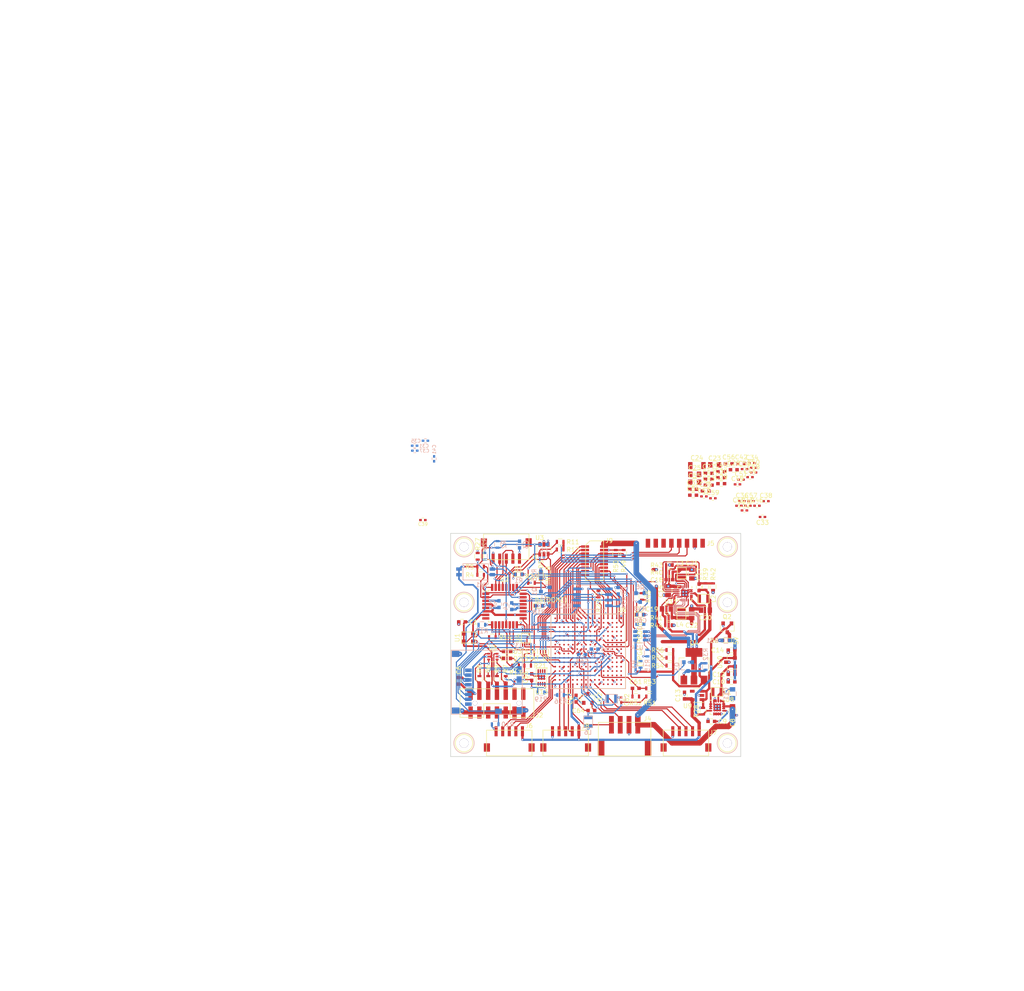
<source format=kicad_pcb>
(kicad_pcb (version 20171130) (host pcbnew "(5.0.0)")

  (general
    (thickness 1.6002)
    (drawings 10)
    (tracks 1813)
    (zones 0)
    (modules 161)
    (nets 115)
  )

  (page A4)
  (layers
    (0 F.Cu signal)
    (1 In1.Cu power)
    (2 In2.Cu power)
    (31 B.Cu signal)
    (32 B.Adhes user)
    (33 F.Adhes user)
    (34 B.Paste user)
    (35 F.Paste user)
    (36 B.SilkS user)
    (37 F.SilkS user)
    (38 B.Mask user)
    (39 F.Mask user)
    (40 Dwgs.User user)
    (41 Cmts.User user)
    (42 Eco1.User user)
    (43 Eco2.User user)
    (44 Edge.Cuts user)
    (45 Margin user)
    (46 B.CrtYd user)
    (47 F.CrtYd user)
    (48 B.Fab user)
    (49 F.Fab user)
  )

  (setup
    (last_trace_width 0.254)
    (user_trace_width 0.254)
    (user_trace_width 0.381)
    (user_trace_width 0.508)
    (user_trace_width 0.635)
    (user_trace_width 0.762)
    (user_trace_width 1.016)
    (user_trace_width 1.27)
    (user_trace_width 1.524)
    (trace_clearance 0.126746)
    (zone_clearance 0.127)
    (zone_45_only no)
    (trace_min 0.127)
    (segment_width 0.2)
    (edge_width 0.15)
    (via_size 0.4572)
    (via_drill 0.254)
    (via_min_size 0.4572)
    (via_min_drill 0.254)
    (user_via 0.508 0.254)
    (user_via 0.635 0.254)
    (uvia_size 0.4572)
    (uvia_drill 0.254)
    (uvias_allowed no)
    (uvia_min_size 0)
    (uvia_min_drill 0)
    (pcb_text_width 0.3)
    (pcb_text_size 1.5 1.5)
    (mod_edge_width 0.15)
    (mod_text_size 1 1)
    (mod_text_width 0.15)
    (pad_size 0.508 0.508)
    (pad_drill 0.254)
    (pad_to_mask_clearance 0.0508)
    (aux_axis_origin 0 0)
    (visible_elements 7FFFFFFF)
    (pcbplotparams
      (layerselection 0x00030_80000001)
      (usegerberextensions false)
      (usegerberattributes false)
      (usegerberadvancedattributes false)
      (creategerberjobfile false)
      (excludeedgelayer true)
      (linewidth 0.100000)
      (plotframeref false)
      (viasonmask false)
      (mode 1)
      (useauxorigin false)
      (hpglpennumber 1)
      (hpglpenspeed 20)
      (hpglpendiameter 15.000000)
      (psnegative false)
      (psa4output false)
      (plotreference true)
      (plotvalue true)
      (plotinvisibletext false)
      (padsonsilk false)
      (subtractmaskfromsilk false)
      (outputformat 1)
      (mirror false)
      (drillshape 1)
      (scaleselection 1)
      (outputdirectory ""))
  )

  (net 0 "")
  (net 1 3V3)
  (net 2 1V8)
  (net 3 1V0)
  (net 4 12V0)
  (net 5 3V3_MICRO)
  (net 6 /xilinx_configuration/DTR)
  (net 7 "Net-(C3-Pad2)")
  (net 8 "Net-(C4-Pad1)")
  (net 9 "Net-(C9-Pad1)")
  (net 10 5V0)
  (net 11 2V8)
  (net 12 "Net-(D1-Pad2)")
  (net 13 "Net-(D2-Pad2)")
  (net 14 "Net-(D3-Pad2)")
  (net 15 "Net-(D4-Pad2)")
  (net 16 "Net-(D5-Pad2)")
  (net 17 "Net-(D6-Pad1)")
  (net 18 "Net-(D6-Pad2)")
  (net 19 "Net-(D7-Pad1)")
  (net 20 "Net-(D7-Pad2)")
  (net 21 /xilinx_configuration/FTDI_3V3)
  (net 22 /xilinx_configuration/TXO)
  (net 23 /xilinx_configuration/RXI)
  (net 24 /xilinx_configuration/TMS)
  (net 25 /xilinx_configuration/TDI)
  (net 26 /xilinx_configuration/TDO)
  (net 27 /xilinx_configuration/TCK)
  (net 28 /ToF_sensors/TOF_TOP_FINGER_SDA)
  (net 29 /ToF_sensors/TOF_TOP_FINGER_SCL)
  (net 30 /ToF_sensors/TOF_TOP_FINGER_INT)
  (net 31 WHL_MOT_DIR)
  (net 32 /xilinx_configuration/INIT_B)
  (net 33 "Net-(Q1-Pad3)")
  (net 34 "Net-(Q3-Pad3)")
  (net 35 /xilinx_configuration/CD)
  (net 36 /xilinx_configuration/M0)
  (net 37 "Net-(R6-Pad1)")
  (net 38 "Net-(R7-Pad1)")
  (net 39 "Net-(R8-Pad1)")
  (net 40 /xilinx_configuration/M2)
  (net 41 /xilinx_configuration/M1)
  (net 42 /xilinx_configuration/STATUS_0)
  (net 43 /xilinx_configuration/STATUS_1)
  (net 44 /xilinx_configuration/CLEAR_EEPROM)
  (net 45 /xilinx_configuration/DEBUG_PROD_B)
  (net 46 /xilinx_configuration/SCLK)
  (net 47 /xilinx_configuration/DONE)
  (net 48 /xilinx_configuration/PROGRAM_B)
  (net 49 FPGA_PGOOD)
  (net 50 /xilinx_configuration/MCLK)
  (net 51 /xilinx_configuration/MISO)
  (net 52 WHL_MOT_FAULT_B)
  (net 53 GRP_MOT_ENABLE_B)
  (net 54 GRP_MOT_SLEEP_B)
  (net 55 GRP_MOT_STEP)
  (net 56 GRP_MOT_DIR)
  (net 57 GRP_MOT_FAULT_B)
  (net 58 WHL_MOT_ENABLE_B)
  (net 59 WHL_MOT_STEP)
  (net 60 WHL_MOT_SLEEP_B)
  (net 61 "Net-(L1-Pad1)")
  (net 62 /xilinx_configuration/CS_B)
  (net 63 /xilinx_configuration/MOSI)
  (net 64 "Net-(L2-Pad1)")
  (net 65 "Net-(L3-Pad1)")
  (net 66 "Net-(L4-Pad1)")
  (net 67 "Net-(R51-Pad1)")
  (net 68 "Net-(J3-Pad7)")
  (net 69 /xilinx_configuration/OUT_EN)
  (net 70 IR_LED_EN_B)
  (net 71 WHL_MOT_M1)
  (net 72 GRP_MOT_M1)
  (net 73 WHL_MOT_M0)
  (net 74 GRP_MOT_M0)
  (net 75 SCL_FPGA)
  (net 76 SDA_FPGA)
  (net 77 VP0)
  (net 78 CLD_ES_SIG)
  (net 79 OPN_ES_SIG)
  (net 80 "Net-(R9-Pad1)")
  (net 81 "Net-(R15-Pad2)")
  (net 82 "Net-(R16-Pad2)")
  (net 83 "Net-(R22-Pad1)")
  (net 84 /xilinx_configuration/NVRAM_SDA)
  (net 85 /xilinx_configuration/NVRAM_SCL)
  (net 86 DGND)
  (net 87 /ADC/VP)
  (net 88 /ADC/VN)
  (net 89 /ADC/VREFP)
  (net 90 FPGA_5V_EN)
  (net 91 /ADC/VREFN)
  (net 92 /ADC/VCCADC)
  (net 93 FPGA_BUCK_EN)
  (net 94 /power_generation_1/PG)
  (net 95 /power_generation_2/PWR_IN)
  (net 96 /power_generation_1/5V0)
  (net 97 /power_generation_2/EN3)
  (net 98 /power_generation_2/EN2)
  (net 99 /power_generation_2/EN1)
  (net 100 /power_generation_2/FB1)
  (net 101 /power_generation_2/FB2)
  (net 102 /power_generation_2/FB3)
  (net 103 /xilinx_configuration/D02)
  (net 104 /xilinx_configuration/D03)
  (net 105 /xilinx_configuration/CCLK)
  (net 106 /ToF_sensors/TOF_LEFT_FINGER_SDA)
  (net 107 /ToF_sensors/TOF_LEFT_FINGER_SCL)
  (net 108 /ToF_sensors/TOF_LEFT_FINGER_INT)
  (net 109 /ToF_sensors/TOF_RIGHT_FINGER_SDA)
  (net 110 /ToF_sensors/TOP_RIGHT_FINGER_SCL)
  (net 111 /ToF_sensors/TOF_RIGHT_FINGER_INT)
  (net 112 /ToF_sensors/TOP_FRONT_FACING_SDA)
  (net 113 /ToF_sensors/TOF_FRONT_FACING_SCL)
  (net 114 /ToF_sensors/TOF_FRONT_FACING_INT)

  (net_class Default "This is the default net class."
    (clearance 0.126746)
    (trace_width 0.127)
    (via_dia 0.4572)
    (via_drill 0.254)
    (uvia_dia 0.4572)
    (uvia_drill 0.254)
    (add_net /ADC/VCCADC)
    (add_net /ADC/VN)
    (add_net /ADC/VP)
    (add_net /ADC/VREFN)
    (add_net /ADC/VREFP)
    (add_net /ToF_sensors/TOF_FRONT_FACING_INT)
    (add_net /ToF_sensors/TOF_FRONT_FACING_SCL)
    (add_net /ToF_sensors/TOF_LEFT_FINGER_INT)
    (add_net /ToF_sensors/TOF_LEFT_FINGER_SCL)
    (add_net /ToF_sensors/TOF_LEFT_FINGER_SDA)
    (add_net /ToF_sensors/TOF_RIGHT_FINGER_INT)
    (add_net /ToF_sensors/TOF_RIGHT_FINGER_SDA)
    (add_net /ToF_sensors/TOF_TOP_FINGER_INT)
    (add_net /ToF_sensors/TOF_TOP_FINGER_SCL)
    (add_net /ToF_sensors/TOF_TOP_FINGER_SDA)
    (add_net /ToF_sensors/TOP_FRONT_FACING_SDA)
    (add_net /ToF_sensors/TOP_RIGHT_FINGER_SCL)
    (add_net /power_generation_1/5V0)
    (add_net /power_generation_1/PG)
    (add_net /power_generation_2/EN1)
    (add_net /power_generation_2/EN2)
    (add_net /power_generation_2/EN3)
    (add_net /power_generation_2/FB1)
    (add_net /power_generation_2/FB2)
    (add_net /power_generation_2/FB3)
    (add_net /power_generation_2/PWR_IN)
    (add_net /xilinx_configuration/CCLK)
    (add_net /xilinx_configuration/CD)
    (add_net /xilinx_configuration/CLEAR_EEPROM)
    (add_net /xilinx_configuration/CS_B)
    (add_net /xilinx_configuration/D02)
    (add_net /xilinx_configuration/D03)
    (add_net /xilinx_configuration/DEBUG_PROD_B)
    (add_net /xilinx_configuration/DONE)
    (add_net /xilinx_configuration/DTR)
    (add_net /xilinx_configuration/FTDI_3V3)
    (add_net /xilinx_configuration/INIT_B)
    (add_net /xilinx_configuration/M0)
    (add_net /xilinx_configuration/M1)
    (add_net /xilinx_configuration/M2)
    (add_net /xilinx_configuration/MCLK)
    (add_net /xilinx_configuration/MISO)
    (add_net /xilinx_configuration/MOSI)
    (add_net /xilinx_configuration/NVRAM_SCL)
    (add_net /xilinx_configuration/NVRAM_SDA)
    (add_net /xilinx_configuration/OUT_EN)
    (add_net /xilinx_configuration/PROGRAM_B)
    (add_net /xilinx_configuration/RXI)
    (add_net /xilinx_configuration/SCLK)
    (add_net /xilinx_configuration/STATUS_0)
    (add_net /xilinx_configuration/STATUS_1)
    (add_net /xilinx_configuration/TCK)
    (add_net /xilinx_configuration/TDI)
    (add_net /xilinx_configuration/TDO)
    (add_net /xilinx_configuration/TMS)
    (add_net /xilinx_configuration/TXO)
    (add_net 12V0)
    (add_net 1V0)
    (add_net 1V8)
    (add_net 2V8)
    (add_net 3V3)
    (add_net 3V3_MICRO)
    (add_net 5V0)
    (add_net CLD_ES_SIG)
    (add_net DGND)
    (add_net FPGA_5V_EN)
    (add_net FPGA_BUCK_EN)
    (add_net FPGA_PGOOD)
    (add_net GRP_MOT_DIR)
    (add_net GRP_MOT_ENABLE_B)
    (add_net GRP_MOT_FAULT_B)
    (add_net GRP_MOT_M0)
    (add_net GRP_MOT_M1)
    (add_net GRP_MOT_SLEEP_B)
    (add_net GRP_MOT_STEP)
    (add_net IR_LED_EN_B)
    (add_net "Net-(C3-Pad2)")
    (add_net "Net-(C4-Pad1)")
    (add_net "Net-(C9-Pad1)")
    (add_net "Net-(D1-Pad2)")
    (add_net "Net-(D2-Pad2)")
    (add_net "Net-(D3-Pad2)")
    (add_net "Net-(D4-Pad2)")
    (add_net "Net-(D5-Pad2)")
    (add_net "Net-(D6-Pad1)")
    (add_net "Net-(D6-Pad2)")
    (add_net "Net-(D7-Pad1)")
    (add_net "Net-(D7-Pad2)")
    (add_net "Net-(J3-Pad7)")
    (add_net "Net-(L1-Pad1)")
    (add_net "Net-(L2-Pad1)")
    (add_net "Net-(L3-Pad1)")
    (add_net "Net-(L4-Pad1)")
    (add_net "Net-(Q1-Pad3)")
    (add_net "Net-(Q3-Pad3)")
    (add_net "Net-(R15-Pad2)")
    (add_net "Net-(R16-Pad2)")
    (add_net "Net-(R22-Pad1)")
    (add_net "Net-(R51-Pad1)")
    (add_net "Net-(R6-Pad1)")
    (add_net "Net-(R7-Pad1)")
    (add_net "Net-(R8-Pad1)")
    (add_net "Net-(R9-Pad1)")
    (add_net OPN_ES_SIG)
    (add_net SCL_FPGA)
    (add_net SDA_FPGA)
    (add_net VP0)
    (add_net WHL_MOT_DIR)
    (add_net WHL_MOT_ENABLE_B)
    (add_net WHL_MOT_FAULT_B)
    (add_net WHL_MOT_M0)
    (add_net WHL_MOT_M1)
    (add_net WHL_MOT_SLEEP_B)
    (add_net WHL_MOT_STEP)
  )

  (module footprint:LTC3569EUD#TRPBF (layer F.Cu) (tedit 5C229686) (tstamp 5C284DE6)
    (at 142.2019 120.34012 270)
    (descr "20-Lead Ultra Thin Plastic Quad Flat, No Lead Package (JP) - 3x3x0.50 mm Body [UQFN]; (see Microchip Packaging Specification 00000049BS.pdf)")
    (tags "QFN 0.4")
    (path /5C026280/5BF5B24A)
    (attr smd)
    (fp_text reference U11 (at 1.88468 3.1115 180) (layer F.SilkS)
      (effects (font (size 1 1) (thickness 0.15)))
    )
    (fp_text value ﻿LTC3569EUD#PBF (at -5.53212 -55.0037 270) (layer F.Fab)
      (effects (font (size 1 1) (thickness 0.15)))
    )
    (fp_line (start -0.5 -1.5) (end 1.5 -1.5) (layer F.Fab) (width 0.15))
    (fp_line (start 1.5 -1.5) (end 1.5 1.5) (layer F.Fab) (width 0.15))
    (fp_line (start 1.5 1.5) (end -1.5 1.5) (layer F.Fab) (width 0.15))
    (fp_line (start -1.5 1.5) (end -1.5 -0.5) (layer F.Fab) (width 0.15))
    (fp_line (start -1.5 -0.5) (end -0.5 -1.5) (layer F.Fab) (width 0.15))
    (fp_line (start -2.15 -2.15) (end -2.15 2.15) (layer F.CrtYd) (width 0.05))
    (fp_line (start 2.15 -2.15) (end 2.15 2.15) (layer F.CrtYd) (width 0.05))
    (fp_line (start -2.15 -2.15) (end 2.15 -2.15) (layer F.CrtYd) (width 0.05))
    (fp_line (start -2.15 2.15) (end 2.15 2.15) (layer F.CrtYd) (width 0.05))
    (fp_line (start 1.625 -1.625) (end 1.625 -1.125) (layer F.SilkS) (width 0.15))
    (fp_line (start -1.625 1.625) (end -1.625 1.125) (layer F.SilkS) (width 0.15))
    (fp_line (start 1.625 1.625) (end 1.625 1.125) (layer F.SilkS) (width 0.15))
    (fp_line (start -1.625 -1.625) (end -1.125 -1.625) (layer F.SilkS) (width 0.15))
    (fp_line (start -1.625 1.625) (end -1.125 1.625) (layer F.SilkS) (width 0.15))
    (fp_line (start 1.625 1.625) (end 1.125 1.625) (layer F.SilkS) (width 0.15))
    (fp_line (start 1.625 -1.625) (end 1.125 -1.625) (layer F.SilkS) (width 0.15))
    (pad 21 thru_hole circle (at 0.3302 0.3429 270) (size 0.508 0.508) (drill 0.254) (layers *.Cu)
      (net 86 DGND))
    (pad 21 thru_hole circle (at -0.3429 0.3429 270) (size 0.508 0.508) (drill 0.254) (layers *.Cu)
      (net 86 DGND))
    (pad 21 thru_hole circle (at 0.3302 -0.3302 270) (size 0.508 0.508) (drill 0.254) (layers *.Cu)
      (net 86 DGND))
    (pad 21 thru_hole circle (at -0.3429 -0.3302 270) (size 0.508 0.508) (drill 0.254) (layers *.Cu)
      (net 86 DGND))
    (pad 21 smd circle (at 0 0 270) (size 0.508 0.508) (layers F.Cu F.Paste F.Mask)
      (net 86 DGND) (solder_mask_margin 0.0254))
    (pad 21 smd circle (at 0 0.6731 270) (size 0.508 0.508) (layers F.Cu F.Paste F.Mask)
      (net 86 DGND) (solder_mask_margin 0.0254))
    (pad 21 smd circle (at 0.6731 0 270) (size 0.508 0.508) (layers F.Cu F.Paste F.Mask)
      (net 86 DGND) (solder_mask_margin 0.0254))
    (pad 21 smd circle (at -0.6731 0 270) (size 0.508 0.508) (layers F.Cu F.Paste F.Mask)
      (net 86 DGND) (solder_mask_margin 0.0254))
    (pad 21 smd circle (at 0 -0.6731 270) (size 0.508 0.508) (layers F.Cu F.Paste F.Mask)
      (net 86 DGND) (solder_mask_margin 0.0254))
    (pad 21 smd circle (at -0.6731 0.6731 270) (size 0.508 0.508) (layers F.Cu F.Paste F.Mask)
      (net 86 DGND) (solder_mask_margin 0.0254))
    (pad 21 smd circle (at 0.6731 0.6731 270) (size 0.508 0.508) (layers F.Cu F.Paste F.Mask)
      (net 86 DGND) (solder_mask_margin 0.0254))
    (pad 21 smd circle (at 0.6731 -0.6731 270) (size 0.508 0.508) (layers F.Cu F.Paste F.Mask)
      (net 86 DGND) (solder_mask_margin 0.0254))
    (pad 21 smd circle (at -0.6731 -0.6731 270) (size 0.508 0.508) (layers F.Cu F.Paste F.Mask)
      (net 86 DGND) (solder_mask_margin 0.0254))
    (pad 1 smd oval (at -1.5 -0.8 270) (size 0.75 0.2) (layers F.Cu F.Paste F.Mask)
      (net 65 "Net-(L3-Pad1)"))
    (pad 2 smd oval (at -1.5 -0.4 270) (size 0.75 0.2) (layers F.Cu F.Paste F.Mask)
      (net 95 /power_generation_2/PWR_IN))
    (pad 3 smd oval (at -1.5 0 270) (size 0.75 0.2) (layers F.Cu F.Paste F.Mask)
      (net 49 FPGA_PGOOD))
    (pad 4 smd oval (at -1.5 0.4 270) (size 0.75 0.2) (layers F.Cu F.Paste F.Mask)
      (net 86 DGND))
    (pad 5 smd oval (at -1.5 0.8 270) (size 0.75 0.2) (layers F.Cu F.Paste F.Mask)
      (net 95 /power_generation_2/PWR_IN))
    (pad 6 smd oval (at -0.8 1.5) (size 0.75 0.2) (layers F.Cu F.Paste F.Mask)
      (net 101 /power_generation_2/FB2))
    (pad 7 smd oval (at -0.4 1.5) (size 0.75 0.2) (layers F.Cu F.Paste F.Mask)
      (net 100 /power_generation_2/FB1))
    (pad 8 smd oval (at 0 1.5) (size 0.75 0.2) (layers F.Cu F.Paste F.Mask)
      (net 102 /power_generation_2/FB3))
    (pad 9 smd oval (at 0.4 1.5) (size 0.75 0.2) (layers F.Cu F.Paste F.Mask)
      (net 95 /power_generation_2/PWR_IN))
    (pad 10 smd oval (at 0.8 1.5) (size 0.75 0.2) (layers F.Cu F.Paste F.Mask)
      (net 86 DGND) (zone_connect 2))
    (pad 11 smd oval (at 1.5 0.8 270) (size 0.75 0.2) (layers F.Cu F.Paste F.Mask)
      (net 97 /power_generation_2/EN3))
    (pad 12 smd oval (at 1.5 0.4 270) (size 0.75 0.2) (layers F.Cu F.Paste F.Mask)
      (net 98 /power_generation_2/EN2))
    (pad 13 smd oval (at 1.5 0 270) (size 0.75 0.2) (layers F.Cu F.Paste F.Mask)
      (net 99 /power_generation_2/EN1))
    (pad 14 smd oval (at 1.5 -0.4 270) (size 0.75 0.2) (layers F.Cu F.Paste F.Mask)
      (net 86 DGND))
    (pad 15 smd oval (at 1.5 -0.8 270) (size 0.75 0.2) (layers F.Cu F.Paste F.Mask)
      (net 66 "Net-(L4-Pad1)"))
    (pad 16 smd oval (at 0.8 -1.5) (size 0.75 0.2) (layers F.Cu F.Paste F.Mask)
      (net 95 /power_generation_2/PWR_IN))
    (pad 17 smd oval (at 0.4 -1.5) (size 0.75 0.2) (layers F.Cu F.Paste F.Mask)
      (net 95 /power_generation_2/PWR_IN))
    (pad 18 smd oval (at 0 -1.5) (size 0.75 0.2) (layers F.Cu F.Paste F.Mask)
      (net 64 "Net-(L2-Pad1)"))
    (pad 19 smd oval (at -0.4 -1.5) (size 0.75 0.2) (layers F.Cu F.Paste F.Mask)
      (net 86 DGND))
    (pad 20 smd oval (at -0.8 -1.5) (size 0.75 0.2) (layers F.Cu F.Paste F.Mask)
      (net 86 DGND))
    (model ${KISYS3DMOD}/Housings_DFN_QFN.3dshapes/UQFN-20-1EP_3x3mm_Pitch0.4mm.wrl
      (at (xyz 0 0 0))
      (scale (xyz 1 1 1))
      (rotate (xyz 0 0 0))
    )
  )

  (module footprint:ATSHA204A-MAHCZ-T (layer F.Cu) (tedit 5C181AD9) (tstamp 5C30B0D1)
    (at 110.3376 138.0236 180)
    (path /5B0CBA46/5C1A4EE5)
    (fp_text reference U13 (at 0.7366 -4.7117 180) (layer F.SilkS)
      (effects (font (size 1 1) (thickness 0.15)))
    )
    (fp_text value ﻿ATSHA204A-MAHCZ-T (at -19.7485 -20.31238 270) (layer F.Fab)
      (effects (font (size 1 1) (thickness 0.15)))
    )
    (fp_circle (center -0.45 0.7) (end -0.4 0.8) (layer F.SilkS) (width 0.15))
    (fp_line (start 1.95 -3.6) (end -0.45 -3.6) (layer F.SilkS) (width 0.15))
    (fp_line (start 1.95 0.7) (end 1.95 -3.6) (layer F.SilkS) (width 0.15))
    (fp_line (start -0.45 0.7) (end 1.95 0.7) (layer F.SilkS) (width 0.15))
    (fp_line (start -0.45 -3.6) (end -0.45 0.7) (layer F.SilkS) (width 0.15))
    (pad 4 thru_hole circle (at 1.06 -1.45 180) (size 0.508 0.508) (drill 0.254) (layers *.Cu)
      (net 86 DGND) (zone_connect 2))
    (pad 4 thru_hole circle (at 0.43 -1.45 180) (size 0.508 0.508) (drill 0.254) (layers *.Cu)
      (net 86 DGND) (zone_connect 2))
    (pad 1 smd rect (at 0 0 180) (size 0.3 0.85) (layers F.Cu F.Paste F.Mask))
    (pad 2 smd rect (at 0.5 0 180) (size 0.3 0.85) (layers F.Cu F.Paste F.Mask))
    (pad 3 smd rect (at 1 0 180) (size 0.3 0.85) (layers F.Cu F.Paste F.Mask))
    (pad 4 smd rect (at 1.5 0 180) (size 0.3 0.85) (layers F.Cu F.Paste F.Mask)
      (net 86 DGND))
    (pad 5 smd rect (at 1.5 -2.9 180) (size 0.3 0.85) (layers F.Cu F.Paste F.Mask))
    (pad 6 smd rect (at 1 -2.9 180) (size 0.3 0.85) (layers F.Cu F.Paste F.Mask))
    (pad 7 smd rect (at 0.5 -2.9 180) (size 0.3 0.85) (layers F.Cu F.Paste F.Mask))
    (pad 8 smd rect (at 0 -2.9 180) (size 0.3 0.85) (layers F.Cu F.Paste F.Mask)
      (net 1 3V3))
    (pad 4 smd circle (at 0.12 -1.76 180) (size 0.508 0.508) (layers F.Cu F.Paste F.Mask)
      (net 86 DGND) (solder_mask_margin 0.0254))
    (pad 4 smd circle (at 0.12332 -1.1384 180) (size 0.508 0.508) (layers F.Cu F.Paste F.Mask)
      (net 86 DGND) (solder_mask_margin 0.0254))
    (pad 4 smd circle (at 0.7466 -1.7584 180) (size 0.508 0.508) (layers F.Cu F.Paste F.Mask)
      (net 86 DGND) (solder_mask_margin 0.0254))
    (pad 4 smd circle (at 0.7466 -1.1384 180) (size 0.508 0.508) (layers F.Cu F.Paste F.Mask)
      (net 86 DGND) (solder_mask_margin 0.0254))
    (pad 4 smd circle (at 1.38 -1.14 180) (size 0.508 0.508) (layers F.Cu F.Paste F.Mask)
      (net 86 DGND) (solder_mask_margin 0.0254))
    (pad 4 smd circle (at 1.3816 -1.7584 180) (size 0.508 0.508) (layers F.Cu F.Paste F.Mask)
      (net 86 DGND) (solder_mask_margin 0.0254))
  )

  (module footprint:DSC1033CI1-008.0000 (layer F.Cu) (tedit 5B671854) (tstamp 5BFC3078)
    (at 91.8972 129.4638)
    (path /5B0CBA46/5B0F2F57)
    (fp_text reference U1 (at -1.4732 0.9652 90) (layer F.SilkS)
      (effects (font (size 1 1) (thickness 0.15)))
    )
    (fp_text value ﻿DSC1033CI1-008.0000 (at -35.4965 44.2722 -90) (layer F.Fab)
      (effects (font (size 1 1) (thickness 0.15)))
    )
    (fp_line (start 2.667 -0.3302) (end 2.667 2.2098) (layer F.SilkS) (width 0.15))
    (fp_line (start 2.6416 2.2098) (end 2.667 2.2098) (layer F.SilkS) (width 0.15))
    (fp_line (start 2.6416 -0.3302) (end 2.667 -0.3302) (layer F.SilkS) (width 0.15))
    (fp_line (start -0.5588 2.2098) (end 2.6416 2.2098) (layer F.SilkS) (width 0.15))
    (fp_line (start -0.5588 -0.3302) (end 2.6416 -0.3302) (layer F.SilkS) (width 0.15))
    (fp_line (start -0.5588 2.2098) (end -0.5588 -0.3302) (layer F.SilkS) (width 0.15))
    (pad 4 smd rect (at 0 0) (size 0.889 0.9906) (layers F.Cu F.Paste F.Mask)
      (net 1 3V3))
    (pad 3 smd rect (at 2.1082 0) (size 0.889 0.9906) (layers F.Cu F.Paste F.Mask)
      (net 50 /xilinx_configuration/MCLK))
    (pad 2 smd rect (at 2.1082 1.8796) (size 0.889 0.9906) (layers F.Cu F.Paste F.Mask)
      (net 86 DGND))
    (pad 1 smd rect (at 0 1.8796) (size 0.889 0.9906) (layers F.Cu F.Paste F.Mask)
      (net 1 3V3))
  )

  (module Capacitors_SMD:C_0603 (layer F.Cu) (tedit 59958EE7) (tstamp 5BD6C0D0)
    (at 91.5028 126.8222 180)
    (descr "Capacitor SMD 0603, reflow soldering, AVX (see smccp.pdf)")
    (tags "capacitor 0603")
    (path /5B0CBA46/5B0F2571)
    (attr smd)
    (fp_text reference C1 (at -2.5788 -0.0762 180) (layer F.SilkS)
      (effects (font (size 1 1) (thickness 0.15)))
    )
    (fp_text value 0.1uF (at 41.2616 -7.1882 180) (layer F.Fab)
      (effects (font (size 1 1) (thickness 0.15)))
    )
    (fp_text user %R (at 0 0 180) (layer F.Fab)
      (effects (font (size 0.3 0.3) (thickness 0.075)))
    )
    (fp_line (start -0.8 0.4) (end -0.8 -0.4) (layer F.Fab) (width 0.1))
    (fp_line (start 0.8 0.4) (end -0.8 0.4) (layer F.Fab) (width 0.1))
    (fp_line (start 0.8 -0.4) (end 0.8 0.4) (layer F.Fab) (width 0.1))
    (fp_line (start -0.8 -0.4) (end 0.8 -0.4) (layer F.Fab) (width 0.1))
    (fp_line (start -0.35 -0.6) (end 0.35 -0.6) (layer F.SilkS) (width 0.12))
    (fp_line (start 0.35 0.6) (end -0.35 0.6) (layer F.SilkS) (width 0.12))
    (fp_line (start -1.4 -0.65) (end 1.4 -0.65) (layer F.CrtYd) (width 0.05))
    (fp_line (start -1.4 -0.65) (end -1.4 0.65) (layer F.CrtYd) (width 0.05))
    (fp_line (start 1.4 0.65) (end 1.4 -0.65) (layer F.CrtYd) (width 0.05))
    (fp_line (start 1.4 0.65) (end -1.4 0.65) (layer F.CrtYd) (width 0.05))
    (pad 1 smd rect (at -0.75 0 180) (size 0.8 0.75) (layers F.Cu F.Paste F.Mask)
      (net 1 3V3))
    (pad 2 smd rect (at 0.75 0 180) (size 0.8 0.75) (layers F.Cu F.Paste F.Mask)
      (net 86 DGND))
    (model Capacitors_SMD.3dshapes/C_0603.wrl
      (at (xyz 0 0 0))
      (scale (xyz 1 1 1))
      (rotate (xyz 0 0 0))
    )
  )

  (module Capacitors_SMD:C_0603 (layer B.Cu) (tedit 59958EE7) (tstamp 5BD6BF80)
    (at 99.9109 122.7843 90)
    (descr "Capacitor SMD 0603, reflow soldering, AVX (see smccp.pdf)")
    (tags "capacitor 0603")
    (path /5B0CBA46/5B0F656F)
    (attr smd)
    (fp_text reference C2 (at -0.012 -1.3716 90) (layer B.SilkS)
      (effects (font (size 1 1) (thickness 0.15)) (justify mirror))
    )
    (fp_text value 0.1uF (at -32.4619 -15.1892 90) (layer B.Fab)
      (effects (font (size 1 1) (thickness 0.15)) (justify mirror))
    )
    (fp_line (start 1.4 -0.65) (end -1.4 -0.65) (layer B.CrtYd) (width 0.05))
    (fp_line (start 1.4 -0.65) (end 1.4 0.65) (layer B.CrtYd) (width 0.05))
    (fp_line (start -1.4 0.65) (end -1.4 -0.65) (layer B.CrtYd) (width 0.05))
    (fp_line (start -1.4 0.65) (end 1.4 0.65) (layer B.CrtYd) (width 0.05))
    (fp_line (start 0.35 -0.6) (end -0.35 -0.6) (layer B.SilkS) (width 0.12))
    (fp_line (start -0.35 0.6) (end 0.35 0.6) (layer B.SilkS) (width 0.12))
    (fp_line (start -0.8 0.4) (end 0.8 0.4) (layer B.Fab) (width 0.1))
    (fp_line (start 0.8 0.4) (end 0.8 -0.4) (layer B.Fab) (width 0.1))
    (fp_line (start 0.8 -0.4) (end -0.8 -0.4) (layer B.Fab) (width 0.1))
    (fp_line (start -0.8 -0.4) (end -0.8 0.4) (layer B.Fab) (width 0.1))
    (fp_text user %R (at 0 0 90) (layer B.Fab)
      (effects (font (size 0.3 0.3) (thickness 0.075)) (justify mirror))
    )
    (pad 2 smd rect (at 0.75 0 90) (size 0.8 0.75) (layers B.Cu B.Paste B.Mask)
      (net 86 DGND))
    (pad 1 smd rect (at -0.75 0 90) (size 0.8 0.75) (layers B.Cu B.Paste B.Mask)
      (net 5 3V3_MICRO))
    (model Capacitors_SMD.3dshapes/C_0603.wrl
      (at (xyz 0 0 0))
      (scale (xyz 1 1 1))
      (rotate (xyz 0 0 0))
    )
  )

  (module Capacitors_SMD:C_0603 (layer B.Cu) (tedit 59958EE7) (tstamp 5BD6C0A0)
    (at 104.5845 109.2207 90)
    (descr "Capacitor SMD 0603, reflow soldering, AVX (see smccp.pdf)")
    (tags "capacitor 0603")
    (path /5B0CBA46/5B674F96)
    (attr smd)
    (fp_text reference C3 (at 0 1.5 90) (layer B.SilkS)
      (effects (font (size 1 1) (thickness 0.15)) (justify mirror))
    )
    (fp_text value 0.1uF (at 16.3075 3.3401 90) (layer B.Fab)
      (effects (font (size 1 1) (thickness 0.15)) (justify mirror))
    )
    (fp_text user %R (at 0 0 90) (layer B.Fab)
      (effects (font (size 0.3 0.3) (thickness 0.075)) (justify mirror))
    )
    (fp_line (start -0.8 -0.4) (end -0.8 0.4) (layer B.Fab) (width 0.1))
    (fp_line (start 0.8 -0.4) (end -0.8 -0.4) (layer B.Fab) (width 0.1))
    (fp_line (start 0.8 0.4) (end 0.8 -0.4) (layer B.Fab) (width 0.1))
    (fp_line (start -0.8 0.4) (end 0.8 0.4) (layer B.Fab) (width 0.1))
    (fp_line (start -0.35 0.6) (end 0.35 0.6) (layer B.SilkS) (width 0.12))
    (fp_line (start 0.35 -0.6) (end -0.35 -0.6) (layer B.SilkS) (width 0.12))
    (fp_line (start -1.4 0.65) (end 1.4 0.65) (layer B.CrtYd) (width 0.05))
    (fp_line (start -1.4 0.65) (end -1.4 -0.65) (layer B.CrtYd) (width 0.05))
    (fp_line (start 1.4 -0.65) (end 1.4 0.65) (layer B.CrtYd) (width 0.05))
    (fp_line (start 1.4 -0.65) (end -1.4 -0.65) (layer B.CrtYd) (width 0.05))
    (pad 1 smd rect (at -0.75 0 90) (size 0.8 0.75) (layers B.Cu B.Paste B.Mask)
      (net 6 /xilinx_configuration/DTR))
    (pad 2 smd rect (at 0.75 0 90) (size 0.8 0.75) (layers B.Cu B.Paste B.Mask)
      (net 7 "Net-(C3-Pad2)"))
    (model Capacitors_SMD.3dshapes/C_0603.wrl
      (at (xyz 0 0 0))
      (scale (xyz 1 1 1))
      (rotate (xyz 0 0 0))
    )
  )

  (module Capacitors_SMD:C_0603 (layer B.Cu) (tedit 59958EE7) (tstamp 5BD6C010)
    (at 102.8065 123.2542 90)
    (descr "Capacitor SMD 0603, reflow soldering, AVX (see smccp.pdf)")
    (tags "capacitor 0603")
    (path /5B0CBA46/5B0F6264)
    (attr smd)
    (fp_text reference C4 (at 0 -1.3716 90) (layer B.SilkS)
      (effects (font (size 1 1) (thickness 0.15)) (justify mirror))
    )
    (fp_text value 0.1uF (at -9.1941 77.2414 90) (layer B.Fab)
      (effects (font (size 1 1) (thickness 0.15)) (justify mirror))
    )
    (fp_text user %R (at 0 0 90) (layer B.Fab)
      (effects (font (size 0.3 0.3) (thickness 0.075)) (justify mirror))
    )
    (fp_line (start -0.8 -0.4) (end -0.8 0.4) (layer B.Fab) (width 0.1))
    (fp_line (start 0.8 -0.4) (end -0.8 -0.4) (layer B.Fab) (width 0.1))
    (fp_line (start 0.8 0.4) (end 0.8 -0.4) (layer B.Fab) (width 0.1))
    (fp_line (start -0.8 0.4) (end 0.8 0.4) (layer B.Fab) (width 0.1))
    (fp_line (start -0.35 0.6) (end 0.35 0.6) (layer B.SilkS) (width 0.12))
    (fp_line (start 0.35 -0.6) (end -0.35 -0.6) (layer B.SilkS) (width 0.12))
    (fp_line (start -1.4 0.65) (end 1.4 0.65) (layer B.CrtYd) (width 0.05))
    (fp_line (start -1.4 0.65) (end -1.4 -0.65) (layer B.CrtYd) (width 0.05))
    (fp_line (start 1.4 -0.65) (end 1.4 0.65) (layer B.CrtYd) (width 0.05))
    (fp_line (start 1.4 -0.65) (end -1.4 -0.65) (layer B.CrtYd) (width 0.05))
    (pad 1 smd rect (at -0.75 0 90) (size 0.8 0.75) (layers B.Cu B.Paste B.Mask)
      (net 8 "Net-(C4-Pad1)"))
    (pad 2 smd rect (at 0.75 0 90) (size 0.8 0.75) (layers B.Cu B.Paste B.Mask)
      (net 86 DGND))
    (model Capacitors_SMD.3dshapes/C_0603.wrl
      (at (xyz 0 0 0))
      (scale (xyz 1 1 1))
      (rotate (xyz 0 0 0))
    )
  )

  (module Capacitors_SMD:C_0603 (layer B.Cu) (tedit 59958EE7) (tstamp 5BD6C340)
    (at 110.0956 109.1946)
    (descr "Capacitor SMD 0603, reflow soldering, AVX (see smccp.pdf)")
    (tags "capacitor 0603")
    (path /5B0CBA46/5C06D032)
    (attr smd)
    (fp_text reference C5 (at 0 1.5) (layer B.SilkS)
      (effects (font (size 1 1) (thickness 0.15)) (justify mirror))
    )
    (fp_text value 0.1uF (at -0.2152 11.7856) (layer B.Fab)
      (effects (font (size 1 1) (thickness 0.15)) (justify mirror))
    )
    (fp_text user %R (at 0 0) (layer B.Fab)
      (effects (font (size 0.3 0.3) (thickness 0.075)) (justify mirror))
    )
    (fp_line (start -0.8 -0.4) (end -0.8 0.4) (layer B.Fab) (width 0.1))
    (fp_line (start 0.8 -0.4) (end -0.8 -0.4) (layer B.Fab) (width 0.1))
    (fp_line (start 0.8 0.4) (end 0.8 -0.4) (layer B.Fab) (width 0.1))
    (fp_line (start -0.8 0.4) (end 0.8 0.4) (layer B.Fab) (width 0.1))
    (fp_line (start -0.35 0.6) (end 0.35 0.6) (layer B.SilkS) (width 0.12))
    (fp_line (start 0.35 -0.6) (end -0.35 -0.6) (layer B.SilkS) (width 0.12))
    (fp_line (start -1.4 0.65) (end 1.4 0.65) (layer B.CrtYd) (width 0.05))
    (fp_line (start -1.4 0.65) (end -1.4 -0.65) (layer B.CrtYd) (width 0.05))
    (fp_line (start 1.4 -0.65) (end 1.4 0.65) (layer B.CrtYd) (width 0.05))
    (fp_line (start 1.4 -0.65) (end -1.4 -0.65) (layer B.CrtYd) (width 0.05))
    (pad 1 smd rect (at -0.75 0) (size 0.8 0.75) (layers B.Cu B.Paste B.Mask)
      (net 1 3V3))
    (pad 2 smd rect (at 0.75 0) (size 0.8 0.75) (layers B.Cu B.Paste B.Mask)
      (net 86 DGND))
    (model Capacitors_SMD.3dshapes/C_0603.wrl
      (at (xyz 0 0 0))
      (scale (xyz 1 1 1))
      (rotate (xyz 0 0 0))
    )
  )

  (module Capacitors_SMD:C_0603 (layer F.Cu) (tedit 59958EE7) (tstamp 5BD6C160)
    (at 90.678 140.2468 90)
    (descr "Capacitor SMD 0603, reflow soldering, AVX (see smccp.pdf)")
    (tags "capacitor 0603")
    (path /5B0CBA46/5B109A3A)
    (attr smd)
    (fp_text reference C6 (at 2.4264 0.0762 90) (layer F.SilkS)
      (effects (font (size 1 1) (thickness 0.15)))
    )
    (fp_text value 0.1uF (at -0.7486 -23.0378 90) (layer F.Fab)
      (effects (font (size 1 1) (thickness 0.15)))
    )
    (fp_text user %R (at 0 0 90) (layer F.Fab)
      (effects (font (size 0.3 0.3) (thickness 0.075)))
    )
    (fp_line (start -0.8 0.4) (end -0.8 -0.4) (layer F.Fab) (width 0.1))
    (fp_line (start 0.8 0.4) (end -0.8 0.4) (layer F.Fab) (width 0.1))
    (fp_line (start 0.8 -0.4) (end 0.8 0.4) (layer F.Fab) (width 0.1))
    (fp_line (start -0.8 -0.4) (end 0.8 -0.4) (layer F.Fab) (width 0.1))
    (fp_line (start -0.35 -0.6) (end 0.35 -0.6) (layer F.SilkS) (width 0.12))
    (fp_line (start 0.35 0.6) (end -0.35 0.6) (layer F.SilkS) (width 0.12))
    (fp_line (start -1.4 -0.65) (end 1.4 -0.65) (layer F.CrtYd) (width 0.05))
    (fp_line (start -1.4 -0.65) (end -1.4 0.65) (layer F.CrtYd) (width 0.05))
    (fp_line (start 1.4 0.65) (end 1.4 -0.65) (layer F.CrtYd) (width 0.05))
    (fp_line (start 1.4 0.65) (end -1.4 0.65) (layer F.CrtYd) (width 0.05))
    (pad 1 smd rect (at -0.75 0 90) (size 0.8 0.75) (layers F.Cu F.Paste F.Mask)
      (net 1 3V3))
    (pad 2 smd rect (at 0.75 0 90) (size 0.8 0.75) (layers F.Cu F.Paste F.Mask)
      (net 86 DGND))
    (model Capacitors_SMD.3dshapes/C_0603.wrl
      (at (xyz 0 0 0))
      (scale (xyz 1 1 1))
      (rotate (xyz 0 0 0))
    )
  )

  (module Capacitors_SMD:C_0603 (layer B.Cu) (tedit 59958EE7) (tstamp 5BD6C310)
    (at 127.0508 119.7356 90)
    (descr "Capacitor SMD 0603, reflow soldering, AVX (see smccp.pdf)")
    (tags "capacitor 0603")
    (path /5B0CBA46/5B0F86B4)
    (attr smd)
    (fp_text reference C7 (at 0 1.397 90) (layer B.SilkS)
      (effects (font (size 1 1) (thickness 0.15)) (justify mirror))
    )
    (fp_text value 0.1uF (at -21.9202 -54.3306 90) (layer B.Fab)
      (effects (font (size 1 1) (thickness 0.15)) (justify mirror))
    )
    (fp_text user %R (at 0 0 90) (layer B.Fab)
      (effects (font (size 0.3 0.3) (thickness 0.075)) (justify mirror))
    )
    (fp_line (start -0.8 -0.4) (end -0.8 0.4) (layer B.Fab) (width 0.1))
    (fp_line (start 0.8 -0.4) (end -0.8 -0.4) (layer B.Fab) (width 0.1))
    (fp_line (start 0.8 0.4) (end 0.8 -0.4) (layer B.Fab) (width 0.1))
    (fp_line (start -0.8 0.4) (end 0.8 0.4) (layer B.Fab) (width 0.1))
    (fp_line (start -0.35 0.6) (end 0.35 0.6) (layer B.SilkS) (width 0.12))
    (fp_line (start 0.35 -0.6) (end -0.35 -0.6) (layer B.SilkS) (width 0.12))
    (fp_line (start -1.4 0.65) (end 1.4 0.65) (layer B.CrtYd) (width 0.05))
    (fp_line (start -1.4 0.65) (end -1.4 -0.65) (layer B.CrtYd) (width 0.05))
    (fp_line (start 1.4 -0.65) (end 1.4 0.65) (layer B.CrtYd) (width 0.05))
    (fp_line (start 1.4 -0.65) (end -1.4 -0.65) (layer B.CrtYd) (width 0.05))
    (pad 1 smd rect (at -0.75 0 90) (size 0.8 0.75) (layers B.Cu B.Paste B.Mask)
      (net 1 3V3))
    (pad 2 smd rect (at 0.75 0 90) (size 0.8 0.75) (layers B.Cu B.Paste B.Mask)
      (net 86 DGND))
    (model Capacitors_SMD.3dshapes/C_0603.wrl
      (at (xyz 0 0 0))
      (scale (xyz 1 1 1))
      (rotate (xyz 0 0 0))
    )
  )

  (module Capacitors_SMD:C_0805 (layer F.Cu) (tedit 58AA8463) (tstamp 5C2538F6)
    (at 153.0604 147.05 270)
    (descr "Capacitor SMD 0805, reflow soldering, AVX (see smccp.pdf)")
    (tags "capacitor 0805")
    (path /5B1DFE30/5BCE6D7F)
    (attr smd)
    (fp_text reference C8 (at 2.7211 -0.0508 270) (layer F.SilkS)
      (effects (font (size 1 1) (thickness 0.15)))
    )
    (fp_text value 10uF (at 1.2032 -22.5044 270) (layer F.Fab)
      (effects (font (size 1 1) (thickness 0.15)))
    )
    (fp_line (start 1.75 0.87) (end -1.75 0.87) (layer F.CrtYd) (width 0.05))
    (fp_line (start 1.75 0.87) (end 1.75 -0.88) (layer F.CrtYd) (width 0.05))
    (fp_line (start -1.75 -0.88) (end -1.75 0.87) (layer F.CrtYd) (width 0.05))
    (fp_line (start -1.75 -0.88) (end 1.75 -0.88) (layer F.CrtYd) (width 0.05))
    (fp_line (start -0.5 0.85) (end 0.5 0.85) (layer F.SilkS) (width 0.12))
    (fp_line (start 0.5 -0.85) (end -0.5 -0.85) (layer F.SilkS) (width 0.12))
    (fp_line (start -1 -0.62) (end 1 -0.62) (layer F.Fab) (width 0.1))
    (fp_line (start 1 -0.62) (end 1 0.62) (layer F.Fab) (width 0.1))
    (fp_line (start 1 0.62) (end -1 0.62) (layer F.Fab) (width 0.1))
    (fp_line (start -1 0.62) (end -1 -0.62) (layer F.Fab) (width 0.1))
    (fp_text user %R (at 1.254 -22.1488 270) (layer F.Fab)
      (effects (font (size 1 1) (thickness 0.15)))
    )
    (pad 2 smd rect (at 1 0 270) (size 1 1.25) (layers F.Cu F.Paste F.Mask)
      (net 86 DGND))
    (pad 1 smd rect (at -1 0 270) (size 1 1.25) (layers F.Cu F.Paste F.Mask)
      (net 4 12V0))
    (model Capacitors_SMD.3dshapes/C_0805.wrl
      (at (xyz 0 0 0))
      (scale (xyz 1 1 1))
      (rotate (xyz 0 0 0))
    )
  )

  (module Capacitors_SMD:C_0603 (layer F.Cu) (tedit 59958EE7) (tstamp 5C208FE4)
    (at 148.2478 149.479 180)
    (descr "Capacitor SMD 0603, reflow soldering, AVX (see smccp.pdf)")
    (tags "capacitor 0603")
    (path /5B1DFE30/5BCE6E17)
    (attr smd)
    (fp_text reference C9 (at -2.55848 -0.01524 180) (layer F.SilkS)
      (effects (font (size 1 1) (thickness 0.15)))
    )
    (fp_text value 3.3nF (at -26.658 1.4478 180) (layer F.Fab)
      (effects (font (size 1 1) (thickness 0.15)))
    )
    (fp_line (start 1.4 0.65) (end -1.4 0.65) (layer F.CrtYd) (width 0.05))
    (fp_line (start 1.4 0.65) (end 1.4 -0.65) (layer F.CrtYd) (width 0.05))
    (fp_line (start -1.4 -0.65) (end -1.4 0.65) (layer F.CrtYd) (width 0.05))
    (fp_line (start -1.4 -0.65) (end 1.4 -0.65) (layer F.CrtYd) (width 0.05))
    (fp_line (start 0.35 0.6) (end -0.35 0.6) (layer F.SilkS) (width 0.12))
    (fp_line (start -0.35 -0.6) (end 0.35 -0.6) (layer F.SilkS) (width 0.12))
    (fp_line (start -0.8 -0.4) (end 0.8 -0.4) (layer F.Fab) (width 0.1))
    (fp_line (start 0.8 -0.4) (end 0.8 0.4) (layer F.Fab) (width 0.1))
    (fp_line (start 0.8 0.4) (end -0.8 0.4) (layer F.Fab) (width 0.1))
    (fp_line (start -0.8 0.4) (end -0.8 -0.4) (layer F.Fab) (width 0.1))
    (fp_text user %R (at 0 0 180) (layer F.Fab)
      (effects (font (size 0.3 0.3) (thickness 0.075)))
    )
    (pad 2 smd rect (at 0.75 0 180) (size 0.8 0.75) (layers F.Cu F.Paste F.Mask)
      (net 86 DGND))
    (pad 1 smd rect (at -0.75 0 180) (size 0.8 0.75) (layers F.Cu F.Paste F.Mask)
      (net 9 "Net-(C9-Pad1)"))
    (model Capacitors_SMD.3dshapes/C_0603.wrl
      (at (xyz 0 0 0))
      (scale (xyz 1 1 1))
      (rotate (xyz 0 0 0))
    )
  )

  (module Capacitors_SMD:C_0603 (layer F.Cu) (tedit 59958EE7) (tstamp 5BD6C2B0)
    (at 152.84888 140.49248 180)
    (descr "Capacitor SMD 0603, reflow soldering, AVX (see smccp.pdf)")
    (tags "capacitor 0603")
    (path /5B1DFE30/5BD5E722)
    (attr smd)
    (fp_text reference C10 (at 2.92538 0.00508 180) (layer F.SilkS)
      (effects (font (size 1 1) (thickness 0.15)))
    )
    (fp_text value 1uF (at -22.81104 -6.36016 180) (layer F.Fab)
      (effects (font (size 1 1) (thickness 0.15)))
    )
    (fp_text user %R (at 0 0 180) (layer F.Fab)
      (effects (font (size 0.3 0.3) (thickness 0.075)))
    )
    (fp_line (start -0.8 0.4) (end -0.8 -0.4) (layer F.Fab) (width 0.1))
    (fp_line (start 0.8 0.4) (end -0.8 0.4) (layer F.Fab) (width 0.1))
    (fp_line (start 0.8 -0.4) (end 0.8 0.4) (layer F.Fab) (width 0.1))
    (fp_line (start -0.8 -0.4) (end 0.8 -0.4) (layer F.Fab) (width 0.1))
    (fp_line (start -0.35 -0.6) (end 0.35 -0.6) (layer F.SilkS) (width 0.12))
    (fp_line (start 0.35 0.6) (end -0.35 0.6) (layer F.SilkS) (width 0.12))
    (fp_line (start -1.4 -0.65) (end 1.4 -0.65) (layer F.CrtYd) (width 0.05))
    (fp_line (start -1.4 -0.65) (end -1.4 0.65) (layer F.CrtYd) (width 0.05))
    (fp_line (start 1.4 0.65) (end 1.4 -0.65) (layer F.CrtYd) (width 0.05))
    (fp_line (start 1.4 0.65) (end -1.4 0.65) (layer F.CrtYd) (width 0.05))
    (pad 1 smd rect (at -0.75 0 180) (size 0.8 0.75) (layers F.Cu F.Paste F.Mask)
      (net 5 3V3_MICRO))
    (pad 2 smd rect (at 0.75 0 180) (size 0.8 0.75) (layers F.Cu F.Paste F.Mask)
      (net 86 DGND))
    (model Capacitors_SMD.3dshapes/C_0603.wrl
      (at (xyz 0 0 0))
      (scale (xyz 1 1 1))
      (rotate (xyz 0 0 0))
    )
  )

  (module Capacitors_SMD:C_0805 (layer B.Cu) (tedit 58AA8463) (tstamp 5BD6BF50)
    (at 153.0604 143.1892 270)
    (descr "Capacitor SMD 0805, reflow soldering, AVX (see smccp.pdf)")
    (tags "capacitor 0805")
    (path /5B1DFE30/5BCFDA48)
    (attr smd)
    (fp_text reference C11 (at 0 1.5 270) (layer B.SilkS)
      (effects (font (size 1 1) (thickness 0.15)) (justify mirror))
    )
    (fp_text value 22uF (at -10.7442 -26.8986 270) (layer B.Fab)
      (effects (font (size 1 1) (thickness 0.15)) (justify mirror))
    )
    (fp_text user %R (at 0 1.5 270) (layer B.Fab)
      (effects (font (size 1 1) (thickness 0.15)) (justify mirror))
    )
    (fp_line (start -1 -0.62) (end -1 0.62) (layer B.Fab) (width 0.1))
    (fp_line (start 1 -0.62) (end -1 -0.62) (layer B.Fab) (width 0.1))
    (fp_line (start 1 0.62) (end 1 -0.62) (layer B.Fab) (width 0.1))
    (fp_line (start -1 0.62) (end 1 0.62) (layer B.Fab) (width 0.1))
    (fp_line (start 0.5 0.85) (end -0.5 0.85) (layer B.SilkS) (width 0.12))
    (fp_line (start -0.5 -0.85) (end 0.5 -0.85) (layer B.SilkS) (width 0.12))
    (fp_line (start -1.75 0.88) (end 1.75 0.88) (layer B.CrtYd) (width 0.05))
    (fp_line (start -1.75 0.88) (end -1.75 -0.87) (layer B.CrtYd) (width 0.05))
    (fp_line (start 1.75 -0.87) (end 1.75 0.88) (layer B.CrtYd) (width 0.05))
    (fp_line (start 1.75 -0.87) (end -1.75 -0.87) (layer B.CrtYd) (width 0.05))
    (pad 1 smd rect (at -1 0 270) (size 1 1.25) (layers B.Cu B.Paste B.Mask)
      (net 96 /power_generation_1/5V0))
    (pad 2 smd rect (at 1 0 270) (size 1 1.25) (layers B.Cu B.Paste B.Mask)
      (net 86 DGND))
    (model Capacitors_SMD.3dshapes/C_0805.wrl
      (at (xyz 0 0 0))
      (scale (xyz 1 1 1))
      (rotate (xyz 0 0 0))
    )
  )

  (module Capacitors_SMD:C_0603 (layer F.Cu) (tedit 59958EE7) (tstamp 5BD6C280)
    (at 152.85396 138.79068 180)
    (descr "Capacitor SMD 0603, reflow soldering, AVX (see smccp.pdf)")
    (tags "capacitor 0603")
    (path /5B1DFE30/5BDA918F)
    (attr smd)
    (fp_text reference C12 (at 2.93046 -0.02032 180) (layer F.SilkS)
      (effects (font (size 1 1) (thickness 0.15)))
    )
    (fp_text value 4.7uF (at -27.8758 3.59664 180) (layer F.Fab)
      (effects (font (size 1 1) (thickness 0.15)))
    )
    (fp_line (start 1.4 0.65) (end -1.4 0.65) (layer F.CrtYd) (width 0.05))
    (fp_line (start 1.4 0.65) (end 1.4 -0.65) (layer F.CrtYd) (width 0.05))
    (fp_line (start -1.4 -0.65) (end -1.4 0.65) (layer F.CrtYd) (width 0.05))
    (fp_line (start -1.4 -0.65) (end 1.4 -0.65) (layer F.CrtYd) (width 0.05))
    (fp_line (start 0.35 0.6) (end -0.35 0.6) (layer F.SilkS) (width 0.12))
    (fp_line (start -0.35 -0.6) (end 0.35 -0.6) (layer F.SilkS) (width 0.12))
    (fp_line (start -0.8 -0.4) (end 0.8 -0.4) (layer F.Fab) (width 0.1))
    (fp_line (start 0.8 -0.4) (end 0.8 0.4) (layer F.Fab) (width 0.1))
    (fp_line (start 0.8 0.4) (end -0.8 0.4) (layer F.Fab) (width 0.1))
    (fp_line (start -0.8 0.4) (end -0.8 -0.4) (layer F.Fab) (width 0.1))
    (fp_text user %R (at 0 0 180) (layer F.Fab)
      (effects (font (size 0.3 0.3) (thickness 0.075)))
    )
    (pad 2 smd rect (at 0.75 0 180) (size 0.8 0.75) (layers F.Cu F.Paste F.Mask)
      (net 86 DGND))
    (pad 1 smd rect (at -0.75 0 180) (size 0.8 0.75) (layers F.Cu F.Paste F.Mask)
      (net 96 /power_generation_1/5V0))
    (model Capacitors_SMD.3dshapes/C_0603.wrl
      (at (xyz 0 0 0))
      (scale (xyz 1 1 1))
      (rotate (xyz 0 0 0))
    )
  )

  (module Capacitors_SMD:C_0603 (layer F.Cu) (tedit 59958EE7) (tstamp 5BD6C2E0)
    (at 142.1384 143.60836 90)
    (descr "Capacitor SMD 0603, reflow soldering, AVX (see smccp.pdf)")
    (tags "capacitor 0603")
    (path /5B1DFE30/5BD6C0CD)
    (attr smd)
    (fp_text reference C13 (at 0 -1.5 90) (layer F.SilkS)
      (effects (font (size 1 1) (thickness 0.15)))
    )
    (fp_text value 1uF (at -5.3333 35.0266 90) (layer F.Fab)
      (effects (font (size 1 1) (thickness 0.15)))
    )
    (fp_line (start 1.4 0.65) (end -1.4 0.65) (layer F.CrtYd) (width 0.05))
    (fp_line (start 1.4 0.65) (end 1.4 -0.65) (layer F.CrtYd) (width 0.05))
    (fp_line (start -1.4 -0.65) (end -1.4 0.65) (layer F.CrtYd) (width 0.05))
    (fp_line (start -1.4 -0.65) (end 1.4 -0.65) (layer F.CrtYd) (width 0.05))
    (fp_line (start 0.35 0.6) (end -0.35 0.6) (layer F.SilkS) (width 0.12))
    (fp_line (start -0.35 -0.6) (end 0.35 -0.6) (layer F.SilkS) (width 0.12))
    (fp_line (start -0.8 -0.4) (end 0.8 -0.4) (layer F.Fab) (width 0.1))
    (fp_line (start 0.8 -0.4) (end 0.8 0.4) (layer F.Fab) (width 0.1))
    (fp_line (start 0.8 0.4) (end -0.8 0.4) (layer F.Fab) (width 0.1))
    (fp_line (start -0.8 0.4) (end -0.8 -0.4) (layer F.Fab) (width 0.1))
    (fp_text user %R (at 0 0 90) (layer F.Fab)
      (effects (font (size 0.3 0.3) (thickness 0.075)))
    )
    (pad 2 smd rect (at 0.75 0 90) (size 0.8 0.75) (layers F.Cu F.Paste F.Mask)
      (net 86 DGND))
    (pad 1 smd rect (at -0.75 0 90) (size 0.8 0.75) (layers F.Cu F.Paste F.Mask)
      (net 11 2V8))
    (model Capacitors_SMD.3dshapes/C_0603.wrl
      (at (xyz 0 0 0))
      (scale (xyz 1 1 1))
      (rotate (xyz 0 0 0))
    )
  )

  (module Capacitors_SMD:C_0603 (layer F.Cu) (tedit 59958EE7) (tstamp 5BD6C1F0)
    (at 152.85212 133.2484 180)
    (descr "Capacitor SMD 0603, reflow soldering, AVX (see smccp.pdf)")
    (tags "capacitor 0603")
    (path /5B1DFE30/5BDAB923)
    (attr smd)
    (fp_text reference C14 (at 3.163 -0.0254 180) (layer F.SilkS)
      (effects (font (size 1 1) (thickness 0.15)))
    )
    (fp_text value 4.7uF (at -28.11456 -2.26568 180) (layer F.Fab)
      (effects (font (size 1 1) (thickness 0.15)))
    )
    (fp_text user %R (at 0 0 180) (layer F.Fab)
      (effects (font (size 0.3 0.3) (thickness 0.075)))
    )
    (fp_line (start -0.8 0.4) (end -0.8 -0.4) (layer F.Fab) (width 0.1))
    (fp_line (start 0.8 0.4) (end -0.8 0.4) (layer F.Fab) (width 0.1))
    (fp_line (start 0.8 -0.4) (end 0.8 0.4) (layer F.Fab) (width 0.1))
    (fp_line (start -0.8 -0.4) (end 0.8 -0.4) (layer F.Fab) (width 0.1))
    (fp_line (start -0.35 -0.6) (end 0.35 -0.6) (layer F.SilkS) (width 0.12))
    (fp_line (start 0.35 0.6) (end -0.35 0.6) (layer F.SilkS) (width 0.12))
    (fp_line (start -1.4 -0.65) (end 1.4 -0.65) (layer F.CrtYd) (width 0.05))
    (fp_line (start -1.4 -0.65) (end -1.4 0.65) (layer F.CrtYd) (width 0.05))
    (fp_line (start 1.4 0.65) (end 1.4 -0.65) (layer F.CrtYd) (width 0.05))
    (fp_line (start 1.4 0.65) (end -1.4 0.65) (layer F.CrtYd) (width 0.05))
    (pad 1 smd rect (at -0.75 0 180) (size 0.8 0.75) (layers F.Cu F.Paste F.Mask)
      (net 5 3V3_MICRO))
    (pad 2 smd rect (at 0.75 0 180) (size 0.8 0.75) (layers F.Cu F.Paste F.Mask)
      (net 86 DGND))
    (model Capacitors_SMD.3dshapes/C_0603.wrl
      (at (xyz 0 0 0))
      (scale (xyz 1 1 1))
      (rotate (xyz 0 0 0))
    )
  )

  (module Capacitors_SMD:C_0805 (layer F.Cu) (tedit 5C229669) (tstamp 5BD6C250)
    (at 138.4427 119.7196 270)
    (descr "Capacitor SMD 0805, reflow soldering, AVX (see smccp.pdf)")
    (tags "capacitor 0805")
    (path /5C026280/5BCCDB66)
    (attr smd)
    (fp_text reference C15 (at 0.1618 1.6891 270) (layer F.SilkS)
      (effects (font (size 1 1) (thickness 0.15)))
    )
    (fp_text value 22uF (at -7.1468 -58.6613 270) (layer F.Fab)
      (effects (font (size 1 1) (thickness 0.15)))
    )
    (fp_line (start 1.75 0.87) (end -1.75 0.87) (layer F.CrtYd) (width 0.05))
    (fp_line (start 1.75 0.87) (end 1.75 -0.88) (layer F.CrtYd) (width 0.05))
    (fp_line (start -1.75 -0.88) (end -1.75 0.87) (layer F.CrtYd) (width 0.05))
    (fp_line (start -1.75 -0.88) (end 1.75 -0.88) (layer F.CrtYd) (width 0.05))
    (fp_line (start -0.5 0.85) (end 0.5 0.85) (layer F.SilkS) (width 0.12))
    (fp_line (start 0.5 -0.85) (end -0.5 -0.85) (layer F.SilkS) (width 0.12))
    (fp_line (start -1 -0.62) (end 1 -0.62) (layer F.Fab) (width 0.1))
    (fp_line (start 1 -0.62) (end 1 0.62) (layer F.Fab) (width 0.1))
    (fp_line (start 1 0.62) (end -1 0.62) (layer F.Fab) (width 0.1))
    (fp_line (start -1 0.62) (end -1 -0.62) (layer F.Fab) (width 0.1))
    (fp_text user %R (at -0.6698 -58.6613 270) (layer F.Fab)
      (effects (font (size 1 1) (thickness 0.15)))
    )
    (pad 2 smd rect (at 1 0 270) (size 1 1.25) (layers F.Cu F.Paste F.Mask)
      (net 86 DGND) (zone_connect 2))
    (pad 1 smd rect (at -1 0 270) (size 1 1.25) (layers F.Cu F.Paste F.Mask)
      (net 95 /power_generation_2/PWR_IN))
    (model Capacitors_SMD.3dshapes/C_0805.wrl
      (at (xyz 0 0 0))
      (scale (xyz 1 1 1))
      (rotate (xyz 0 0 0))
    )
  )

  (module Capacitors_SMD:C_0805 (layer F.Cu) (tedit 58AA8463) (tstamp 5C270956)
    (at 146.9042 124.1552 180)
    (descr "Capacitor SMD 0805, reflow soldering, AVX (see smccp.pdf)")
    (tags "capacitor 0805")
    (path /5C026280/5BCCA093)
    (attr smd)
    (fp_text reference C20 (at 0.0033 -1.7526 180) (layer F.SilkS)
      (effects (font (size 1 1) (thickness 0.15)))
    )
    (fp_text value 22uF (at -50.1998 5.5626 270) (layer F.Fab)
      (effects (font (size 1 1) (thickness 0.15)))
    )
    (fp_text user %R (at -50.1998 5.207 270) (layer F.Fab)
      (effects (font (size 1 1) (thickness 0.15)))
    )
    (fp_line (start -1 0.62) (end -1 -0.62) (layer F.Fab) (width 0.1))
    (fp_line (start 1 0.62) (end -1 0.62) (layer F.Fab) (width 0.1))
    (fp_line (start 1 -0.62) (end 1 0.62) (layer F.Fab) (width 0.1))
    (fp_line (start -1 -0.62) (end 1 -0.62) (layer F.Fab) (width 0.1))
    (fp_line (start 0.5 -0.85) (end -0.5 -0.85) (layer F.SilkS) (width 0.12))
    (fp_line (start -0.5 0.85) (end 0.5 0.85) (layer F.SilkS) (width 0.12))
    (fp_line (start -1.75 -0.88) (end 1.75 -0.88) (layer F.CrtYd) (width 0.05))
    (fp_line (start -1.75 -0.88) (end -1.75 0.87) (layer F.CrtYd) (width 0.05))
    (fp_line (start 1.75 0.87) (end 1.75 -0.88) (layer F.CrtYd) (width 0.05))
    (fp_line (start 1.75 0.87) (end -1.75 0.87) (layer F.CrtYd) (width 0.05))
    (pad 1 smd rect (at -1 0 180) (size 1 1.25) (layers F.Cu F.Paste F.Mask)
      (net 3 1V0))
    (pad 2 smd rect (at 1 0 180) (size 1 1.25) (layers F.Cu F.Paste F.Mask)
      (net 86 DGND))
    (model Capacitors_SMD.3dshapes/C_0805.wrl
      (at (xyz 0 0 0))
      (scale (xyz 1 1 1))
      (rotate (xyz 0 0 0))
    )
  )

  (module Capacitors_SMD:C_0805 (layer F.Cu) (tedit 58AA8463) (tstamp 5C27FB9E)
    (at 143.8275 115.93652 270)
    (descr "Capacitor SMD 0805, reflow soldering, AVX (see smccp.pdf)")
    (tags "capacitor 0805")
    (path /5C026280/5BCCB55D)
    (attr smd)
    (fp_text reference C21 (at -2.44932 -0.0127) (layer F.SilkS)
      (effects (font (size 1 1) (thickness 0.15)))
    )
    (fp_text value 10uF (at -1.48412 -53.3019 270) (layer F.Fab)
      (effects (font (size 1 1) (thickness 0.15)))
    )
    (fp_text user %R (at -2.52552 -53.2765 270) (layer F.Fab)
      (effects (font (size 1 1) (thickness 0.15)))
    )
    (fp_line (start -1 0.62) (end -1 -0.62) (layer F.Fab) (width 0.1))
    (fp_line (start 1 0.62) (end -1 0.62) (layer F.Fab) (width 0.1))
    (fp_line (start 1 -0.62) (end 1 0.62) (layer F.Fab) (width 0.1))
    (fp_line (start -1 -0.62) (end 1 -0.62) (layer F.Fab) (width 0.1))
    (fp_line (start 0.5 -0.85) (end -0.5 -0.85) (layer F.SilkS) (width 0.12))
    (fp_line (start -0.5 0.85) (end 0.5 0.85) (layer F.SilkS) (width 0.12))
    (fp_line (start -1.75 -0.88) (end 1.75 -0.88) (layer F.CrtYd) (width 0.05))
    (fp_line (start -1.75 -0.88) (end -1.75 0.87) (layer F.CrtYd) (width 0.05))
    (fp_line (start 1.75 0.87) (end 1.75 -0.88) (layer F.CrtYd) (width 0.05))
    (fp_line (start 1.75 0.87) (end -1.75 0.87) (layer F.CrtYd) (width 0.05))
    (pad 1 smd rect (at -1 0 270) (size 1 1.25) (layers F.Cu F.Paste F.Mask)
      (net 2 1V8))
    (pad 2 smd rect (at 1 0 270) (size 1 1.25) (layers F.Cu F.Paste F.Mask)
      (net 86 DGND))
    (model Capacitors_SMD.3dshapes/C_0805.wrl
      (at (xyz 0 0 0))
      (scale (xyz 1 1 1))
      (rotate (xyz 0 0 0))
    )
  )

  (module Capacitors_SMD:C_0805 (layer F.Cu) (tedit 58AA8463) (tstamp 5BD6BE60)
    (at 143.764 124.97232 90)
    (descr "Capacitor SMD 0805, reflow soldering, AVX (see smccp.pdf)")
    (tags "capacitor 0805")
    (path /5C026280/5BCCBA3D)
    (attr smd)
    (fp_text reference C22 (at -2.6576 0.01016 180) (layer F.SilkS)
      (effects (font (size 1 1) (thickness 0.15)))
    )
    (fp_text value 10uF (at 13.92352 53.5178 90) (layer F.Fab)
      (effects (font (size 1 1) (thickness 0.15)))
    )
    (fp_text user %R (at 14.38072 53.5178 90) (layer F.Fab)
      (effects (font (size 1 1) (thickness 0.15)))
    )
    (fp_line (start -1 0.62) (end -1 -0.62) (layer F.Fab) (width 0.1))
    (fp_line (start 1 0.62) (end -1 0.62) (layer F.Fab) (width 0.1))
    (fp_line (start 1 -0.62) (end 1 0.62) (layer F.Fab) (width 0.1))
    (fp_line (start -1 -0.62) (end 1 -0.62) (layer F.Fab) (width 0.1))
    (fp_line (start 0.5 -0.85) (end -0.5 -0.85) (layer F.SilkS) (width 0.12))
    (fp_line (start -0.5 0.85) (end 0.5 0.85) (layer F.SilkS) (width 0.12))
    (fp_line (start -1.75 -0.88) (end 1.75 -0.88) (layer F.CrtYd) (width 0.05))
    (fp_line (start -1.75 -0.88) (end -1.75 0.87) (layer F.CrtYd) (width 0.05))
    (fp_line (start 1.75 0.87) (end 1.75 -0.88) (layer F.CrtYd) (width 0.05))
    (fp_line (start 1.75 0.87) (end -1.75 0.87) (layer F.CrtYd) (width 0.05))
    (pad 1 smd rect (at -1 0 90) (size 1 1.25) (layers F.Cu F.Paste F.Mask)
      (net 1 3V3))
    (pad 2 smd rect (at 1 0 90) (size 1 1.25) (layers F.Cu F.Paste F.Mask)
      (net 86 DGND))
    (model Capacitors_SMD.3dshapes/C_0805.wrl
      (at (xyz 0 0 0))
      (scale (xyz 1 1 1))
      (rotate (xyz 0 0 0))
    )
  )

  (module Capacitors_SMD:C_0805 (layer F.Cu) (tedit 58AA8463) (tstamp 5BD6BE30)
    (at 149.004901 91.076901)
    (descr "Capacitor SMD 0805, reflow soldering, AVX (see smccp.pdf)")
    (tags "capacitor 0805")
    (path /5BD112B6/5B223EDB)
    (attr smd)
    (fp_text reference C23 (at 0 -1.5) (layer F.SilkS)
      (effects (font (size 1 1) (thickness 0.15)))
    )
    (fp_text value 47uF (at 0 1.75) (layer F.Fab)
      (effects (font (size 1 1) (thickness 0.15)))
    )
    (fp_text user %R (at 0 -1.5) (layer F.Fab)
      (effects (font (size 1 1) (thickness 0.15)))
    )
    (fp_line (start -1 0.62) (end -1 -0.62) (layer F.Fab) (width 0.1))
    (fp_line (start 1 0.62) (end -1 0.62) (layer F.Fab) (width 0.1))
    (fp_line (start 1 -0.62) (end 1 0.62) (layer F.Fab) (width 0.1))
    (fp_line (start -1 -0.62) (end 1 -0.62) (layer F.Fab) (width 0.1))
    (fp_line (start 0.5 -0.85) (end -0.5 -0.85) (layer F.SilkS) (width 0.12))
    (fp_line (start -0.5 0.85) (end 0.5 0.85) (layer F.SilkS) (width 0.12))
    (fp_line (start -1.75 -0.88) (end 1.75 -0.88) (layer F.CrtYd) (width 0.05))
    (fp_line (start -1.75 -0.88) (end -1.75 0.87) (layer F.CrtYd) (width 0.05))
    (fp_line (start 1.75 0.87) (end 1.75 -0.88) (layer F.CrtYd) (width 0.05))
    (fp_line (start 1.75 0.87) (end -1.75 0.87) (layer F.CrtYd) (width 0.05))
    (pad 1 smd rect (at -1 0) (size 1 1.25) (layers F.Cu F.Paste F.Mask)
      (net 2 1V8))
    (pad 2 smd rect (at 1 0) (size 1 1.25) (layers F.Cu F.Paste F.Mask)
      (net 86 DGND))
    (model Capacitors_SMD.3dshapes/C_0805.wrl
      (at (xyz 0 0 0))
      (scale (xyz 1 1 1))
      (rotate (xyz 0 0 0))
    )
  )

  (module Capacitors_SMD:C_1206 (layer F.Cu) (tedit 58AA84B8) (tstamp 5BD6C1C0)
    (at 144.954901 91.246901)
    (descr "Capacitor SMD 1206, reflow soldering, AVX (see smccp.pdf)")
    (tags "capacitor 1206")
    (path /5BD112B6/5B239072)
    (attr smd)
    (fp_text reference C24 (at 0 -1.75) (layer F.SilkS)
      (effects (font (size 1 1) (thickness 0.15)))
    )
    (fp_text value 100uF (at 0 2) (layer F.Fab)
      (effects (font (size 1 1) (thickness 0.15)))
    )
    (fp_line (start 2.25 1.05) (end -2.25 1.05) (layer F.CrtYd) (width 0.05))
    (fp_line (start 2.25 1.05) (end 2.25 -1.05) (layer F.CrtYd) (width 0.05))
    (fp_line (start -2.25 -1.05) (end -2.25 1.05) (layer F.CrtYd) (width 0.05))
    (fp_line (start -2.25 -1.05) (end 2.25 -1.05) (layer F.CrtYd) (width 0.05))
    (fp_line (start -1 1.02) (end 1 1.02) (layer F.SilkS) (width 0.12))
    (fp_line (start 1 -1.02) (end -1 -1.02) (layer F.SilkS) (width 0.12))
    (fp_line (start -1.6 -0.8) (end 1.6 -0.8) (layer F.Fab) (width 0.1))
    (fp_line (start 1.6 -0.8) (end 1.6 0.8) (layer F.Fab) (width 0.1))
    (fp_line (start 1.6 0.8) (end -1.6 0.8) (layer F.Fab) (width 0.1))
    (fp_line (start -1.6 0.8) (end -1.6 -0.8) (layer F.Fab) (width 0.1))
    (fp_text user %R (at 0 -1.75) (layer F.Fab)
      (effects (font (size 1 1) (thickness 0.15)))
    )
    (pad 2 smd rect (at 1.5 0) (size 1 1.6) (layers F.Cu F.Paste F.Mask)
      (net 86 DGND))
    (pad 1 smd rect (at -1.5 0) (size 1 1.6) (layers F.Cu F.Paste F.Mask)
      (net 3 1V0))
    (model Capacitors_SMD.3dshapes/C_1206.wrl
      (at (xyz 0 0 0))
      (scale (xyz 1 1 1))
      (rotate (xyz 0 0 0))
    )
  )

  (module Capacitors_SMD:C_0805 (layer F.Cu) (tedit 58AA8463) (tstamp 5BD6C130)
    (at 144.454901 93.236901)
    (descr "Capacitor SMD 0805, reflow soldering, AVX (see smccp.pdf)")
    (tags "capacitor 0805")
    (path /5BD112B6/5B221585)
    (attr smd)
    (fp_text reference C25 (at 0 -1.5) (layer F.SilkS)
      (effects (font (size 1 1) (thickness 0.15)))
    )
    (fp_text value 47uF (at 0 1.75) (layer F.Fab)
      (effects (font (size 1 1) (thickness 0.15)))
    )
    (fp_line (start 1.75 0.87) (end -1.75 0.87) (layer F.CrtYd) (width 0.05))
    (fp_line (start 1.75 0.87) (end 1.75 -0.88) (layer F.CrtYd) (width 0.05))
    (fp_line (start -1.75 -0.88) (end -1.75 0.87) (layer F.CrtYd) (width 0.05))
    (fp_line (start -1.75 -0.88) (end 1.75 -0.88) (layer F.CrtYd) (width 0.05))
    (fp_line (start -0.5 0.85) (end 0.5 0.85) (layer F.SilkS) (width 0.12))
    (fp_line (start 0.5 -0.85) (end -0.5 -0.85) (layer F.SilkS) (width 0.12))
    (fp_line (start -1 -0.62) (end 1 -0.62) (layer F.Fab) (width 0.1))
    (fp_line (start 1 -0.62) (end 1 0.62) (layer F.Fab) (width 0.1))
    (fp_line (start 1 0.62) (end -1 0.62) (layer F.Fab) (width 0.1))
    (fp_line (start -1 0.62) (end -1 -0.62) (layer F.Fab) (width 0.1))
    (fp_text user %R (at 0 -1.5) (layer F.Fab)
      (effects (font (size 1 1) (thickness 0.15)))
    )
    (pad 2 smd rect (at 1 0) (size 1 1.25) (layers F.Cu F.Paste F.Mask)
      (net 86 DGND))
    (pad 1 smd rect (at -1 0) (size 1 1.25) (layers F.Cu F.Paste F.Mask)
      (net 2 1V8))
    (model Capacitors_SMD.3dshapes/C_0805.wrl
      (at (xyz 0 0 0))
      (scale (xyz 1 1 1))
      (rotate (xyz 0 0 0))
    )
  )

  (module Capacitors_SMD:C_0603 (layer F.Cu) (tedit 59958EE7) (tstamp 5BD6BFE0)
    (at 146.954901 97.051901)
    (descr "Capacitor SMD 0603, reflow soldering, AVX (see smccp.pdf)")
    (tags "capacitor 0603")
    (path /5BD112B6/5B2246C8)
    (attr smd)
    (fp_text reference C26 (at 0 -1.5) (layer F.SilkS)
      (effects (font (size 1 1) (thickness 0.15)))
    )
    (fp_text value 4.7uF (at 0 1.5) (layer F.Fab)
      (effects (font (size 1 1) (thickness 0.15)))
    )
    (fp_line (start 1.4 0.65) (end -1.4 0.65) (layer F.CrtYd) (width 0.05))
    (fp_line (start 1.4 0.65) (end 1.4 -0.65) (layer F.CrtYd) (width 0.05))
    (fp_line (start -1.4 -0.65) (end -1.4 0.65) (layer F.CrtYd) (width 0.05))
    (fp_line (start -1.4 -0.65) (end 1.4 -0.65) (layer F.CrtYd) (width 0.05))
    (fp_line (start 0.35 0.6) (end -0.35 0.6) (layer F.SilkS) (width 0.12))
    (fp_line (start -0.35 -0.6) (end 0.35 -0.6) (layer F.SilkS) (width 0.12))
    (fp_line (start -0.8 -0.4) (end 0.8 -0.4) (layer F.Fab) (width 0.1))
    (fp_line (start 0.8 -0.4) (end 0.8 0.4) (layer F.Fab) (width 0.1))
    (fp_line (start 0.8 0.4) (end -0.8 0.4) (layer F.Fab) (width 0.1))
    (fp_line (start -0.8 0.4) (end -0.8 -0.4) (layer F.Fab) (width 0.1))
    (fp_text user %R (at 0 0) (layer F.Fab)
      (effects (font (size 0.3 0.3) (thickness 0.075)))
    )
    (pad 2 smd rect (at 0.75 0) (size 0.8 0.75) (layers F.Cu F.Paste F.Mask)
      (net 86 DGND))
    (pad 1 smd rect (at -0.75 0) (size 0.8 0.75) (layers F.Cu F.Paste F.Mask)
      (net 2 1V8))
    (model Capacitors_SMD.3dshapes/C_0603.wrl
      (at (xyz 0 0 0))
      (scale (xyz 1 1 1))
      (rotate (xyz 0 0 0))
    )
  )

  (module Capacitors_SMD:C_0603 (layer F.Cu) (tedit 59958EE7) (tstamp 5BD6C040)
    (at 147.654901 93.001901)
    (descr "Capacitor SMD 0603, reflow soldering, AVX (see smccp.pdf)")
    (tags "capacitor 0603")
    (path /5BD112B6/5B21FA73)
    (attr smd)
    (fp_text reference C27 (at 0 -1.5) (layer F.SilkS)
      (effects (font (size 1 1) (thickness 0.15)))
    )
    (fp_text value 4.7uF (at 0 1.5) (layer F.Fab)
      (effects (font (size 1 1) (thickness 0.15)))
    )
    (fp_line (start 1.4 0.65) (end -1.4 0.65) (layer F.CrtYd) (width 0.05))
    (fp_line (start 1.4 0.65) (end 1.4 -0.65) (layer F.CrtYd) (width 0.05))
    (fp_line (start -1.4 -0.65) (end -1.4 0.65) (layer F.CrtYd) (width 0.05))
    (fp_line (start -1.4 -0.65) (end 1.4 -0.65) (layer F.CrtYd) (width 0.05))
    (fp_line (start 0.35 0.6) (end -0.35 0.6) (layer F.SilkS) (width 0.12))
    (fp_line (start -0.35 -0.6) (end 0.35 -0.6) (layer F.SilkS) (width 0.12))
    (fp_line (start -0.8 -0.4) (end 0.8 -0.4) (layer F.Fab) (width 0.1))
    (fp_line (start 0.8 -0.4) (end 0.8 0.4) (layer F.Fab) (width 0.1))
    (fp_line (start 0.8 0.4) (end -0.8 0.4) (layer F.Fab) (width 0.1))
    (fp_line (start -0.8 0.4) (end -0.8 -0.4) (layer F.Fab) (width 0.1))
    (fp_text user %R (at 0 0) (layer F.Fab)
      (effects (font (size 0.3 0.3) (thickness 0.075)))
    )
    (pad 2 smd rect (at 0.75 0) (size 0.8 0.75) (layers F.Cu F.Paste F.Mask)
      (net 86 DGND))
    (pad 1 smd rect (at -0.75 0) (size 0.8 0.75) (layers F.Cu F.Paste F.Mask)
      (net 3 1V0))
    (model Capacitors_SMD.3dshapes/C_0603.wrl
      (at (xyz 0 0 0))
      (scale (xyz 1 1 1))
      (rotate (xyz 0 0 0))
    )
  )

  (module Capacitors_SMD:C_0603 (layer F.Cu) (tedit 59958EE7) (tstamp 5BD6C370)
    (at 153.354901 92.191901)
    (descr "Capacitor SMD 0603, reflow soldering, AVX (see smccp.pdf)")
    (tags "capacitor 0603")
    (path /5BD112B6/5B22169B)
    (attr smd)
    (fp_text reference C28 (at 0 -1.5) (layer F.SilkS)
      (effects (font (size 1 1) (thickness 0.15)))
    )
    (fp_text value 4.7uF (at 0 1.5) (layer F.Fab)
      (effects (font (size 1 1) (thickness 0.15)))
    )
    (fp_line (start 1.4 0.65) (end -1.4 0.65) (layer F.CrtYd) (width 0.05))
    (fp_line (start 1.4 0.65) (end 1.4 -0.65) (layer F.CrtYd) (width 0.05))
    (fp_line (start -1.4 -0.65) (end -1.4 0.65) (layer F.CrtYd) (width 0.05))
    (fp_line (start -1.4 -0.65) (end 1.4 -0.65) (layer F.CrtYd) (width 0.05))
    (fp_line (start 0.35 0.6) (end -0.35 0.6) (layer F.SilkS) (width 0.12))
    (fp_line (start -0.35 -0.6) (end 0.35 -0.6) (layer F.SilkS) (width 0.12))
    (fp_line (start -0.8 -0.4) (end 0.8 -0.4) (layer F.Fab) (width 0.1))
    (fp_line (start 0.8 -0.4) (end 0.8 0.4) (layer F.Fab) (width 0.1))
    (fp_line (start 0.8 0.4) (end -0.8 0.4) (layer F.Fab) (width 0.1))
    (fp_line (start -0.8 0.4) (end -0.8 -0.4) (layer F.Fab) (width 0.1))
    (fp_text user %R (at 0 0) (layer F.Fab)
      (effects (font (size 0.3 0.3) (thickness 0.075)))
    )
    (pad 2 smd rect (at 0.75 0) (size 0.8 0.75) (layers F.Cu F.Paste F.Mask)
      (net 86 DGND))
    (pad 1 smd rect (at -0.75 0) (size 0.8 0.75) (layers F.Cu F.Paste F.Mask)
      (net 2 1V8))
    (model Capacitors_SMD.3dshapes/C_0603.wrl
      (at (xyz 0 0 0))
      (scale (xyz 1 1 1))
      (rotate (xyz 0 0 0))
    )
  )

  (module Capacitors_SMD:C_0603 (layer F.Cu) (tedit 59958EE7) (tstamp 5BD6BFB0)
    (at 150.504901 95.361901)
    (descr "Capacitor SMD 0603, reflow soldering, AVX (see smccp.pdf)")
    (tags "capacitor 0603")
    (path /5BD112B6/5B224B9D)
    (attr smd)
    (fp_text reference C29 (at 0 -1.5) (layer F.SilkS)
      (effects (font (size 1 1) (thickness 0.15)))
    )
    (fp_text value 4.7uF (at 0 1.5) (layer F.Fab)
      (effects (font (size 1 1) (thickness 0.15)))
    )
    (fp_text user %R (at 0 0) (layer F.Fab)
      (effects (font (size 0.3 0.3) (thickness 0.075)))
    )
    (fp_line (start -0.8 0.4) (end -0.8 -0.4) (layer F.Fab) (width 0.1))
    (fp_line (start 0.8 0.4) (end -0.8 0.4) (layer F.Fab) (width 0.1))
    (fp_line (start 0.8 -0.4) (end 0.8 0.4) (layer F.Fab) (width 0.1))
    (fp_line (start -0.8 -0.4) (end 0.8 -0.4) (layer F.Fab) (width 0.1))
    (fp_line (start -0.35 -0.6) (end 0.35 -0.6) (layer F.SilkS) (width 0.12))
    (fp_line (start 0.35 0.6) (end -0.35 0.6) (layer F.SilkS) (width 0.12))
    (fp_line (start -1.4 -0.65) (end 1.4 -0.65) (layer F.CrtYd) (width 0.05))
    (fp_line (start -1.4 -0.65) (end -1.4 0.65) (layer F.CrtYd) (width 0.05))
    (fp_line (start 1.4 0.65) (end 1.4 -0.65) (layer F.CrtYd) (width 0.05))
    (fp_line (start 1.4 0.65) (end -1.4 0.65) (layer F.CrtYd) (width 0.05))
    (pad 1 smd rect (at -0.75 0) (size 0.8 0.75) (layers F.Cu F.Paste F.Mask)
      (net 2 1V8))
    (pad 2 smd rect (at 0.75 0) (size 0.8 0.75) (layers F.Cu F.Paste F.Mask)
      (net 86 DGND))
    (model Capacitors_SMD.3dshapes/C_0603.wrl
      (at (xyz 0 0 0))
      (scale (xyz 1 1 1))
      (rotate (xyz 0 0 0))
    )
  )

  (module Capacitors_SMD:C_0603 (layer F.Cu) (tedit 59958EE7) (tstamp 5BD6BE00)
    (at 150.504901 94.011901)
    (descr "Capacitor SMD 0603, reflow soldering, AVX (see smccp.pdf)")
    (tags "capacitor 0603")
    (path /5BD112B6/5B21FB00)
    (attr smd)
    (fp_text reference C30 (at 0 -1.5) (layer F.SilkS)
      (effects (font (size 1 1) (thickness 0.15)))
    )
    (fp_text value 4.7uF (at 0 1.5) (layer F.Fab)
      (effects (font (size 1 1) (thickness 0.15)))
    )
    (fp_text user %R (at 0 0) (layer F.Fab)
      (effects (font (size 0.3 0.3) (thickness 0.075)))
    )
    (fp_line (start -0.8 0.4) (end -0.8 -0.4) (layer F.Fab) (width 0.1))
    (fp_line (start 0.8 0.4) (end -0.8 0.4) (layer F.Fab) (width 0.1))
    (fp_line (start 0.8 -0.4) (end 0.8 0.4) (layer F.Fab) (width 0.1))
    (fp_line (start -0.8 -0.4) (end 0.8 -0.4) (layer F.Fab) (width 0.1))
    (fp_line (start -0.35 -0.6) (end 0.35 -0.6) (layer F.SilkS) (width 0.12))
    (fp_line (start 0.35 0.6) (end -0.35 0.6) (layer F.SilkS) (width 0.12))
    (fp_line (start -1.4 -0.65) (end 1.4 -0.65) (layer F.CrtYd) (width 0.05))
    (fp_line (start -1.4 -0.65) (end -1.4 0.65) (layer F.CrtYd) (width 0.05))
    (fp_line (start 1.4 0.65) (end 1.4 -0.65) (layer F.CrtYd) (width 0.05))
    (fp_line (start 1.4 0.65) (end -1.4 0.65) (layer F.CrtYd) (width 0.05))
    (pad 1 smd rect (at -0.75 0) (size 0.8 0.75) (layers F.Cu F.Paste F.Mask)
      (net 3 1V0))
    (pad 2 smd rect (at 0.75 0) (size 0.8 0.75) (layers F.Cu F.Paste F.Mask)
      (net 86 DGND))
    (model Capacitors_SMD.3dshapes/C_0603.wrl
      (at (xyz 0 0 0))
      (scale (xyz 1 1 1))
      (rotate (xyz 0 0 0))
    )
  )

  (module Capacitors_SMD:C_0402 (layer B.Cu) (tedit 5C28BB93) (tstamp 5BD6BDD0)
    (at 80.6997 86.7283)
    (descr "Capacitor SMD 0402, reflow soldering, AVX (see smccp.pdf)")
    (tags "capacitor 0402")
    (path /5BD112B6/5B21FD92)
    (attr smd)
    (fp_text reference C31 (at 2.1248 0.0508) (layer B.SilkS)
      (effects (font (size 0.762 0.762) (thickness 0.1143)) (justify mirror))
    )
    (fp_text value 0.47uF (at 98.7298 -15.24) (layer B.Fab)
      (effects (font (size 1 1) (thickness 0.15)) (justify mirror))
    )
    (fp_line (start 1 -0.4) (end -1 -0.4) (layer B.CrtYd) (width 0.05))
    (fp_line (start 1 -0.4) (end 1 0.4) (layer B.CrtYd) (width 0.05))
    (fp_line (start -1 0.4) (end -1 -0.4) (layer B.CrtYd) (width 0.05))
    (fp_line (start -1 0.4) (end 1 0.4) (layer B.CrtYd) (width 0.05))
    (fp_line (start -0.25 -0.47) (end 0.25 -0.47) (layer B.SilkS) (width 0.12))
    (fp_line (start 0.25 0.47) (end -0.25 0.47) (layer B.SilkS) (width 0.12))
    (fp_line (start -0.5 0.25) (end 0.5 0.25) (layer B.Fab) (width 0.1))
    (fp_line (start 0.5 0.25) (end 0.5 -0.25) (layer B.Fab) (width 0.1))
    (fp_line (start 0.5 -0.25) (end -0.5 -0.25) (layer B.Fab) (width 0.1))
    (fp_line (start -0.5 -0.25) (end -0.5 0.25) (layer B.Fab) (width 0.1))
    (fp_text user %R (at 100.1014 -14.9352) (layer B.Fab)
      (effects (font (size 1 1) (thickness 0.15)) (justify mirror))
    )
    (pad 2 smd rect (at 0.55 0) (size 0.6 0.5) (layers B.Cu B.Paste B.Mask)
      (net 86 DGND))
    (pad 1 smd rect (at -0.55 0) (size 0.6 0.5) (layers B.Cu B.Paste B.Mask)
      (net 3 1V0))
    (model Capacitors_SMD.3dshapes/C_0402.wrl
      (at (xyz 0 0 0))
      (scale (xyz 1 1 1))
      (rotate (xyz 0 0 0))
    )
  )

  (module Capacitors_SMD:C_0603 (layer F.Cu) (tedit 59958EE7) (tstamp 5BD6BD40)
    (at 144.104901 96.641901)
    (descr "Capacitor SMD 0603, reflow soldering, AVX (see smccp.pdf)")
    (tags "capacitor 0603")
    (path /5BD112B6/5B221728)
    (attr smd)
    (fp_text reference C32 (at 0 -1.5) (layer F.SilkS)
      (effects (font (size 1 1) (thickness 0.15)))
    )
    (fp_text value 4.7uF (at 0 1.5) (layer F.Fab)
      (effects (font (size 1 1) (thickness 0.15)))
    )
    (fp_text user %R (at 0 0) (layer F.Fab)
      (effects (font (size 0.3 0.3) (thickness 0.075)))
    )
    (fp_line (start -0.8 0.4) (end -0.8 -0.4) (layer F.Fab) (width 0.1))
    (fp_line (start 0.8 0.4) (end -0.8 0.4) (layer F.Fab) (width 0.1))
    (fp_line (start 0.8 -0.4) (end 0.8 0.4) (layer F.Fab) (width 0.1))
    (fp_line (start -0.8 -0.4) (end 0.8 -0.4) (layer F.Fab) (width 0.1))
    (fp_line (start -0.35 -0.6) (end 0.35 -0.6) (layer F.SilkS) (width 0.12))
    (fp_line (start 0.35 0.6) (end -0.35 0.6) (layer F.SilkS) (width 0.12))
    (fp_line (start -1.4 -0.65) (end 1.4 -0.65) (layer F.CrtYd) (width 0.05))
    (fp_line (start -1.4 -0.65) (end -1.4 0.65) (layer F.CrtYd) (width 0.05))
    (fp_line (start 1.4 0.65) (end 1.4 -0.65) (layer F.CrtYd) (width 0.05))
    (fp_line (start 1.4 0.65) (end -1.4 0.65) (layer F.CrtYd) (width 0.05))
    (pad 1 smd rect (at -0.75 0) (size 0.8 0.75) (layers F.Cu F.Paste F.Mask)
      (net 2 1V8))
    (pad 2 smd rect (at 0.75 0) (size 0.8 0.75) (layers F.Cu F.Paste F.Mask)
      (net 86 DGND))
    (model Capacitors_SMD.3dshapes/C_0603.wrl
      (at (xyz 0 0 0))
      (scale (xyz 1 1 1))
      (rotate (xyz 0 0 0))
    )
  )

  (module Capacitors_SMD:C_0402 (layer F.Cu) (tedit 58AA841A) (tstamp 5BD6BD70)
    (at 159.893 102.9462 180)
    (descr "Capacitor SMD 0402, reflow soldering, AVX (see smccp.pdf)")
    (tags "capacitor 0402")
    (path /5BD112B6/5B224EED)
    (attr smd)
    (fp_text reference C33 (at 0 -1.27 180) (layer F.SilkS)
      (effects (font (size 1 1) (thickness 0.15)))
    )
    (fp_text value 0.47uF (at 0 1.27 180) (layer F.Fab)
      (effects (font (size 1 1) (thickness 0.15)))
    )
    (fp_line (start 1 0.4) (end -1 0.4) (layer F.CrtYd) (width 0.05))
    (fp_line (start 1 0.4) (end 1 -0.4) (layer F.CrtYd) (width 0.05))
    (fp_line (start -1 -0.4) (end -1 0.4) (layer F.CrtYd) (width 0.05))
    (fp_line (start -1 -0.4) (end 1 -0.4) (layer F.CrtYd) (width 0.05))
    (fp_line (start -0.25 0.47) (end 0.25 0.47) (layer F.SilkS) (width 0.12))
    (fp_line (start 0.25 -0.47) (end -0.25 -0.47) (layer F.SilkS) (width 0.12))
    (fp_line (start -0.5 -0.25) (end 0.5 -0.25) (layer F.Fab) (width 0.1))
    (fp_line (start 0.5 -0.25) (end 0.5 0.25) (layer F.Fab) (width 0.1))
    (fp_line (start 0.5 0.25) (end -0.5 0.25) (layer F.Fab) (width 0.1))
    (fp_line (start -0.5 0.25) (end -0.5 -0.25) (layer F.Fab) (width 0.1))
    (fp_text user %R (at 0 -1.27 180) (layer F.Fab)
      (effects (font (size 1 1) (thickness 0.15)))
    )
    (pad 2 smd rect (at 0.55 0 180) (size 0.6 0.5) (layers F.Cu F.Paste F.Mask)
      (net 86 DGND))
    (pad 1 smd rect (at -0.55 0 180) (size 0.6 0.5) (layers F.Cu F.Paste F.Mask)
      (net 2 1V8))
    (model Capacitors_SMD.3dshapes/C_0402.wrl
      (at (xyz 0 0 0))
      (scale (xyz 1 1 1))
      (rotate (xyz 0 0 0))
    )
  )

  (module Capacitors_SMD:C_0402 (layer F.Cu) (tedit 58AA841A) (tstamp 5BD6B710)
    (at 157.504901 90.696901)
    (descr "Capacitor SMD 0402, reflow soldering, AVX (see smccp.pdf)")
    (tags "capacitor 0402")
    (path /5BD112B6/5B2219DE)
    (attr smd)
    (fp_text reference C34 (at 0 -1.27) (layer F.SilkS)
      (effects (font (size 1 1) (thickness 0.15)))
    )
    (fp_text value 0.47uF (at 0 1.27) (layer F.Fab)
      (effects (font (size 1 1) (thickness 0.15)))
    )
    (fp_text user %R (at 0 -1.27) (layer F.Fab)
      (effects (font (size 1 1) (thickness 0.15)))
    )
    (fp_line (start -0.5 0.25) (end -0.5 -0.25) (layer F.Fab) (width 0.1))
    (fp_line (start 0.5 0.25) (end -0.5 0.25) (layer F.Fab) (width 0.1))
    (fp_line (start 0.5 -0.25) (end 0.5 0.25) (layer F.Fab) (width 0.1))
    (fp_line (start -0.5 -0.25) (end 0.5 -0.25) (layer F.Fab) (width 0.1))
    (fp_line (start 0.25 -0.47) (end -0.25 -0.47) (layer F.SilkS) (width 0.12))
    (fp_line (start -0.25 0.47) (end 0.25 0.47) (layer F.SilkS) (width 0.12))
    (fp_line (start -1 -0.4) (end 1 -0.4) (layer F.CrtYd) (width 0.05))
    (fp_line (start -1 -0.4) (end -1 0.4) (layer F.CrtYd) (width 0.05))
    (fp_line (start 1 0.4) (end 1 -0.4) (layer F.CrtYd) (width 0.05))
    (fp_line (start 1 0.4) (end -1 0.4) (layer F.CrtYd) (width 0.05))
    (pad 1 smd rect (at -0.55 0) (size 0.6 0.5) (layers F.Cu F.Paste F.Mask)
      (net 2 1V8))
    (pad 2 smd rect (at 0.55 0) (size 0.6 0.5) (layers F.Cu F.Paste F.Mask)
      (net 86 DGND))
    (model Capacitors_SMD.3dshapes/C_0402.wrl
      (at (xyz 0 0 0))
      (scale (xyz 1 1 1))
      (rotate (xyz 0 0 0))
    )
  )

  (module Capacitors_SMD:C_0402 (layer B.Cu) (tedit 5C28BB9E) (tstamp 5BD6B890)
    (at 83.1684 85.598 180)
    (descr "Capacitor SMD 0402, reflow soldering, AVX (see smccp.pdf)")
    (tags "capacitor 0402")
    (path /5BD112B6/5B21FDFF)
    (attr smd)
    (fp_text reference C35 (at 2.1756 -0.0254 180) (layer B.SilkS)
      (effects (font (size 0.762 0.762) (thickness 0.1143)) (justify mirror))
    )
    (fp_text value 0.47uF (at 94.0728 -13.0302 180) (layer B.Fab)
      (effects (font (size 1 1) (thickness 0.15)) (justify mirror))
    )
    (fp_text user %R (at 95.2666 -12.827 180) (layer B.Fab)
      (effects (font (size 1 1) (thickness 0.15)) (justify mirror))
    )
    (fp_line (start -0.5 -0.25) (end -0.5 0.25) (layer B.Fab) (width 0.1))
    (fp_line (start 0.5 -0.25) (end -0.5 -0.25) (layer B.Fab) (width 0.1))
    (fp_line (start 0.5 0.25) (end 0.5 -0.25) (layer B.Fab) (width 0.1))
    (fp_line (start -0.5 0.25) (end 0.5 0.25) (layer B.Fab) (width 0.1))
    (fp_line (start 0.25 0.47) (end -0.25 0.47) (layer B.SilkS) (width 0.12))
    (fp_line (start -0.25 -0.47) (end 0.25 -0.47) (layer B.SilkS) (width 0.12))
    (fp_line (start -1 0.4) (end 1 0.4) (layer B.CrtYd) (width 0.05))
    (fp_line (start -1 0.4) (end -1 -0.4) (layer B.CrtYd) (width 0.05))
    (fp_line (start 1 -0.4) (end 1 0.4) (layer B.CrtYd) (width 0.05))
    (fp_line (start 1 -0.4) (end -1 -0.4) (layer B.CrtYd) (width 0.05))
    (pad 1 smd rect (at -0.55 0 180) (size 0.6 0.5) (layers B.Cu B.Paste B.Mask)
      (net 3 1V0))
    (pad 2 smd rect (at 0.55 0 180) (size 0.6 0.5) (layers B.Cu B.Paste B.Mask)
      (net 86 DGND))
    (model Capacitors_SMD.3dshapes/C_0402.wrl
      (at (xyz 0 0 0))
      (scale (xyz 1 1 1))
      (rotate (xyz 0 0 0))
    )
  )

  (module Capacitors_SMD:C_0402 (layer F.Cu) (tedit 58AA841A) (tstamp 5BD6BBF0)
    (at 155.235701 99.335501)
    (descr "Capacitor SMD 0402, reflow soldering, AVX (see smccp.pdf)")
    (tags "capacitor 0402")
    (path /5BD112B6/5B22518D)
    (attr smd)
    (fp_text reference C36 (at 0 -1.27) (layer F.SilkS)
      (effects (font (size 1 1) (thickness 0.15)))
    )
    (fp_text value 0.47uF (at 0 1.27) (layer F.Fab)
      (effects (font (size 1 1) (thickness 0.15)))
    )
    (fp_line (start 1 0.4) (end -1 0.4) (layer F.CrtYd) (width 0.05))
    (fp_line (start 1 0.4) (end 1 -0.4) (layer F.CrtYd) (width 0.05))
    (fp_line (start -1 -0.4) (end -1 0.4) (layer F.CrtYd) (width 0.05))
    (fp_line (start -1 -0.4) (end 1 -0.4) (layer F.CrtYd) (width 0.05))
    (fp_line (start -0.25 0.47) (end 0.25 0.47) (layer F.SilkS) (width 0.12))
    (fp_line (start 0.25 -0.47) (end -0.25 -0.47) (layer F.SilkS) (width 0.12))
    (fp_line (start -0.5 -0.25) (end 0.5 -0.25) (layer F.Fab) (width 0.1))
    (fp_line (start 0.5 -0.25) (end 0.5 0.25) (layer F.Fab) (width 0.1))
    (fp_line (start 0.5 0.25) (end -0.5 0.25) (layer F.Fab) (width 0.1))
    (fp_line (start -0.5 0.25) (end -0.5 -0.25) (layer F.Fab) (width 0.1))
    (fp_text user %R (at 0 -1.27) (layer F.Fab)
      (effects (font (size 1 1) (thickness 0.15)))
    )
    (pad 2 smd rect (at 0.55 0) (size 0.6 0.5) (layers F.Cu F.Paste F.Mask)
      (net 86 DGND))
    (pad 1 smd rect (at -0.55 0) (size 0.6 0.5) (layers F.Cu F.Paste F.Mask)
      (net 2 1V8))
    (model Capacitors_SMD.3dshapes/C_0402.wrl
      (at (xyz 0 0 0))
      (scale (xyz 1 1 1))
      (rotate (xyz 0 0 0))
    )
  )

  (module Capacitors_SMD:C_0402 (layer B.Cu) (tedit 5C28BB81) (tstamp 5BD6BD10)
    (at 80.7427 87.8586 180)
    (descr "Capacitor SMD 0402, reflow soldering, AVX (see smccp.pdf)")
    (tags "capacitor 0402")
    (path /5BD112B6/5B21FF65)
    (attr smd)
    (fp_text reference C37 (at -2.1932 -0.0254 180) (layer B.SilkS)
      (effects (font (size 0.762 0.762) (thickness 0.1143)) (justify mirror))
    )
    (fp_text value 0.47uF (at 79.6456 -40.8432 180) (layer B.Fab)
      (effects (font (size 1 1) (thickness 0.15)) (justify mirror))
    )
    (fp_text user %R (at 79.6456 -40.005 180) (layer B.Fab)
      (effects (font (size 1 1) (thickness 0.15)) (justify mirror))
    )
    (fp_line (start -0.5 -0.25) (end -0.5 0.25) (layer B.Fab) (width 0.1))
    (fp_line (start 0.5 -0.25) (end -0.5 -0.25) (layer B.Fab) (width 0.1))
    (fp_line (start 0.5 0.25) (end 0.5 -0.25) (layer B.Fab) (width 0.1))
    (fp_line (start -0.5 0.25) (end 0.5 0.25) (layer B.Fab) (width 0.1))
    (fp_line (start 0.25 0.47) (end -0.25 0.47) (layer B.SilkS) (width 0.12))
    (fp_line (start -0.25 -0.47) (end 0.25 -0.47) (layer B.SilkS) (width 0.12))
    (fp_line (start -1 0.4) (end 1 0.4) (layer B.CrtYd) (width 0.05))
    (fp_line (start -1 0.4) (end -1 -0.4) (layer B.CrtYd) (width 0.05))
    (fp_line (start 1 -0.4) (end 1 0.4) (layer B.CrtYd) (width 0.05))
    (fp_line (start 1 -0.4) (end -1 -0.4) (layer B.CrtYd) (width 0.05))
    (pad 1 smd rect (at -0.55 0 180) (size 0.6 0.5) (layers B.Cu B.Paste B.Mask)
      (net 3 1V0))
    (pad 2 smd rect (at 0.55 0 180) (size 0.6 0.5) (layers B.Cu B.Paste B.Mask)
      (net 86 DGND))
    (model Capacitors_SMD.3dshapes/C_0402.wrl
      (at (xyz 0 0 0))
      (scale (xyz 1 1 1))
      (rotate (xyz 0 0 0))
    )
  )

  (module Capacitors_SMD:C_0402 (layer F.Cu) (tedit 58AA841A) (tstamp 5BD6BCB0)
    (at 160.685701 99.345501)
    (descr "Capacitor SMD 0402, reflow soldering, AVX (see smccp.pdf)")
    (tags "capacitor 0402")
    (path /5BD112B6/5B221C98)
    (attr smd)
    (fp_text reference C38 (at 0 -1.27) (layer F.SilkS)
      (effects (font (size 1 1) (thickness 0.15)))
    )
    (fp_text value 0.47uF (at 0 1.27) (layer F.Fab)
      (effects (font (size 1 1) (thickness 0.15)))
    )
    (fp_line (start 1 0.4) (end -1 0.4) (layer F.CrtYd) (width 0.05))
    (fp_line (start 1 0.4) (end 1 -0.4) (layer F.CrtYd) (width 0.05))
    (fp_line (start -1 -0.4) (end -1 0.4) (layer F.CrtYd) (width 0.05))
    (fp_line (start -1 -0.4) (end 1 -0.4) (layer F.CrtYd) (width 0.05))
    (fp_line (start -0.25 0.47) (end 0.25 0.47) (layer F.SilkS) (width 0.12))
    (fp_line (start 0.25 -0.47) (end -0.25 -0.47) (layer F.SilkS) (width 0.12))
    (fp_line (start -0.5 -0.25) (end 0.5 -0.25) (layer F.Fab) (width 0.1))
    (fp_line (start 0.5 -0.25) (end 0.5 0.25) (layer F.Fab) (width 0.1))
    (fp_line (start 0.5 0.25) (end -0.5 0.25) (layer F.Fab) (width 0.1))
    (fp_line (start -0.5 0.25) (end -0.5 -0.25) (layer F.Fab) (width 0.1))
    (fp_text user %R (at 0 -1.27) (layer F.Fab)
      (effects (font (size 1 1) (thickness 0.15)))
    )
    (pad 2 smd rect (at 0.55 0) (size 0.6 0.5) (layers F.Cu F.Paste F.Mask)
      (net 86 DGND))
    (pad 1 smd rect (at -0.55 0) (size 0.6 0.5) (layers F.Cu F.Paste F.Mask)
      (net 2 1V8))
    (model Capacitors_SMD.3dshapes/C_0402.wrl
      (at (xyz 0 0 0))
      (scale (xyz 1 1 1))
      (rotate (xyz 0 0 0))
    )
  )

  (module Capacitors_SMD:C_0402 (layer F.Cu) (tedit 5C28C5FB) (tstamp 5BD6B860)
    (at 82.5881 103.6447 180)
    (descr "Capacitor SMD 0402, reflow soldering, AVX (see smccp.pdf)")
    (tags "capacitor 0402")
    (path /5BD112B6/5B22569E)
    (attr smd)
    (fp_text reference C39 (at 0 -0.9398 180) (layer F.SilkS)
      (effects (font (size 0.762 0.762) (thickness 0.1143)))
    )
    (fp_text value 0.47uF (at -134.1667 14.1224 180) (layer F.Fab)
      (effects (font (size 1 1) (thickness 0.15)))
    )
    (fp_text user %R (at -90.255 -11.5316 180) (layer F.Fab)
      (effects (font (size 1 1) (thickness 0.15)))
    )
    (fp_line (start -0.5 0.25) (end -0.5 -0.25) (layer F.Fab) (width 0.1))
    (fp_line (start 0.5 0.25) (end -0.5 0.25) (layer F.Fab) (width 0.1))
    (fp_line (start 0.5 -0.25) (end 0.5 0.25) (layer F.Fab) (width 0.1))
    (fp_line (start -0.5 -0.25) (end 0.5 -0.25) (layer F.Fab) (width 0.1))
    (fp_line (start 0.25 -0.47) (end -0.25 -0.47) (layer F.SilkS) (width 0.12))
    (fp_line (start -0.25 0.47) (end 0.25 0.47) (layer F.SilkS) (width 0.12))
    (fp_line (start -1 -0.4) (end 1 -0.4) (layer F.CrtYd) (width 0.05))
    (fp_line (start -1 -0.4) (end -1 0.4) (layer F.CrtYd) (width 0.05))
    (fp_line (start 1 0.4) (end 1 -0.4) (layer F.CrtYd) (width 0.05))
    (fp_line (start 1 0.4) (end -1 0.4) (layer F.CrtYd) (width 0.05))
    (pad 1 smd rect (at -0.55 0 180) (size 0.6 0.5) (layers F.Cu F.Paste F.Mask)
      (net 2 1V8))
    (pad 2 smd rect (at 0.55 0 180) (size 0.6 0.5) (layers F.Cu F.Paste F.Mask)
      (net 86 DGND))
    (model Capacitors_SMD.3dshapes/C_0402.wrl
      (at (xyz 0 0 0))
      (scale (xyz 1 1 1))
      (rotate (xyz 0 0 0))
    )
  )

  (module Capacitors_SMD:C_0402 (layer F.Cu) (tedit 58AA841A) (tstamp 5BD6B8F0)
    (at 156.585701 100.395501)
    (descr "Capacitor SMD 0402, reflow soldering, AVX (see smccp.pdf)")
    (tags "capacitor 0402")
    (path /5BD112B6/5B221F48)
    (attr smd)
    (fp_text reference C40 (at 0 -1.27) (layer F.SilkS)
      (effects (font (size 1 1) (thickness 0.15)))
    )
    (fp_text value 0.47uF (at 0 1.27) (layer F.Fab)
      (effects (font (size 1 1) (thickness 0.15)))
    )
    (fp_text user %R (at 0 -1.27) (layer F.Fab)
      (effects (font (size 1 1) (thickness 0.15)))
    )
    (fp_line (start -0.5 0.25) (end -0.5 -0.25) (layer F.Fab) (width 0.1))
    (fp_line (start 0.5 0.25) (end -0.5 0.25) (layer F.Fab) (width 0.1))
    (fp_line (start 0.5 -0.25) (end 0.5 0.25) (layer F.Fab) (width 0.1))
    (fp_line (start -0.5 -0.25) (end 0.5 -0.25) (layer F.Fab) (width 0.1))
    (fp_line (start 0.25 -0.47) (end -0.25 -0.47) (layer F.SilkS) (width 0.12))
    (fp_line (start -0.25 0.47) (end 0.25 0.47) (layer F.SilkS) (width 0.12))
    (fp_line (start -1 -0.4) (end 1 -0.4) (layer F.CrtYd) (width 0.05))
    (fp_line (start -1 -0.4) (end -1 0.4) (layer F.CrtYd) (width 0.05))
    (fp_line (start 1 0.4) (end 1 -0.4) (layer F.CrtYd) (width 0.05))
    (fp_line (start 1 0.4) (end -1 0.4) (layer F.CrtYd) (width 0.05))
    (pad 1 smd rect (at -0.55 0) (size 0.6 0.5) (layers F.Cu F.Paste F.Mask)
      (net 2 1V8))
    (pad 2 smd rect (at 0.55 0) (size 0.6 0.5) (layers F.Cu F.Paste F.Mask)
      (net 86 DGND))
    (model Capacitors_SMD.3dshapes/C_0402.wrl
      (at (xyz 0 0 0))
      (scale (xyz 1 1 1))
      (rotate (xyz 0 0 0))
    )
  )

  (module Capacitors_SMD:C_0402 (layer B.Cu) (tedit 5C28C4A5) (tstamp 5C2ACC77)
    (at 85.1408 89.7089 90)
    (descr "Capacitor SMD 0402, reflow soldering, AVX (see smccp.pdf)")
    (tags "capacitor 0402")
    (path /5BD112B6/5B22599C)
    (attr smd)
    (fp_text reference C41 (at 2.1297 0.0254 90) (layer B.SilkS)
      (effects (font (size 0.762 0.762) (thickness 0.1143)) (justify mirror))
    )
    (fp_text value 0.47uF (at 101.769 2.8702 90) (layer B.Fab)
      (effects (font (size 1 1) (thickness 0.15)) (justify mirror))
    )
    (fp_line (start 1 -0.4) (end -1 -0.4) (layer B.CrtYd) (width 0.05))
    (fp_line (start 1 -0.4) (end 1 0.4) (layer B.CrtYd) (width 0.05))
    (fp_line (start -1 0.4) (end -1 -0.4) (layer B.CrtYd) (width 0.05))
    (fp_line (start -1 0.4) (end 1 0.4) (layer B.CrtYd) (width 0.05))
    (fp_line (start -0.25 -0.47) (end 0.25 -0.47) (layer B.SilkS) (width 0.12))
    (fp_line (start 0.25 0.47) (end -0.25 0.47) (layer B.SilkS) (width 0.12))
    (fp_line (start -0.5 0.25) (end 0.5 0.25) (layer B.Fab) (width 0.1))
    (fp_line (start 0.5 0.25) (end 0.5 -0.25) (layer B.Fab) (width 0.1))
    (fp_line (start 0.5 -0.25) (end -0.5 -0.25) (layer B.Fab) (width 0.1))
    (fp_line (start -0.5 -0.25) (end -0.5 0.25) (layer B.Fab) (width 0.1))
    (fp_text user %R (at 90.3136 -15.2654 90) (layer B.Fab)
      (effects (font (size 1 1) (thickness 0.15)) (justify mirror))
    )
    (pad 2 smd rect (at 0.55 0 90) (size 0.6 0.5) (layers B.Cu B.Paste B.Mask)
      (net 86 DGND))
    (pad 1 smd rect (at -0.55 0 90) (size 0.6 0.5) (layers B.Cu B.Paste B.Mask)
      (net 2 1V8))
    (model Capacitors_SMD.3dshapes/C_0402.wrl
      (at (xyz 0 0 0))
      (scale (xyz 1 1 1))
      (rotate (xyz 0 0 0))
    )
  )

  (module Capacitors_SMD:C_0603 (layer F.Cu) (tedit 59958EE7) (tstamp 5BD6BA40)
    (at 155.054901 90.841901)
    (descr "Capacitor SMD 0603, reflow soldering, AVX (see smccp.pdf)")
    (tags "capacitor 0603")
    (path /5BD112B6/5B22725C)
    (attr smd)
    (fp_text reference C42 (at 0 -1.5) (layer F.SilkS)
      (effects (font (size 1 1) (thickness 0.15)))
    )
    (fp_text value 4.7uF (at 0 1.5) (layer F.Fab)
      (effects (font (size 1 1) (thickness 0.15)))
    )
    (fp_line (start 1.4 0.65) (end -1.4 0.65) (layer F.CrtYd) (width 0.05))
    (fp_line (start 1.4 0.65) (end 1.4 -0.65) (layer F.CrtYd) (width 0.05))
    (fp_line (start -1.4 -0.65) (end -1.4 0.65) (layer F.CrtYd) (width 0.05))
    (fp_line (start -1.4 -0.65) (end 1.4 -0.65) (layer F.CrtYd) (width 0.05))
    (fp_line (start 0.35 0.6) (end -0.35 0.6) (layer F.SilkS) (width 0.12))
    (fp_line (start -0.35 -0.6) (end 0.35 -0.6) (layer F.SilkS) (width 0.12))
    (fp_line (start -0.8 -0.4) (end 0.8 -0.4) (layer F.Fab) (width 0.1))
    (fp_line (start 0.8 -0.4) (end 0.8 0.4) (layer F.Fab) (width 0.1))
    (fp_line (start 0.8 0.4) (end -0.8 0.4) (layer F.Fab) (width 0.1))
    (fp_line (start -0.8 0.4) (end -0.8 -0.4) (layer F.Fab) (width 0.1))
    (fp_text user %R (at 0 0) (layer F.Fab)
      (effects (font (size 0.3 0.3) (thickness 0.075)))
    )
    (pad 2 smd rect (at 0.75 0) (size 0.8 0.75) (layers F.Cu F.Paste F.Mask)
      (net 86 DGND))
    (pad 1 smd rect (at -0.75 0) (size 0.8 0.75) (layers F.Cu F.Paste F.Mask)
      (net 1 3V3))
    (model Capacitors_SMD.3dshapes/C_0603.wrl
      (at (xyz 0 0 0))
      (scale (xyz 1 1 1))
      (rotate (xyz 0 0 0))
    )
  )

  (module Capacitors_SMD:C_0603 (layer F.Cu) (tedit 59958EE7) (tstamp 5BD6B830)
    (at 147.654901 95.701901)
    (descr "Capacitor SMD 0603, reflow soldering, AVX (see smccp.pdf)")
    (tags "capacitor 0603")
    (path /5BD112B6/5B227262)
    (attr smd)
    (fp_text reference C43 (at 0 -1.5) (layer F.SilkS)
      (effects (font (size 1 1) (thickness 0.15)))
    )
    (fp_text value 4.7uF (at 0 1.5) (layer F.Fab)
      (effects (font (size 1 1) (thickness 0.15)))
    )
    (fp_line (start 1.4 0.65) (end -1.4 0.65) (layer F.CrtYd) (width 0.05))
    (fp_line (start 1.4 0.65) (end 1.4 -0.65) (layer F.CrtYd) (width 0.05))
    (fp_line (start -1.4 -0.65) (end -1.4 0.65) (layer F.CrtYd) (width 0.05))
    (fp_line (start -1.4 -0.65) (end 1.4 -0.65) (layer F.CrtYd) (width 0.05))
    (fp_line (start 0.35 0.6) (end -0.35 0.6) (layer F.SilkS) (width 0.12))
    (fp_line (start -0.35 -0.6) (end 0.35 -0.6) (layer F.SilkS) (width 0.12))
    (fp_line (start -0.8 -0.4) (end 0.8 -0.4) (layer F.Fab) (width 0.1))
    (fp_line (start 0.8 -0.4) (end 0.8 0.4) (layer F.Fab) (width 0.1))
    (fp_line (start 0.8 0.4) (end -0.8 0.4) (layer F.Fab) (width 0.1))
    (fp_line (start -0.8 0.4) (end -0.8 -0.4) (layer F.Fab) (width 0.1))
    (fp_text user %R (at 0 0) (layer F.Fab)
      (effects (font (size 0.3 0.3) (thickness 0.075)))
    )
    (pad 2 smd rect (at 0.75 0) (size 0.8 0.75) (layers F.Cu F.Paste F.Mask)
      (net 86 DGND))
    (pad 1 smd rect (at -0.75 0) (size 0.8 0.75) (layers F.Cu F.Paste F.Mask)
      (net 1 3V3))
    (model Capacitors_SMD.3dshapes/C_0603.wrl
      (at (xyz 0 0 0))
      (scale (xyz 1 1 1))
      (rotate (xyz 0 0 0))
    )
  )

  (module Capacitors_SMD:C_0402 (layer F.Cu) (tedit 58AA841A) (tstamp 5BD6B800)
    (at 157.054901 93.876901)
    (descr "Capacitor SMD 0402, reflow soldering, AVX (see smccp.pdf)")
    (tags "capacitor 0402")
    (path /5BD112B6/5B227268)
    (attr smd)
    (fp_text reference C44 (at 0 -1.27) (layer F.SilkS)
      (effects (font (size 1 1) (thickness 0.15)))
    )
    (fp_text value 0.47uF (at 0 1.27) (layer F.Fab)
      (effects (font (size 1 1) (thickness 0.15)))
    )
    (fp_text user %R (at 0 -1.27) (layer F.Fab)
      (effects (font (size 1 1) (thickness 0.15)))
    )
    (fp_line (start -0.5 0.25) (end -0.5 -0.25) (layer F.Fab) (width 0.1))
    (fp_line (start 0.5 0.25) (end -0.5 0.25) (layer F.Fab) (width 0.1))
    (fp_line (start 0.5 -0.25) (end 0.5 0.25) (layer F.Fab) (width 0.1))
    (fp_line (start -0.5 -0.25) (end 0.5 -0.25) (layer F.Fab) (width 0.1))
    (fp_line (start 0.25 -0.47) (end -0.25 -0.47) (layer F.SilkS) (width 0.12))
    (fp_line (start -0.25 0.47) (end 0.25 0.47) (layer F.SilkS) (width 0.12))
    (fp_line (start -1 -0.4) (end 1 -0.4) (layer F.CrtYd) (width 0.05))
    (fp_line (start -1 -0.4) (end -1 0.4) (layer F.CrtYd) (width 0.05))
    (fp_line (start 1 0.4) (end 1 -0.4) (layer F.CrtYd) (width 0.05))
    (fp_line (start 1 0.4) (end -1 0.4) (layer F.CrtYd) (width 0.05))
    (pad 1 smd rect (at -0.55 0) (size 0.6 0.5) (layers F.Cu F.Paste F.Mask)
      (net 1 3V3))
    (pad 2 smd rect (at 0.55 0) (size 0.6 0.5) (layers F.Cu F.Paste F.Mask)
      (net 86 DGND))
    (model Capacitors_SMD.3dshapes/C_0402.wrl
      (at (xyz 0 0 0))
      (scale (xyz 1 1 1))
      (rotate (xyz 0 0 0))
    )
  )

  (module Capacitors_SMD:C_0603 (layer F.Cu) (tedit 59958EE7) (tstamp 5BD6B8C0)
    (at 150.504901 92.661901)
    (descr "Capacitor SMD 0603, reflow soldering, AVX (see smccp.pdf)")
    (tags "capacitor 0603")
    (path /5BD112B6/5B23117F)
    (attr smd)
    (fp_text reference C45 (at 0 -1.5) (layer F.SilkS)
      (effects (font (size 1 1) (thickness 0.15)))
    )
    (fp_text value 4.7uF (at 0 1.5) (layer F.Fab)
      (effects (font (size 1 1) (thickness 0.15)))
    )
    (fp_line (start 1.4 0.65) (end -1.4 0.65) (layer F.CrtYd) (width 0.05))
    (fp_line (start 1.4 0.65) (end 1.4 -0.65) (layer F.CrtYd) (width 0.05))
    (fp_line (start -1.4 -0.65) (end -1.4 0.65) (layer F.CrtYd) (width 0.05))
    (fp_line (start -1.4 -0.65) (end 1.4 -0.65) (layer F.CrtYd) (width 0.05))
    (fp_line (start 0.35 0.6) (end -0.35 0.6) (layer F.SilkS) (width 0.12))
    (fp_line (start -0.35 -0.6) (end 0.35 -0.6) (layer F.SilkS) (width 0.12))
    (fp_line (start -0.8 -0.4) (end 0.8 -0.4) (layer F.Fab) (width 0.1))
    (fp_line (start 0.8 -0.4) (end 0.8 0.4) (layer F.Fab) (width 0.1))
    (fp_line (start 0.8 0.4) (end -0.8 0.4) (layer F.Fab) (width 0.1))
    (fp_line (start -0.8 0.4) (end -0.8 -0.4) (layer F.Fab) (width 0.1))
    (fp_text user %R (at 0 0) (layer F.Fab)
      (effects (font (size 0.3 0.3) (thickness 0.075)))
    )
    (pad 2 smd rect (at 0.75 0) (size 0.8 0.75) (layers F.Cu F.Paste F.Mask)
      (net 86 DGND))
    (pad 1 smd rect (at -0.75 0) (size 0.8 0.75) (layers F.Cu F.Paste F.Mask)
      (net 1 3V3))
    (model Capacitors_SMD.3dshapes/C_0603.wrl
      (at (xyz 0 0 0))
      (scale (xyz 1 1 1))
      (rotate (xyz 0 0 0))
    )
  )

  (module Capacitors_SMD:C_0402 (layer F.Cu) (tedit 58AA841A) (tstamp 5BD6BA70)
    (at 158.635701 100.395501)
    (descr "Capacitor SMD 0402, reflow soldering, AVX (see smccp.pdf)")
    (tags "capacitor 0402")
    (path /5BD112B6/5B22726E)
    (attr smd)
    (fp_text reference C46 (at 0 -1.27) (layer F.SilkS)
      (effects (font (size 1 1) (thickness 0.15)))
    )
    (fp_text value 0.47uF (at 0 1.27) (layer F.Fab)
      (effects (font (size 1 1) (thickness 0.15)))
    )
    (fp_line (start 1 0.4) (end -1 0.4) (layer F.CrtYd) (width 0.05))
    (fp_line (start 1 0.4) (end 1 -0.4) (layer F.CrtYd) (width 0.05))
    (fp_line (start -1 -0.4) (end -1 0.4) (layer F.CrtYd) (width 0.05))
    (fp_line (start -1 -0.4) (end 1 -0.4) (layer F.CrtYd) (width 0.05))
    (fp_line (start -0.25 0.47) (end 0.25 0.47) (layer F.SilkS) (width 0.12))
    (fp_line (start 0.25 -0.47) (end -0.25 -0.47) (layer F.SilkS) (width 0.12))
    (fp_line (start -0.5 -0.25) (end 0.5 -0.25) (layer F.Fab) (width 0.1))
    (fp_line (start 0.5 -0.25) (end 0.5 0.25) (layer F.Fab) (width 0.1))
    (fp_line (start 0.5 0.25) (end -0.5 0.25) (layer F.Fab) (width 0.1))
    (fp_line (start -0.5 0.25) (end -0.5 -0.25) (layer F.Fab) (width 0.1))
    (fp_text user %R (at 0 -1.27) (layer F.Fab)
      (effects (font (size 1 1) (thickness 0.15)))
    )
    (pad 2 smd rect (at 0.55 0) (size 0.6 0.5) (layers F.Cu F.Paste F.Mask)
      (net 86 DGND))
    (pad 1 smd rect (at -0.55 0) (size 0.6 0.5) (layers F.Cu F.Paste F.Mask)
      (net 1 3V3))
    (model Capacitors_SMD.3dshapes/C_0402.wrl
      (at (xyz 0 0 0))
      (scale (xyz 1 1 1))
      (rotate (xyz 0 0 0))
    )
  )

  (module Capacitors_SMD:C_0603 (layer F.Cu) (tedit 59958EE7) (tstamp 5BD6BCE0)
    (at 147.654901 94.351901)
    (descr "Capacitor SMD 0603, reflow soldering, AVX (see smccp.pdf)")
    (tags "capacitor 0603")
    (path /5BD112B6/5B231185)
    (attr smd)
    (fp_text reference C47 (at 0 -1.5) (layer F.SilkS)
      (effects (font (size 1 1) (thickness 0.15)))
    )
    (fp_text value 4.7uF (at 0 1.5) (layer F.Fab)
      (effects (font (size 1 1) (thickness 0.15)))
    )
    (fp_text user %R (at 0 0) (layer F.Fab)
      (effects (font (size 0.3 0.3) (thickness 0.075)))
    )
    (fp_line (start -0.8 0.4) (end -0.8 -0.4) (layer F.Fab) (width 0.1))
    (fp_line (start 0.8 0.4) (end -0.8 0.4) (layer F.Fab) (width 0.1))
    (fp_line (start 0.8 -0.4) (end 0.8 0.4) (layer F.Fab) (width 0.1))
    (fp_line (start -0.8 -0.4) (end 0.8 -0.4) (layer F.Fab) (width 0.1))
    (fp_line (start -0.35 -0.6) (end 0.35 -0.6) (layer F.SilkS) (width 0.12))
    (fp_line (start 0.35 0.6) (end -0.35 0.6) (layer F.SilkS) (width 0.12))
    (fp_line (start -1.4 -0.65) (end 1.4 -0.65) (layer F.CrtYd) (width 0.05))
    (fp_line (start -1.4 -0.65) (end -1.4 0.65) (layer F.CrtYd) (width 0.05))
    (fp_line (start 1.4 0.65) (end 1.4 -0.65) (layer F.CrtYd) (width 0.05))
    (fp_line (start 1.4 0.65) (end -1.4 0.65) (layer F.CrtYd) (width 0.05))
    (pad 1 smd rect (at -0.75 0) (size 0.8 0.75) (layers F.Cu F.Paste F.Mask)
      (net 1 3V3))
    (pad 2 smd rect (at 0.75 0) (size 0.8 0.75) (layers F.Cu F.Paste F.Mask)
      (net 86 DGND))
    (model Capacitors_SMD.3dshapes/C_0603.wrl
      (at (xyz 0 0 0))
      (scale (xyz 1 1 1))
      (rotate (xyz 0 0 0))
    )
  )

  (module Capacitors_SMD:C_0402 (layer F.Cu) (tedit 58AA841A) (tstamp 5BD6B7D0)
    (at 157.854901 92.816901)
    (descr "Capacitor SMD 0402, reflow soldering, AVX (see smccp.pdf)")
    (tags "capacitor 0402")
    (path /5BD112B6/5B227274)
    (attr smd)
    (fp_text reference C48 (at 0 -1.27) (layer F.SilkS)
      (effects (font (size 1 1) (thickness 0.15)))
    )
    (fp_text value 0.47uF (at 0 1.27) (layer F.Fab)
      (effects (font (size 1 1) (thickness 0.15)))
    )
    (fp_text user %R (at 0 -1.27) (layer F.Fab)
      (effects (font (size 1 1) (thickness 0.15)))
    )
    (fp_line (start -0.5 0.25) (end -0.5 -0.25) (layer F.Fab) (width 0.1))
    (fp_line (start 0.5 0.25) (end -0.5 0.25) (layer F.Fab) (width 0.1))
    (fp_line (start 0.5 -0.25) (end 0.5 0.25) (layer F.Fab) (width 0.1))
    (fp_line (start -0.5 -0.25) (end 0.5 -0.25) (layer F.Fab) (width 0.1))
    (fp_line (start 0.25 -0.47) (end -0.25 -0.47) (layer F.SilkS) (width 0.12))
    (fp_line (start -0.25 0.47) (end 0.25 0.47) (layer F.SilkS) (width 0.12))
    (fp_line (start -1 -0.4) (end 1 -0.4) (layer F.CrtYd) (width 0.05))
    (fp_line (start -1 -0.4) (end -1 0.4) (layer F.CrtYd) (width 0.05))
    (fp_line (start 1 0.4) (end 1 -0.4) (layer F.CrtYd) (width 0.05))
    (fp_line (start 1 0.4) (end -1 0.4) (layer F.CrtYd) (width 0.05))
    (pad 1 smd rect (at -0.55 0) (size 0.6 0.5) (layers F.Cu F.Paste F.Mask)
      (net 1 3V3))
    (pad 2 smd rect (at 0.55 0) (size 0.6 0.5) (layers F.Cu F.Paste F.Mask)
      (net 86 DGND))
    (model Capacitors_SMD.3dshapes/C_0402.wrl
      (at (xyz 0 0 0))
      (scale (xyz 1 1 1))
      (rotate (xyz 0 0 0))
    )
  )

  (module Capacitors_SMD:C_0402 (layer F.Cu) (tedit 58AA841A) (tstamp 5BD6BA10)
    (at 154.204901 95.516901)
    (descr "Capacitor SMD 0402, reflow soldering, AVX (see smccp.pdf)")
    (tags "capacitor 0402")
    (path /5BD112B6/5B23118B)
    (attr smd)
    (fp_text reference C49 (at 0 -1.27) (layer F.SilkS)
      (effects (font (size 1 1) (thickness 0.15)))
    )
    (fp_text value 0.47uF (at 0 1.27) (layer F.Fab)
      (effects (font (size 1 1) (thickness 0.15)))
    )
    (fp_text user %R (at 0 -1.27) (layer F.Fab)
      (effects (font (size 1 1) (thickness 0.15)))
    )
    (fp_line (start -0.5 0.25) (end -0.5 -0.25) (layer F.Fab) (width 0.1))
    (fp_line (start 0.5 0.25) (end -0.5 0.25) (layer F.Fab) (width 0.1))
    (fp_line (start 0.5 -0.25) (end 0.5 0.25) (layer F.Fab) (width 0.1))
    (fp_line (start -0.5 -0.25) (end 0.5 -0.25) (layer F.Fab) (width 0.1))
    (fp_line (start 0.25 -0.47) (end -0.25 -0.47) (layer F.SilkS) (width 0.12))
    (fp_line (start -0.25 0.47) (end 0.25 0.47) (layer F.SilkS) (width 0.12))
    (fp_line (start -1 -0.4) (end 1 -0.4) (layer F.CrtYd) (width 0.05))
    (fp_line (start -1 -0.4) (end -1 0.4) (layer F.CrtYd) (width 0.05))
    (fp_line (start 1 0.4) (end 1 -0.4) (layer F.CrtYd) (width 0.05))
    (fp_line (start 1 0.4) (end -1 0.4) (layer F.CrtYd) (width 0.05))
    (pad 1 smd rect (at -0.55 0) (size 0.6 0.5) (layers F.Cu F.Paste F.Mask)
      (net 1 3V3))
    (pad 2 smd rect (at 0.55 0) (size 0.6 0.5) (layers F.Cu F.Paste F.Mask)
      (net 86 DGND))
    (model Capacitors_SMD.3dshapes/C_0402.wrl
      (at (xyz 0 0 0))
      (scale (xyz 1 1 1))
      (rotate (xyz 0 0 0))
    )
  )

  (module Capacitors_SMD:C_0402 (layer F.Cu) (tedit 58AA841A) (tstamp 5BD6BB60)
    (at 157.854901 91.756901)
    (descr "Capacitor SMD 0402, reflow soldering, AVX (see smccp.pdf)")
    (tags "capacitor 0402")
    (path /5BD112B6/5B22727A)
    (attr smd)
    (fp_text reference C50 (at 0 -1.27) (layer F.SilkS)
      (effects (font (size 1 1) (thickness 0.15)))
    )
    (fp_text value 0.47uF (at 0 1.27) (layer F.Fab)
      (effects (font (size 1 1) (thickness 0.15)))
    )
    (fp_line (start 1 0.4) (end -1 0.4) (layer F.CrtYd) (width 0.05))
    (fp_line (start 1 0.4) (end 1 -0.4) (layer F.CrtYd) (width 0.05))
    (fp_line (start -1 -0.4) (end -1 0.4) (layer F.CrtYd) (width 0.05))
    (fp_line (start -1 -0.4) (end 1 -0.4) (layer F.CrtYd) (width 0.05))
    (fp_line (start -0.25 0.47) (end 0.25 0.47) (layer F.SilkS) (width 0.12))
    (fp_line (start 0.25 -0.47) (end -0.25 -0.47) (layer F.SilkS) (width 0.12))
    (fp_line (start -0.5 -0.25) (end 0.5 -0.25) (layer F.Fab) (width 0.1))
    (fp_line (start 0.5 -0.25) (end 0.5 0.25) (layer F.Fab) (width 0.1))
    (fp_line (start 0.5 0.25) (end -0.5 0.25) (layer F.Fab) (width 0.1))
    (fp_line (start -0.5 0.25) (end -0.5 -0.25) (layer F.Fab) (width 0.1))
    (fp_text user %R (at 0 -1.27) (layer F.Fab)
      (effects (font (size 1 1) (thickness 0.15)))
    )
    (pad 2 smd rect (at 0.55 0) (size 0.6 0.5) (layers F.Cu F.Paste F.Mask)
      (net 86 DGND))
    (pad 1 smd rect (at -0.55 0) (size 0.6 0.5) (layers F.Cu F.Paste F.Mask)
      (net 1 3V3))
    (model Capacitors_SMD.3dshapes/C_0402.wrl
      (at (xyz 0 0 0))
      (scale (xyz 1 1 1))
      (rotate (xyz 0 0 0))
    )
  )

  (module Capacitors_SMD:C_0402 (layer F.Cu) (tedit 58AA841A) (tstamp 5BD6BB30)
    (at 155.004901 94.456901)
    (descr "Capacitor SMD 0402, reflow soldering, AVX (see smccp.pdf)")
    (tags "capacitor 0402")
    (path /5BD112B6/5B231191)
    (attr smd)
    (fp_text reference C51 (at 0 -1.27) (layer F.SilkS)
      (effects (font (size 1 1) (thickness 0.15)))
    )
    (fp_text value 0.47uF (at 0 1.27) (layer F.Fab)
      (effects (font (size 1 1) (thickness 0.15)))
    )
    (fp_line (start 1 0.4) (end -1 0.4) (layer F.CrtYd) (width 0.05))
    (fp_line (start 1 0.4) (end 1 -0.4) (layer F.CrtYd) (width 0.05))
    (fp_line (start -1 -0.4) (end -1 0.4) (layer F.CrtYd) (width 0.05))
    (fp_line (start -1 -0.4) (end 1 -0.4) (layer F.CrtYd) (width 0.05))
    (fp_line (start -0.25 0.47) (end 0.25 0.47) (layer F.SilkS) (width 0.12))
    (fp_line (start 0.25 -0.47) (end -0.25 -0.47) (layer F.SilkS) (width 0.12))
    (fp_line (start -0.5 -0.25) (end 0.5 -0.25) (layer F.Fab) (width 0.1))
    (fp_line (start 0.5 -0.25) (end 0.5 0.25) (layer F.Fab) (width 0.1))
    (fp_line (start 0.5 0.25) (end -0.5 0.25) (layer F.Fab) (width 0.1))
    (fp_line (start -0.5 0.25) (end -0.5 -0.25) (layer F.Fab) (width 0.1))
    (fp_text user %R (at 0 -1.27) (layer F.Fab)
      (effects (font (size 1 1) (thickness 0.15)))
    )
    (pad 2 smd rect (at 0.55 0) (size 0.6 0.5) (layers F.Cu F.Paste F.Mask)
      (net 86 DGND))
    (pad 1 smd rect (at -0.55 0) (size 0.6 0.5) (layers F.Cu F.Paste F.Mask)
      (net 1 3V3))
    (model Capacitors_SMD.3dshapes/C_0402.wrl
      (at (xyz 0 0 0))
      (scale (xyz 1 1 1))
      (rotate (xyz 0 0 0))
    )
  )

  (module Capacitors_SMD:C_0402 (layer F.Cu) (tedit 58AA841A) (tstamp 5BD6BB00)
    (at 155.785701 101.455501)
    (descr "Capacitor SMD 0402, reflow soldering, AVX (see smccp.pdf)")
    (tags "capacitor 0402")
    (path /5BD112B6/5B231197)
    (attr smd)
    (fp_text reference C52 (at 0 -1.27) (layer F.SilkS)
      (effects (font (size 1 1) (thickness 0.15)))
    )
    (fp_text value 0.47uF (at 0 1.27) (layer F.Fab)
      (effects (font (size 1 1) (thickness 0.15)))
    )
    (fp_text user %R (at 0 -1.27) (layer F.Fab)
      (effects (font (size 1 1) (thickness 0.15)))
    )
    (fp_line (start -0.5 0.25) (end -0.5 -0.25) (layer F.Fab) (width 0.1))
    (fp_line (start 0.5 0.25) (end -0.5 0.25) (layer F.Fab) (width 0.1))
    (fp_line (start 0.5 -0.25) (end 0.5 0.25) (layer F.Fab) (width 0.1))
    (fp_line (start -0.5 -0.25) (end 0.5 -0.25) (layer F.Fab) (width 0.1))
    (fp_line (start 0.25 -0.47) (end -0.25 -0.47) (layer F.SilkS) (width 0.12))
    (fp_line (start -0.25 0.47) (end 0.25 0.47) (layer F.SilkS) (width 0.12))
    (fp_line (start -1 -0.4) (end 1 -0.4) (layer F.CrtYd) (width 0.05))
    (fp_line (start -1 -0.4) (end -1 0.4) (layer F.CrtYd) (width 0.05))
    (fp_line (start 1 0.4) (end 1 -0.4) (layer F.CrtYd) (width 0.05))
    (fp_line (start 1 0.4) (end -1 0.4) (layer F.CrtYd) (width 0.05))
    (pad 1 smd rect (at -0.55 0) (size 0.6 0.5) (layers F.Cu F.Paste F.Mask)
      (net 1 3V3))
    (pad 2 smd rect (at 0.55 0) (size 0.6 0.5) (layers F.Cu F.Paste F.Mask)
      (net 86 DGND))
    (model Capacitors_SMD.3dshapes/C_0402.wrl
      (at (xyz 0 0 0))
      (scale (xyz 1 1 1))
      (rotate (xyz 0 0 0))
    )
  )

  (module Capacitors_SMD:C_0402 (layer F.Cu) (tedit 58AA841A) (tstamp 5BD6B7A0)
    (at 146.554901 98.256901)
    (descr "Capacitor SMD 0402, reflow soldering, AVX (see smccp.pdf)")
    (tags "capacitor 0402")
    (path /5BD112B6/5B23119D)
    (attr smd)
    (fp_text reference C53 (at 0 -1.27) (layer F.SilkS)
      (effects (font (size 1 1) (thickness 0.15)))
    )
    (fp_text value 0.47uF (at 0 1.27) (layer F.Fab)
      (effects (font (size 1 1) (thickness 0.15)))
    )
    (fp_line (start 1 0.4) (end -1 0.4) (layer F.CrtYd) (width 0.05))
    (fp_line (start 1 0.4) (end 1 -0.4) (layer F.CrtYd) (width 0.05))
    (fp_line (start -1 -0.4) (end -1 0.4) (layer F.CrtYd) (width 0.05))
    (fp_line (start -1 -0.4) (end 1 -0.4) (layer F.CrtYd) (width 0.05))
    (fp_line (start -0.25 0.47) (end 0.25 0.47) (layer F.SilkS) (width 0.12))
    (fp_line (start 0.25 -0.47) (end -0.25 -0.47) (layer F.SilkS) (width 0.12))
    (fp_line (start -0.5 -0.25) (end 0.5 -0.25) (layer F.Fab) (width 0.1))
    (fp_line (start 0.5 -0.25) (end 0.5 0.25) (layer F.Fab) (width 0.1))
    (fp_line (start 0.5 0.25) (end -0.5 0.25) (layer F.Fab) (width 0.1))
    (fp_line (start -0.5 0.25) (end -0.5 -0.25) (layer F.Fab) (width 0.1))
    (fp_text user %R (at 0 -1.27) (layer F.Fab)
      (effects (font (size 1 1) (thickness 0.15)))
    )
    (pad 2 smd rect (at 0.55 0) (size 0.6 0.5) (layers F.Cu F.Paste F.Mask)
      (net 86 DGND))
    (pad 1 smd rect (at -0.55 0) (size 0.6 0.5) (layers F.Cu F.Paste F.Mask)
      (net 1 3V3))
    (model Capacitors_SMD.3dshapes/C_0402.wrl
      (at (xyz 0 0 0))
      (scale (xyz 1 1 1))
      (rotate (xyz 0 0 0))
    )
  )

  (module Capacitors_SMD:C_0603 (layer F.Cu) (tedit 59958EE7) (tstamp 5BD6BC50)
    (at 144.104901 97.991901)
    (descr "Capacitor SMD 0603, reflow soldering, AVX (see smccp.pdf)")
    (tags "capacitor 0603")
    (path /5BD112B6/5B226F43)
    (attr smd)
    (fp_text reference C54 (at 0 -1.5) (layer F.SilkS)
      (effects (font (size 1 1) (thickness 0.15)))
    )
    (fp_text value 4.7uF (at 0 1.5) (layer F.Fab)
      (effects (font (size 1 1) (thickness 0.15)))
    )
    (fp_text user %R (at 0 0) (layer F.Fab)
      (effects (font (size 0.3 0.3) (thickness 0.075)))
    )
    (fp_line (start -0.8 0.4) (end -0.8 -0.4) (layer F.Fab) (width 0.1))
    (fp_line (start 0.8 0.4) (end -0.8 0.4) (layer F.Fab) (width 0.1))
    (fp_line (start 0.8 -0.4) (end 0.8 0.4) (layer F.Fab) (width 0.1))
    (fp_line (start -0.8 -0.4) (end 0.8 -0.4) (layer F.Fab) (width 0.1))
    (fp_line (start -0.35 -0.6) (end 0.35 -0.6) (layer F.SilkS) (width 0.12))
    (fp_line (start 0.35 0.6) (end -0.35 0.6) (layer F.SilkS) (width 0.12))
    (fp_line (start -1.4 -0.65) (end 1.4 -0.65) (layer F.CrtYd) (width 0.05))
    (fp_line (start -1.4 -0.65) (end -1.4 0.65) (layer F.CrtYd) (width 0.05))
    (fp_line (start 1.4 0.65) (end 1.4 -0.65) (layer F.CrtYd) (width 0.05))
    (fp_line (start 1.4 0.65) (end -1.4 0.65) (layer F.CrtYd) (width 0.05))
    (pad 1 smd rect (at -0.75 0) (size 0.8 0.75) (layers F.Cu F.Paste F.Mask)
      (net 1 3V3))
    (pad 2 smd rect (at 0.75 0) (size 0.8 0.75) (layers F.Cu F.Paste F.Mask)
      (net 86 DGND))
    (model Capacitors_SMD.3dshapes/C_0603.wrl
      (at (xyz 0 0 0))
      (scale (xyz 1 1 1))
      (rotate (xyz 0 0 0))
    )
  )

  (module Capacitors_SMD:C_0805 (layer F.Cu) (tedit 58AA8463) (tstamp 5BD6BAD0)
    (at 144.454901 95.056901)
    (descr "Capacitor SMD 0805, reflow soldering, AVX (see smccp.pdf)")
    (tags "capacitor 0805")
    (path /5BD112B6/5B22374F)
    (attr smd)
    (fp_text reference C55 (at 0 -1.5) (layer F.SilkS)
      (effects (font (size 1 1) (thickness 0.15)))
    )
    (fp_text value 47uF (at 0 1.75) (layer F.Fab)
      (effects (font (size 1 1) (thickness 0.15)))
    )
    (fp_line (start 1.75 0.87) (end -1.75 0.87) (layer F.CrtYd) (width 0.05))
    (fp_line (start 1.75 0.87) (end 1.75 -0.88) (layer F.CrtYd) (width 0.05))
    (fp_line (start -1.75 -0.88) (end -1.75 0.87) (layer F.CrtYd) (width 0.05))
    (fp_line (start -1.75 -0.88) (end 1.75 -0.88) (layer F.CrtYd) (width 0.05))
    (fp_line (start -0.5 0.85) (end 0.5 0.85) (layer F.SilkS) (width 0.12))
    (fp_line (start 0.5 -0.85) (end -0.5 -0.85) (layer F.SilkS) (width 0.12))
    (fp_line (start -1 -0.62) (end 1 -0.62) (layer F.Fab) (width 0.1))
    (fp_line (start 1 -0.62) (end 1 0.62) (layer F.Fab) (width 0.1))
    (fp_line (start 1 0.62) (end -1 0.62) (layer F.Fab) (width 0.1))
    (fp_line (start -1 0.62) (end -1 -0.62) (layer F.Fab) (width 0.1))
    (fp_text user %R (at 0 -1.5) (layer F.Fab)
      (effects (font (size 1 1) (thickness 0.15)))
    )
    (pad 2 smd rect (at 1 0) (size 1 1.25) (layers F.Cu F.Paste F.Mask)
      (net 86 DGND))
    (pad 1 smd rect (at -1 0) (size 1 1.25) (layers F.Cu F.Paste F.Mask)
      (net 1 3V3))
    (model Capacitors_SMD.3dshapes/C_0805.wrl
      (at (xyz 0 0 0))
      (scale (xyz 1 1 1))
      (rotate (xyz 0 0 0))
    )
  )

  (module Capacitors_SMD:C_0603 (layer F.Cu) (tedit 59958EE7) (tstamp 5BD6B770)
    (at 152.204901 90.841901)
    (descr "Capacitor SMD 0603, reflow soldering, AVX (see smccp.pdf)")
    (tags "capacitor 0603")
    (path /5BD112B6/5B226F49)
    (attr smd)
    (fp_text reference C56 (at 0 -1.5) (layer F.SilkS)
      (effects (font (size 1 1) (thickness 0.15)))
    )
    (fp_text value 4.7uF (at 0 1.5) (layer F.Fab)
      (effects (font (size 1 1) (thickness 0.15)))
    )
    (fp_line (start 1.4 0.65) (end -1.4 0.65) (layer F.CrtYd) (width 0.05))
    (fp_line (start 1.4 0.65) (end 1.4 -0.65) (layer F.CrtYd) (width 0.05))
    (fp_line (start -1.4 -0.65) (end -1.4 0.65) (layer F.CrtYd) (width 0.05))
    (fp_line (start -1.4 -0.65) (end 1.4 -0.65) (layer F.CrtYd) (width 0.05))
    (fp_line (start 0.35 0.6) (end -0.35 0.6) (layer F.SilkS) (width 0.12))
    (fp_line (start -0.35 -0.6) (end 0.35 -0.6) (layer F.SilkS) (width 0.12))
    (fp_line (start -0.8 -0.4) (end 0.8 -0.4) (layer F.Fab) (width 0.1))
    (fp_line (start 0.8 -0.4) (end 0.8 0.4) (layer F.Fab) (width 0.1))
    (fp_line (start 0.8 0.4) (end -0.8 0.4) (layer F.Fab) (width 0.1))
    (fp_line (start -0.8 0.4) (end -0.8 -0.4) (layer F.Fab) (width 0.1))
    (fp_text user %R (at 0 0) (layer F.Fab)
      (effects (font (size 0.3 0.3) (thickness 0.075)))
    )
    (pad 2 smd rect (at 0.75 0) (size 0.8 0.75) (layers F.Cu F.Paste F.Mask)
      (net 86 DGND))
    (pad 1 smd rect (at -0.75 0) (size 0.8 0.75) (layers F.Cu F.Paste F.Mask)
      (net 1 3V3))
    (model Capacitors_SMD.3dshapes/C_0603.wrl
      (at (xyz 0 0 0))
      (scale (xyz 1 1 1))
      (rotate (xyz 0 0 0))
    )
  )

  (module Capacitors_SMD:C_0402 (layer F.Cu) (tedit 58AA841A) (tstamp 5BD6B9E0)
    (at 157.285701 99.335501)
    (descr "Capacitor SMD 0402, reflow soldering, AVX (see smccp.pdf)")
    (tags "capacitor 0402")
    (path /5BD112B6/5B226F4F)
    (attr smd)
    (fp_text reference C57 (at 0 -1.27) (layer F.SilkS)
      (effects (font (size 1 1) (thickness 0.15)))
    )
    (fp_text value 0.47uF (at 0 1.27) (layer F.Fab)
      (effects (font (size 1 1) (thickness 0.15)))
    )
    (fp_line (start 1 0.4) (end -1 0.4) (layer F.CrtYd) (width 0.05))
    (fp_line (start 1 0.4) (end 1 -0.4) (layer F.CrtYd) (width 0.05))
    (fp_line (start -1 -0.4) (end -1 0.4) (layer F.CrtYd) (width 0.05))
    (fp_line (start -1 -0.4) (end 1 -0.4) (layer F.CrtYd) (width 0.05))
    (fp_line (start -0.25 0.47) (end 0.25 0.47) (layer F.SilkS) (width 0.12))
    (fp_line (start 0.25 -0.47) (end -0.25 -0.47) (layer F.SilkS) (width 0.12))
    (fp_line (start -0.5 -0.25) (end 0.5 -0.25) (layer F.Fab) (width 0.1))
    (fp_line (start 0.5 -0.25) (end 0.5 0.25) (layer F.Fab) (width 0.1))
    (fp_line (start 0.5 0.25) (end -0.5 0.25) (layer F.Fab) (width 0.1))
    (fp_line (start -0.5 0.25) (end -0.5 -0.25) (layer F.Fab) (width 0.1))
    (fp_text user %R (at 0 -1.27) (layer F.Fab)
      (effects (font (size 1 1) (thickness 0.15)))
    )
    (pad 2 smd rect (at 0.55 0) (size 0.6 0.5) (layers F.Cu F.Paste F.Mask)
      (net 86 DGND))
    (pad 1 smd rect (at -0.55 0) (size 0.6 0.5) (layers F.Cu F.Paste F.Mask)
      (net 1 3V3))
    (model Capacitors_SMD.3dshapes/C_0402.wrl
      (at (xyz 0 0 0))
      (scale (xyz 1 1 1))
      (rotate (xyz 0 0 0))
    )
  )

  (module Capacitors_SMD:C_0402 (layer F.Cu) (tedit 58AA841A) (tstamp 5BD6B740)
    (at 155.804901 92.046901)
    (descr "Capacitor SMD 0402, reflow soldering, AVX (see smccp.pdf)")
    (tags "capacitor 0402")
    (path /5BD112B6/5B226F55)
    (attr smd)
    (fp_text reference C58 (at 0 -1.27) (layer F.SilkS)
      (effects (font (size 1 1) (thickness 0.15)))
    )
    (fp_text value 0.47uF (at 0 1.27) (layer F.Fab)
      (effects (font (size 1 1) (thickness 0.15)))
    )
    (fp_text user %R (at 0 -1.27) (layer F.Fab)
      (effects (font (size 1 1) (thickness 0.15)))
    )
    (fp_line (start -0.5 0.25) (end -0.5 -0.25) (layer F.Fab) (width 0.1))
    (fp_line (start 0.5 0.25) (end -0.5 0.25) (layer F.Fab) (width 0.1))
    (fp_line (start 0.5 -0.25) (end 0.5 0.25) (layer F.Fab) (width 0.1))
    (fp_line (start -0.5 -0.25) (end 0.5 -0.25) (layer F.Fab) (width 0.1))
    (fp_line (start 0.25 -0.47) (end -0.25 -0.47) (layer F.SilkS) (width 0.12))
    (fp_line (start -0.25 0.47) (end 0.25 0.47) (layer F.SilkS) (width 0.12))
    (fp_line (start -1 -0.4) (end 1 -0.4) (layer F.CrtYd) (width 0.05))
    (fp_line (start -1 -0.4) (end -1 0.4) (layer F.CrtYd) (width 0.05))
    (fp_line (start 1 0.4) (end 1 -0.4) (layer F.CrtYd) (width 0.05))
    (fp_line (start 1 0.4) (end -1 0.4) (layer F.CrtYd) (width 0.05))
    (pad 1 smd rect (at -0.55 0) (size 0.6 0.5) (layers F.Cu F.Paste F.Mask)
      (net 1 3V3))
    (pad 2 smd rect (at 0.55 0) (size 0.6 0.5) (layers F.Cu F.Paste F.Mask)
      (net 86 DGND))
    (model Capacitors_SMD.3dshapes/C_0402.wrl
      (at (xyz 0 0 0))
      (scale (xyz 1 1 1))
      (rotate (xyz 0 0 0))
    )
  )

  (module Capacitors_SMD:C_0402 (layer F.Cu) (tedit 58AA841A) (tstamp 5BD6BDA0)
    (at 148.604901 98.686901)
    (descr "Capacitor SMD 0402, reflow soldering, AVX (see smccp.pdf)")
    (tags "capacitor 0402")
    (path /5BD112B6/5B226F5B)
    (attr smd)
    (fp_text reference C59 (at 0 -1.27) (layer F.SilkS)
      (effects (font (size 1 1) (thickness 0.15)))
    )
    (fp_text value 0.47uF (at 0 1.27) (layer F.Fab)
      (effects (font (size 1 1) (thickness 0.15)))
    )
    (fp_text user %R (at 0 -1.27) (layer F.Fab)
      (effects (font (size 1 1) (thickness 0.15)))
    )
    (fp_line (start -0.5 0.25) (end -0.5 -0.25) (layer F.Fab) (width 0.1))
    (fp_line (start 0.5 0.25) (end -0.5 0.25) (layer F.Fab) (width 0.1))
    (fp_line (start 0.5 -0.25) (end 0.5 0.25) (layer F.Fab) (width 0.1))
    (fp_line (start -0.5 -0.25) (end 0.5 -0.25) (layer F.Fab) (width 0.1))
    (fp_line (start 0.25 -0.47) (end -0.25 -0.47) (layer F.SilkS) (width 0.12))
    (fp_line (start -0.25 0.47) (end 0.25 0.47) (layer F.SilkS) (width 0.12))
    (fp_line (start -1 -0.4) (end 1 -0.4) (layer F.CrtYd) (width 0.05))
    (fp_line (start -1 -0.4) (end -1 0.4) (layer F.CrtYd) (width 0.05))
    (fp_line (start 1 0.4) (end 1 -0.4) (layer F.CrtYd) (width 0.05))
    (fp_line (start 1 0.4) (end -1 0.4) (layer F.CrtYd) (width 0.05))
    (pad 1 smd rect (at -0.55 0) (size 0.6 0.5) (layers F.Cu F.Paste F.Mask)
      (net 1 3V3))
    (pad 2 smd rect (at 0.55 0) (size 0.6 0.5) (layers F.Cu F.Paste F.Mask)
      (net 86 DGND))
    (model Capacitors_SMD.3dshapes/C_0402.wrl
      (at (xyz 0 0 0))
      (scale (xyz 1 1 1))
      (rotate (xyz 0 0 0))
    )
  )

  (module Capacitors_SMD:C_0402 (layer F.Cu) (tedit 58AA841A) (tstamp 5BD6BBC0)
    (at 154.535701 100.395501)
    (descr "Capacitor SMD 0402, reflow soldering, AVX (see smccp.pdf)")
    (tags "capacitor 0402")
    (path /5BD112B6/5B226F61)
    (attr smd)
    (fp_text reference C60 (at 0 -1.27) (layer F.SilkS)
      (effects (font (size 1 1) (thickness 0.15)))
    )
    (fp_text value 0.47uF (at 0 1.27) (layer F.Fab)
      (effects (font (size 1 1) (thickness 0.15)))
    )
    (fp_line (start 1 0.4) (end -1 0.4) (layer F.CrtYd) (width 0.05))
    (fp_line (start 1 0.4) (end 1 -0.4) (layer F.CrtYd) (width 0.05))
    (fp_line (start -1 -0.4) (end -1 0.4) (layer F.CrtYd) (width 0.05))
    (fp_line (start -1 -0.4) (end 1 -0.4) (layer F.CrtYd) (width 0.05))
    (fp_line (start -0.25 0.47) (end 0.25 0.47) (layer F.SilkS) (width 0.12))
    (fp_line (start 0.25 -0.47) (end -0.25 -0.47) (layer F.SilkS) (width 0.12))
    (fp_line (start -0.5 -0.25) (end 0.5 -0.25) (layer F.Fab) (width 0.1))
    (fp_line (start 0.5 -0.25) (end 0.5 0.25) (layer F.Fab) (width 0.1))
    (fp_line (start 0.5 0.25) (end -0.5 0.25) (layer F.Fab) (width 0.1))
    (fp_line (start -0.5 0.25) (end -0.5 -0.25) (layer F.Fab) (width 0.1))
    (fp_text user %R (at 0 -1.27) (layer F.Fab)
      (effects (font (size 1 1) (thickness 0.15)))
    )
    (pad 2 smd rect (at 0.55 0) (size 0.6 0.5) (layers F.Cu F.Paste F.Mask)
      (net 86 DGND))
    (pad 1 smd rect (at -0.55 0) (size 0.6 0.5) (layers F.Cu F.Paste F.Mask)
      (net 1 3V3))
    (model Capacitors_SMD.3dshapes/C_0402.wrl
      (at (xyz 0 0 0))
      (scale (xyz 1 1 1))
      (rotate (xyz 0 0 0))
    )
  )

  (module TO_SOT_Packages_SMD:SOT-23 (layer B.Cu) (tedit 58CE4E7E) (tstamp 5BD6C455)
    (at 110.4552 119.9236 180)
    (descr "SOT-23, Standard")
    (tags SOT-23)
    (path /5B0CBA46/5BD9B415)
    (attr smd)
    (fp_text reference Q1 (at 2.4544 -0.0152 270) (layer B.SilkS)
      (effects (font (size 1 1) (thickness 0.15)) (justify mirror))
    )
    (fp_text value FDV302P (at -42.2054 14.605 180) (layer B.Fab)
      (effects (font (size 1 1) (thickness 0.15)) (justify mirror))
    )
    (fp_text user %R (at 0 0 90) (layer B.Fab)
      (effects (font (size 0.5 0.5) (thickness 0.075)) (justify mirror))
    )
    (fp_line (start -0.7 0.95) (end -0.7 -1.5) (layer B.Fab) (width 0.1))
    (fp_line (start -0.15 1.52) (end 0.7 1.52) (layer B.Fab) (width 0.1))
    (fp_line (start -0.7 0.95) (end -0.15 1.52) (layer B.Fab) (width 0.1))
    (fp_line (start 0.7 1.52) (end 0.7 -1.52) (layer B.Fab) (width 0.1))
    (fp_line (start -0.7 -1.52) (end 0.7 -1.52) (layer B.Fab) (width 0.1))
    (fp_line (start 0.76 -1.58) (end 0.76 -0.65) (layer B.SilkS) (width 0.12))
    (fp_line (start 0.76 1.58) (end 0.76 0.65) (layer B.SilkS) (width 0.12))
    (fp_line (start -1.7 1.75) (end 1.7 1.75) (layer B.CrtYd) (width 0.05))
    (fp_line (start 1.7 1.75) (end 1.7 -1.75) (layer B.CrtYd) (width 0.05))
    (fp_line (start 1.7 -1.75) (end -1.7 -1.75) (layer B.CrtYd) (width 0.05))
    (fp_line (start -1.7 -1.75) (end -1.7 1.75) (layer B.CrtYd) (width 0.05))
    (fp_line (start 0.76 1.58) (end -1.4 1.58) (layer B.SilkS) (width 0.12))
    (fp_line (start 0.76 -1.58) (end -0.7 -1.58) (layer B.SilkS) (width 0.12))
    (pad 1 smd rect (at -1 0.95 180) (size 0.9 0.8) (layers B.Cu B.Paste B.Mask)
      (net 32 /xilinx_configuration/INIT_B))
    (pad 2 smd rect (at -1 -0.95 180) (size 0.9 0.8) (layers B.Cu B.Paste B.Mask)
      (net 1 3V3))
    (pad 3 smd rect (at 1 0 180) (size 0.9 0.8) (layers B.Cu B.Paste B.Mask)
      (net 33 "Net-(Q1-Pad3)"))
    (model ${KISYS3DMOD}/TO_SOT_Packages_SMD.3dshapes/SOT-23.wrl
      (at (xyz 0 0 0))
      (scale (xyz 1 1 1))
      (rotate (xyz 0 0 0))
    )
  )

  (module TO_SOT_Packages_SMD:SOT-23 (layer F.Cu) (tedit 58CE4E7E) (tstamp 5BD6CA79)
    (at 151.8818 128.1778 270)
    (descr "SOT-23, Standard")
    (tags SOT-23)
    (path /5B1DFE30/5BCEE3D0)
    (attr smd)
    (fp_text reference Q2 (at -2.5146 0.0508 180) (layer F.SilkS)
      (effects (font (size 1 1) (thickness 0.15)))
    )
    (fp_text value FDV301N (at 16.018 -21.397 270) (layer F.Fab)
      (effects (font (size 1 1) (thickness 0.15)))
    )
    (fp_line (start 0.76 1.58) (end -0.7 1.58) (layer F.SilkS) (width 0.12))
    (fp_line (start 0.76 -1.58) (end -1.4 -1.58) (layer F.SilkS) (width 0.12))
    (fp_line (start -1.7 1.75) (end -1.7 -1.75) (layer F.CrtYd) (width 0.05))
    (fp_line (start 1.7 1.75) (end -1.7 1.75) (layer F.CrtYd) (width 0.05))
    (fp_line (start 1.7 -1.75) (end 1.7 1.75) (layer F.CrtYd) (width 0.05))
    (fp_line (start -1.7 -1.75) (end 1.7 -1.75) (layer F.CrtYd) (width 0.05))
    (fp_line (start 0.76 -1.58) (end 0.76 -0.65) (layer F.SilkS) (width 0.12))
    (fp_line (start 0.76 1.58) (end 0.76 0.65) (layer F.SilkS) (width 0.12))
    (fp_line (start -0.7 1.52) (end 0.7 1.52) (layer F.Fab) (width 0.1))
    (fp_line (start 0.7 -1.52) (end 0.7 1.52) (layer F.Fab) (width 0.1))
    (fp_line (start -0.7 -0.95) (end -0.15 -1.52) (layer F.Fab) (width 0.1))
    (fp_line (start -0.15 -1.52) (end 0.7 -1.52) (layer F.Fab) (width 0.1))
    (fp_line (start -0.7 -0.95) (end -0.7 1.5) (layer F.Fab) (width 0.1))
    (fp_text user %R (at 0 0) (layer F.Fab)
      (effects (font (size 0.5 0.5) (thickness 0.075)))
    )
    (pad 3 smd rect (at 1 0 270) (size 0.9 0.8) (layers F.Cu F.Paste F.Mask)
      (net 17 "Net-(D6-Pad1)"))
    (pad 2 smd rect (at -1 0.95 270) (size 0.9 0.8) (layers F.Cu F.Paste F.Mask)
      (net 86 DGND))
    (pad 1 smd rect (at -1 -0.95 270) (size 0.9 0.8) (layers F.Cu F.Paste F.Mask)
      (net 94 /power_generation_1/PG))
    (model ${KISYS3DMOD}/TO_SOT_Packages_SMD.3dshapes/SOT-23.wrl
      (at (xyz 0 0 0))
      (scale (xyz 1 1 1))
      (rotate (xyz 0 0 0))
    )
  )

  (module TO_SOT_Packages_SMD:SOT-23 (layer B.Cu) (tedit 58CE4E7E) (tstamp 5BD6C9FE)
    (at 142.9512 137.0076 270)
    (descr "SOT-23, Standard")
    (tags SOT-23)
    (path /5C026280/5BF23B1B)
    (attr smd)
    (fp_text reference Q3 (at 0 2.5 270) (layer B.SilkS)
      (effects (font (size 1 1) (thickness 0.15)) (justify mirror))
    )
    (fp_text value MMBT3904 (at 27.6192 -5.2832 270) (layer B.Fab)
      (effects (font (size 1 1) (thickness 0.15)) (justify mirror))
    )
    (fp_text user %R (at 0 0 180) (layer B.Fab)
      (effects (font (size 0.5 0.5) (thickness 0.075)) (justify mirror))
    )
    (fp_line (start -0.7 0.95) (end -0.7 -1.5) (layer B.Fab) (width 0.1))
    (fp_line (start -0.15 1.52) (end 0.7 1.52) (layer B.Fab) (width 0.1))
    (fp_line (start -0.7 0.95) (end -0.15 1.52) (layer B.Fab) (width 0.1))
    (fp_line (start 0.7 1.52) (end 0.7 -1.52) (layer B.Fab) (width 0.1))
    (fp_line (start -0.7 -1.52) (end 0.7 -1.52) (layer B.Fab) (width 0.1))
    (fp_line (start 0.76 -1.58) (end 0.76 -0.65) (layer B.SilkS) (width 0.12))
    (fp_line (start 0.76 1.58) (end 0.76 0.65) (layer B.SilkS) (width 0.12))
    (fp_line (start -1.7 1.75) (end 1.7 1.75) (layer B.CrtYd) (width 0.05))
    (fp_line (start 1.7 1.75) (end 1.7 -1.75) (layer B.CrtYd) (width 0.05))
    (fp_line (start 1.7 -1.75) (end -1.7 -1.75) (layer B.CrtYd) (width 0.05))
    (fp_line (start -1.7 -1.75) (end -1.7 1.75) (layer B.CrtYd) (width 0.05))
    (fp_line (start 0.76 1.58) (end -1.4 1.58) (layer B.SilkS) (width 0.12))
    (fp_line (start 0.76 -1.58) (end -0.7 -1.58) (layer B.SilkS) (width 0.12))
    (pad 1 smd rect (at -1 0.95 270) (size 0.9 0.8) (layers B.Cu B.Paste B.Mask)
      (net 90 FPGA_5V_EN))
    (pad 2 smd rect (at -1 -0.95 270) (size 0.9 0.8) (layers B.Cu B.Paste B.Mask)
      (net 86 DGND))
    (pad 3 smd rect (at 1 0 270) (size 0.9 0.8) (layers B.Cu B.Paste B.Mask)
      (net 34 "Net-(Q3-Pad3)"))
    (model ${KISYS3DMOD}/TO_SOT_Packages_SMD.3dshapes/SOT-23.wrl
      (at (xyz 0 0 0))
      (scale (xyz 1 1 1))
      (rotate (xyz 0 0 0))
    )
  )

  (module TO_SOT_Packages_SMD:SOT-223 (layer F.Cu) (tedit 58CE4E7E) (tstamp 5C2090D7)
    (at 144.2974 136.9318 90)
    (descr "module CMS SOT223 4 pins")
    (tags "CMS SOT")
    (path /5C026280/5BF2F043)
    (attr smd)
    (fp_text reference Q4 (at 5.2836 0.0254 180) (layer F.SilkS)
      (effects (font (size 1 1) (thickness 0.15)))
    )
    (fp_text value BSP250 (at 2.3118 45.7454) (layer F.Fab)
      (effects (font (size 1 1) (thickness 0.15)))
    )
    (fp_line (start 1.85 -3.35) (end 1.85 3.35) (layer F.Fab) (width 0.1))
    (fp_line (start -1.85 3.35) (end 1.85 3.35) (layer F.Fab) (width 0.1))
    (fp_line (start -4.1 -3.41) (end 1.91 -3.41) (layer F.SilkS) (width 0.12))
    (fp_line (start -0.8 -3.35) (end 1.85 -3.35) (layer F.Fab) (width 0.1))
    (fp_line (start -1.85 3.41) (end 1.91 3.41) (layer F.SilkS) (width 0.12))
    (fp_line (start -1.85 -2.3) (end -1.85 3.35) (layer F.Fab) (width 0.1))
    (fp_line (start -4.4 -3.6) (end -4.4 3.6) (layer F.CrtYd) (width 0.05))
    (fp_line (start -4.4 3.6) (end 4.4 3.6) (layer F.CrtYd) (width 0.05))
    (fp_line (start 4.4 3.6) (end 4.4 -3.6) (layer F.CrtYd) (width 0.05))
    (fp_line (start 4.4 -3.6) (end -4.4 -3.6) (layer F.CrtYd) (width 0.05))
    (fp_line (start 1.91 -3.41) (end 1.91 -2.15) (layer F.SilkS) (width 0.12))
    (fp_line (start 1.91 3.41) (end 1.91 2.15) (layer F.SilkS) (width 0.12))
    (fp_line (start -1.85 -2.3) (end -0.8 -3.35) (layer F.Fab) (width 0.1))
    (fp_text user %R (at 0 0 -180) (layer F.Fab)
      (effects (font (size 0.8 0.8) (thickness 0.12)))
    )
    (pad 1 smd rect (at -3.15 -2.3 90) (size 2 1.5) (layers F.Cu F.Paste F.Mask)
      (net 34 "Net-(Q3-Pad3)"))
    (pad 3 smd rect (at -3.15 2.3 90) (size 2 1.5) (layers F.Cu F.Paste F.Mask)
      (net 10 5V0))
    (pad 2 smd rect (at -3.15 0 90) (size 2 1.5) (layers F.Cu F.Paste F.Mask)
      (net 95 /power_generation_2/PWR_IN))
    (pad 4 smd rect (at 3.15 0 90) (size 2 3.8) (layers F.Cu F.Paste F.Mask)
      (net 95 /power_generation_2/PWR_IN))
    (model ${KISYS3DMOD}/TO_SOT_Packages_SMD.3dshapes/SOT-223.wrl
      (at (xyz 0 0 0))
      (scale (xyz 1 1 1))
      (rotate (xyz 0 0 0))
    )
  )

  (module TO_SOT_Packages_SMD:SOT-23 (layer B.Cu) (tedit 58CE4E7E) (tstamp 5C3554D9)
    (at 132.0546 121.2883 270)
    (descr "SOT-23, Standard")
    (tags SOT-23)
    (path /5C026280/5BD298DA)
    (attr smd)
    (fp_text reference Q6 (at -2.4417 0) (layer B.SilkS)
      (effects (font (size 1 1) (thickness 0.15)) (justify mirror))
    )
    (fp_text value FDV301N (at -7.1153 64.9224 270) (layer B.Fab)
      (effects (font (size 1 1) (thickness 0.15)) (justify mirror))
    )
    (fp_text user %R (at 0 0 180) (layer B.Fab)
      (effects (font (size 0.5 0.5) (thickness 0.075)) (justify mirror))
    )
    (fp_line (start -0.7 0.95) (end -0.7 -1.5) (layer B.Fab) (width 0.1))
    (fp_line (start -0.15 1.52) (end 0.7 1.52) (layer B.Fab) (width 0.1))
    (fp_line (start -0.7 0.95) (end -0.15 1.52) (layer B.Fab) (width 0.1))
    (fp_line (start 0.7 1.52) (end 0.7 -1.52) (layer B.Fab) (width 0.1))
    (fp_line (start -0.7 -1.52) (end 0.7 -1.52) (layer B.Fab) (width 0.1))
    (fp_line (start 0.76 -1.58) (end 0.76 -0.65) (layer B.SilkS) (width 0.12))
    (fp_line (start 0.76 1.58) (end 0.76 0.65) (layer B.SilkS) (width 0.12))
    (fp_line (start -1.7 1.75) (end 1.7 1.75) (layer B.CrtYd) (width 0.05))
    (fp_line (start 1.7 1.75) (end 1.7 -1.75) (layer B.CrtYd) (width 0.05))
    (fp_line (start 1.7 -1.75) (end -1.7 -1.75) (layer B.CrtYd) (width 0.05))
    (fp_line (start -1.7 -1.75) (end -1.7 1.75) (layer B.CrtYd) (width 0.05))
    (fp_line (start 0.76 1.58) (end -1.4 1.58) (layer B.SilkS) (width 0.12))
    (fp_line (start 0.76 -1.58) (end -0.7 -1.58) (layer B.SilkS) (width 0.12))
    (pad 1 smd rect (at -1 0.95 270) (size 0.9 0.8) (layers B.Cu B.Paste B.Mask)
      (net 49 FPGA_PGOOD))
    (pad 2 smd rect (at -1 -0.95 270) (size 0.9 0.8) (layers B.Cu B.Paste B.Mask)
      (net 86 DGND))
    (pad 3 smd rect (at 1 0 270) (size 0.9 0.8) (layers B.Cu B.Paste B.Mask)
      (net 19 "Net-(D7-Pad1)"))
    (model ${KISYS3DMOD}/TO_SOT_Packages_SMD.3dshapes/SOT-23.wrl
      (at (xyz 0 0 0))
      (scale (xyz 1 1 1))
      (rotate (xyz 0 0 0))
    )
  )

  (module Resistors_SMD:R_0603 (layer B.Cu) (tedit 58E0A804) (tstamp 5BD6C946)
    (at 104.3933 116.0145)
    (descr "Resistor SMD 0603, reflow soldering, Vishay (see dcrcw.pdf)")
    (tags "resistor 0603")
    (path /5B0CBA46/5B116536)
    (attr smd)
    (fp_text reference R1 (at 0 1.45) (layer B.SilkS)
      (effects (font (size 1 1) (thickness 0.15)) (justify mirror))
    )
    (fp_text value 750R (at -32.5762 -4.9403) (layer B.Fab)
      (effects (font (size 1 1) (thickness 0.15)) (justify mirror))
    )
    (fp_text user %R (at 0 0) (layer B.Fab)
      (effects (font (size 0.4 0.4) (thickness 0.075)) (justify mirror))
    )
    (fp_line (start -0.8 -0.4) (end -0.8 0.4) (layer B.Fab) (width 0.1))
    (fp_line (start 0.8 -0.4) (end -0.8 -0.4) (layer B.Fab) (width 0.1))
    (fp_line (start 0.8 0.4) (end 0.8 -0.4) (layer B.Fab) (width 0.1))
    (fp_line (start -0.8 0.4) (end 0.8 0.4) (layer B.Fab) (width 0.1))
    (fp_line (start 0.5 -0.68) (end -0.5 -0.68) (layer B.SilkS) (width 0.12))
    (fp_line (start -0.5 0.68) (end 0.5 0.68) (layer B.SilkS) (width 0.12))
    (fp_line (start -1.25 0.7) (end 1.25 0.7) (layer B.CrtYd) (width 0.05))
    (fp_line (start -1.25 0.7) (end -1.25 -0.7) (layer B.CrtYd) (width 0.05))
    (fp_line (start 1.25 -0.7) (end 1.25 0.7) (layer B.CrtYd) (width 0.05))
    (fp_line (start 1.25 -0.7) (end -1.25 -0.7) (layer B.CrtYd) (width 0.05))
    (pad 1 smd rect (at -0.75 0) (size 0.5 0.9) (layers B.Cu B.Paste B.Mask)
      (net 21 /xilinx_configuration/FTDI_3V3))
    (pad 2 smd rect (at 0.75 0) (size 0.5 0.9) (layers B.Cu B.Paste B.Mask)
      (net 12 "Net-(D1-Pad2)"))
    (model ${KISYS3DMOD}/Resistors_SMD.3dshapes/R_0603.wrl
      (at (xyz 0 0 0))
      (scale (xyz 1 1 1))
      (rotate (xyz 0 0 0))
    )
  )

  (module Resistors_SMD:R_0603 (layer B.Cu) (tedit 58E0A804) (tstamp 5BD6C655)
    (at 99.5807 109.1946 90)
    (descr "Resistor SMD 0603, reflow soldering, Vishay (see dcrcw.pdf)")
    (tags "resistor 0603")
    (path /5B0CBA46/5B0F58B2)
    (attr smd)
    (fp_text reference R2 (at 0 1.45 90) (layer B.SilkS)
      (effects (font (size 1 1) (thickness 0.15)) (justify mirror))
    )
    (fp_text value 10k (at 4.2171 30.9118 90) (layer B.Fab)
      (effects (font (size 1 1) (thickness 0.15)) (justify mirror))
    )
    (fp_text user %R (at 0 0 90) (layer B.Fab)
      (effects (font (size 0.4 0.4) (thickness 0.075)) (justify mirror))
    )
    (fp_line (start -0.8 -0.4) (end -0.8 0.4) (layer B.Fab) (width 0.1))
    (fp_line (start 0.8 -0.4) (end -0.8 -0.4) (layer B.Fab) (width 0.1))
    (fp_line (start 0.8 0.4) (end 0.8 -0.4) (layer B.Fab) (width 0.1))
    (fp_line (start -0.8 0.4) (end 0.8 0.4) (layer B.Fab) (width 0.1))
    (fp_line (start 0.5 -0.68) (end -0.5 -0.68) (layer B.SilkS) (width 0.12))
    (fp_line (start -0.5 0.68) (end 0.5 0.68) (layer B.SilkS) (width 0.12))
    (fp_line (start -1.25 0.7) (end 1.25 0.7) (layer B.CrtYd) (width 0.05))
    (fp_line (start -1.25 0.7) (end -1.25 -0.7) (layer B.CrtYd) (width 0.05))
    (fp_line (start 1.25 -0.7) (end 1.25 0.7) (layer B.CrtYd) (width 0.05))
    (fp_line (start 1.25 -0.7) (end -1.25 -0.7) (layer B.CrtYd) (width 0.05))
    (pad 1 smd rect (at -0.75 0 90) (size 0.5 0.9) (layers B.Cu B.Paste B.Mask)
      (net 1 3V3))
    (pad 2 smd rect (at 0.75 0 90) (size 0.5 0.9) (layers B.Cu B.Paste B.Mask)
      (net 7 "Net-(C3-Pad2)"))
    (model ${KISYS3DMOD}/Resistors_SMD.3dshapes/R_0603.wrl
      (at (xyz 0 0 0))
      (scale (xyz 1 1 1))
      (rotate (xyz 0 0 0))
    )
  )

  (module Resistors_SMD:R_0603 (layer B.Cu) (tedit 58E0A804) (tstamp 5BD6C916)
    (at 132.1308 136.5003 270)
    (descr "Resistor SMD 0603, reflow soldering, Vishay (see dcrcw.pdf)")
    (tags "resistor 0603")
    (path /5B0CBA46/5CC342CA)
    (attr smd)
    (fp_text reference R3 (at 0 1.45 270) (layer B.SilkS)
      (effects (font (size 1 1) (thickness 0.15)) (justify mirror))
    )
    (fp_text value 10k (at -3.6583 -47.3964 270) (layer B.Fab)
      (effects (font (size 1 1) (thickness 0.15)) (justify mirror))
    )
    (fp_line (start 1.25 -0.7) (end -1.25 -0.7) (layer B.CrtYd) (width 0.05))
    (fp_line (start 1.25 -0.7) (end 1.25 0.7) (layer B.CrtYd) (width 0.05))
    (fp_line (start -1.25 0.7) (end -1.25 -0.7) (layer B.CrtYd) (width 0.05))
    (fp_line (start -1.25 0.7) (end 1.25 0.7) (layer B.CrtYd) (width 0.05))
    (fp_line (start -0.5 0.68) (end 0.5 0.68) (layer B.SilkS) (width 0.12))
    (fp_line (start 0.5 -0.68) (end -0.5 -0.68) (layer B.SilkS) (width 0.12))
    (fp_line (start -0.8 0.4) (end 0.8 0.4) (layer B.Fab) (width 0.1))
    (fp_line (start 0.8 0.4) (end 0.8 -0.4) (layer B.Fab) (width 0.1))
    (fp_line (start 0.8 -0.4) (end -0.8 -0.4) (layer B.Fab) (width 0.1))
    (fp_line (start -0.8 -0.4) (end -0.8 0.4) (layer B.Fab) (width 0.1))
    (fp_text user %R (at 0 0 270) (layer B.Fab)
      (effects (font (size 0.4 0.4) (thickness 0.075)) (justify mirror))
    )
    (pad 2 smd rect (at 0.75 0 270) (size 0.5 0.9) (layers B.Cu B.Paste B.Mask)
      (net 36 /xilinx_configuration/M0))
    (pad 1 smd rect (at -0.75 0 270) (size 0.5 0.9) (layers B.Cu B.Paste B.Mask)
      (net 1 3V3))
    (model ${KISYS3DMOD}/Resistors_SMD.3dshapes/R_0603.wrl
      (at (xyz 0 0 0))
      (scale (xyz 1 1 1))
      (rotate (xyz 0 0 0))
    )
  )

  (module Resistors_SMD:R_0603 (layer F.Cu) (tedit 58E0A804) (tstamp 5BD6CBD6)
    (at 97.4598 139.9166 270)
    (descr "Resistor SMD 0603, reflow soldering, Vishay (see dcrcw.pdf)")
    (tags "resistor 0603")
    (path /5B0CBA46/5BCA19A1)
    (attr smd)
    (fp_text reference R6 (at -2.401 0 270) (layer F.SilkS)
      (effects (font (size 1 1) (thickness 0.15)))
    )
    (fp_text value 100R (at 0.8248 30.0228 270) (layer F.Fab)
      (effects (font (size 1 1) (thickness 0.15)))
    )
    (fp_line (start 1.25 0.7) (end -1.25 0.7) (layer F.CrtYd) (width 0.05))
    (fp_line (start 1.25 0.7) (end 1.25 -0.7) (layer F.CrtYd) (width 0.05))
    (fp_line (start -1.25 -0.7) (end -1.25 0.7) (layer F.CrtYd) (width 0.05))
    (fp_line (start -1.25 -0.7) (end 1.25 -0.7) (layer F.CrtYd) (width 0.05))
    (fp_line (start -0.5 -0.68) (end 0.5 -0.68) (layer F.SilkS) (width 0.12))
    (fp_line (start 0.5 0.68) (end -0.5 0.68) (layer F.SilkS) (width 0.12))
    (fp_line (start -0.8 -0.4) (end 0.8 -0.4) (layer F.Fab) (width 0.1))
    (fp_line (start 0.8 -0.4) (end 0.8 0.4) (layer F.Fab) (width 0.1))
    (fp_line (start 0.8 0.4) (end -0.8 0.4) (layer F.Fab) (width 0.1))
    (fp_line (start -0.8 0.4) (end -0.8 -0.4) (layer F.Fab) (width 0.1))
    (fp_text user %R (at 0 0 270) (layer F.Fab)
      (effects (font (size 0.4 0.4) (thickness 0.075)))
    )
    (pad 2 smd rect (at 0.75 0 270) (size 0.5 0.9) (layers F.Cu F.Paste F.Mask)
      (net 27 /xilinx_configuration/TCK))
    (pad 1 smd rect (at -0.75 0 270) (size 0.5 0.9) (layers F.Cu F.Paste F.Mask)
      (net 37 "Net-(R6-Pad1)"))
    (model ${KISYS3DMOD}/Resistors_SMD.3dshapes/R_0603.wrl
      (at (xyz 0 0 0))
      (scale (xyz 1 1 1))
      (rotate (xyz 0 0 0))
    )
  )

  (module Resistors_SMD:R_0603 (layer F.Cu) (tedit 58E0A804) (tstamp 5C30E791)
    (at 101.4476 139.9166 270)
    (descr "Resistor SMD 0603, reflow soldering, Vishay (see dcrcw.pdf)")
    (tags "resistor 0603")
    (path /5B0CBA46/5BCA1B69)
    (attr smd)
    (fp_text reference R7 (at -2.401 0 270) (layer F.SilkS)
      (effects (font (size 1 1) (thickness 0.15)))
    )
    (fp_text value 100R (at 0.9772 33.909 270) (layer F.Fab)
      (effects (font (size 1 1) (thickness 0.15)))
    )
    (fp_text user %R (at 0 0 270) (layer F.Fab)
      (effects (font (size 0.4 0.4) (thickness 0.075)))
    )
    (fp_line (start -0.8 0.4) (end -0.8 -0.4) (layer F.Fab) (width 0.1))
    (fp_line (start 0.8 0.4) (end -0.8 0.4) (layer F.Fab) (width 0.1))
    (fp_line (start 0.8 -0.4) (end 0.8 0.4) (layer F.Fab) (width 0.1))
    (fp_line (start -0.8 -0.4) (end 0.8 -0.4) (layer F.Fab) (width 0.1))
    (fp_line (start 0.5 0.68) (end -0.5 0.68) (layer F.SilkS) (width 0.12))
    (fp_line (start -0.5 -0.68) (end 0.5 -0.68) (layer F.SilkS) (width 0.12))
    (fp_line (start -1.25 -0.7) (end 1.25 -0.7) (layer F.CrtYd) (width 0.05))
    (fp_line (start -1.25 -0.7) (end -1.25 0.7) (layer F.CrtYd) (width 0.05))
    (fp_line (start 1.25 0.7) (end 1.25 -0.7) (layer F.CrtYd) (width 0.05))
    (fp_line (start 1.25 0.7) (end -1.25 0.7) (layer F.CrtYd) (width 0.05))
    (pad 1 smd rect (at -0.75 0 270) (size 0.5 0.9) (layers F.Cu F.Paste F.Mask)
      (net 38 "Net-(R7-Pad1)"))
    (pad 2 smd rect (at 0.75 0 270) (size 0.5 0.9) (layers F.Cu F.Paste F.Mask)
      (net 25 /xilinx_configuration/TDI))
    (model ${KISYS3DMOD}/Resistors_SMD.3dshapes/R_0603.wrl
      (at (xyz 0 0 0))
      (scale (xyz 1 1 1))
      (rotate (xyz 0 0 0))
    )
  )

  (module Resistors_SMD:R_0603 (layer F.Cu) (tedit 58E0A804) (tstamp 5BD6C52C)
    (at 95.4532 139.9166 270)
    (descr "Resistor SMD 0603, reflow soldering, Vishay (see dcrcw.pdf)")
    (tags "resistor 0603")
    (path /5B0CBA46/5BCA1830)
    (attr smd)
    (fp_text reference R8 (at -2.401 0 270) (layer F.SilkS)
      (effects (font (size 1 1) (thickness 0.15)))
    )
    (fp_text value 100R (at 0.8248 28.1178 270) (layer F.Fab)
      (effects (font (size 1 1) (thickness 0.15)))
    )
    (fp_text user %R (at 0 0 270) (layer F.Fab)
      (effects (font (size 0.4 0.4) (thickness 0.075)))
    )
    (fp_line (start -0.8 0.4) (end -0.8 -0.4) (layer F.Fab) (width 0.1))
    (fp_line (start 0.8 0.4) (end -0.8 0.4) (layer F.Fab) (width 0.1))
    (fp_line (start 0.8 -0.4) (end 0.8 0.4) (layer F.Fab) (width 0.1))
    (fp_line (start -0.8 -0.4) (end 0.8 -0.4) (layer F.Fab) (width 0.1))
    (fp_line (start 0.5 0.68) (end -0.5 0.68) (layer F.SilkS) (width 0.12))
    (fp_line (start -0.5 -0.68) (end 0.5 -0.68) (layer F.SilkS) (width 0.12))
    (fp_line (start -1.25 -0.7) (end 1.25 -0.7) (layer F.CrtYd) (width 0.05))
    (fp_line (start -1.25 -0.7) (end -1.25 0.7) (layer F.CrtYd) (width 0.05))
    (fp_line (start 1.25 0.7) (end 1.25 -0.7) (layer F.CrtYd) (width 0.05))
    (fp_line (start 1.25 0.7) (end -1.25 0.7) (layer F.CrtYd) (width 0.05))
    (pad 1 smd rect (at -0.75 0 270) (size 0.5 0.9) (layers F.Cu F.Paste F.Mask)
      (net 39 "Net-(R8-Pad1)"))
    (pad 2 smd rect (at 0.75 0 270) (size 0.5 0.9) (layers F.Cu F.Paste F.Mask)
      (net 24 /xilinx_configuration/TMS))
    (model ${KISYS3DMOD}/Resistors_SMD.3dshapes/R_0603.wrl
      (at (xyz 0 0 0))
      (scale (xyz 1 1 1))
      (rotate (xyz 0 0 0))
    )
  )

  (module Resistors_SMD:R_0603 (layer F.Cu) (tedit 58E0A804) (tstamp 5BD6B4D0)
    (at 99.441 139.9152 270)
    (descr "Resistor SMD 0603, reflow soldering, Vishay (see dcrcw.pdf)")
    (tags "resistor 0603")
    (path /5B0CBA46/5BCA1A67)
    (attr smd)
    (fp_text reference R9 (at -2.3996 0 270) (layer F.SilkS)
      (effects (font (size 1 1) (thickness 0.15)))
    )
    (fp_text value 100R (at 0.8008 32.0802 270) (layer F.Fab)
      (effects (font (size 1 1) (thickness 0.15)))
    )
    (fp_text user %R (at 0 0 270) (layer F.Fab)
      (effects (font (size 0.4 0.4) (thickness 0.075)))
    )
    (fp_line (start -0.8 0.4) (end -0.8 -0.4) (layer F.Fab) (width 0.1))
    (fp_line (start 0.8 0.4) (end -0.8 0.4) (layer F.Fab) (width 0.1))
    (fp_line (start 0.8 -0.4) (end 0.8 0.4) (layer F.Fab) (width 0.1))
    (fp_line (start -0.8 -0.4) (end 0.8 -0.4) (layer F.Fab) (width 0.1))
    (fp_line (start 0.5 0.68) (end -0.5 0.68) (layer F.SilkS) (width 0.12))
    (fp_line (start -0.5 -0.68) (end 0.5 -0.68) (layer F.SilkS) (width 0.12))
    (fp_line (start -1.25 -0.7) (end 1.25 -0.7) (layer F.CrtYd) (width 0.05))
    (fp_line (start -1.25 -0.7) (end -1.25 0.7) (layer F.CrtYd) (width 0.05))
    (fp_line (start 1.25 0.7) (end 1.25 -0.7) (layer F.CrtYd) (width 0.05))
    (fp_line (start 1.25 0.7) (end -1.25 0.7) (layer F.CrtYd) (width 0.05))
    (pad 1 smd rect (at -0.75 0 270) (size 0.5 0.9) (layers F.Cu F.Paste F.Mask)
      (net 80 "Net-(R9-Pad1)"))
    (pad 2 smd rect (at 0.75 0 270) (size 0.5 0.9) (layers F.Cu F.Paste F.Mask)
      (net 26 /xilinx_configuration/TDO))
    (model ${KISYS3DMOD}/Resistors_SMD.3dshapes/R_0603.wrl
      (at (xyz 0 0 0))
      (scale (xyz 1 1 1))
      (rotate (xyz 0 0 0))
    )
  )

  (module Resistors_SMD:R_0603 (layer F.Cu) (tedit 58E0A804) (tstamp 5BD6B680)
    (at 95.7319 116.1161)
    (descr "Resistor SMD 0603, reflow soldering, Vishay (see dcrcw.pdf)")
    (tags "resistor 0603")
    (path /5B0CBA46/5CC341B9)
    (attr smd)
    (fp_text reference R4 (at -2.4758 0.0508) (layer F.SilkS)
      (effects (font (size 1 1) (thickness 0.15)))
    )
    (fp_text value 10k (at -25.6787 1.905) (layer F.Fab)
      (effects (font (size 1 1) (thickness 0.15)))
    )
    (fp_line (start 1.25 0.7) (end -1.25 0.7) (layer F.CrtYd) (width 0.05))
    (fp_line (start 1.25 0.7) (end 1.25 -0.7) (layer F.CrtYd) (width 0.05))
    (fp_line (start -1.25 -0.7) (end -1.25 0.7) (layer F.CrtYd) (width 0.05))
    (fp_line (start -1.25 -0.7) (end 1.25 -0.7) (layer F.CrtYd) (width 0.05))
    (fp_line (start -0.5 -0.68) (end 0.5 -0.68) (layer F.SilkS) (width 0.12))
    (fp_line (start 0.5 0.68) (end -0.5 0.68) (layer F.SilkS) (width 0.12))
    (fp_line (start -0.8 -0.4) (end 0.8 -0.4) (layer F.Fab) (width 0.1))
    (fp_line (start 0.8 -0.4) (end 0.8 0.4) (layer F.Fab) (width 0.1))
    (fp_line (start 0.8 0.4) (end -0.8 0.4) (layer F.Fab) (width 0.1))
    (fp_line (start -0.8 0.4) (end -0.8 -0.4) (layer F.Fab) (width 0.1))
    (fp_text user %R (at 0 0) (layer F.Fab)
      (effects (font (size 0.4 0.4) (thickness 0.075)))
    )
    (pad 2 smd rect (at 0.75 0) (size 0.5 0.9) (layers F.Cu F.Paste F.Mask)
      (net 41 /xilinx_configuration/M1))
    (pad 1 smd rect (at -0.75 0) (size 0.5 0.9) (layers F.Cu F.Paste F.Mask)
      (net 1 3V3))
    (model ${KISYS3DMOD}/Resistors_SMD.3dshapes/R_0603.wrl
      (at (xyz 0 0 0))
      (scale (xyz 1 1 1))
      (rotate (xyz 0 0 0))
    )
  )

  (module Resistors_SMD:R_0603 (layer F.Cu) (tedit 58E0A804) (tstamp 5BD6B620)
    (at 95.7319 114.2492)
    (descr "Resistor SMD 0603, reflow soldering, Vishay (see dcrcw.pdf)")
    (tags "resistor 0603")
    (path /5B0CBA46/5CC33E14)
    (attr smd)
    (fp_text reference R5 (at -2.4758 0.0762) (layer F.SilkS)
      (effects (font (size 1 1) (thickness 0.15)))
    )
    (fp_text value 10k (at -25.7168 3.7846) (layer F.Fab)
      (effects (font (size 1 1) (thickness 0.15)))
    )
    (fp_line (start 1.25 0.7) (end -1.25 0.7) (layer F.CrtYd) (width 0.05))
    (fp_line (start 1.25 0.7) (end 1.25 -0.7) (layer F.CrtYd) (width 0.05))
    (fp_line (start -1.25 -0.7) (end -1.25 0.7) (layer F.CrtYd) (width 0.05))
    (fp_line (start -1.25 -0.7) (end 1.25 -0.7) (layer F.CrtYd) (width 0.05))
    (fp_line (start -0.5 -0.68) (end 0.5 -0.68) (layer F.SilkS) (width 0.12))
    (fp_line (start 0.5 0.68) (end -0.5 0.68) (layer F.SilkS) (width 0.12))
    (fp_line (start -0.8 -0.4) (end 0.8 -0.4) (layer F.Fab) (width 0.1))
    (fp_line (start 0.8 -0.4) (end 0.8 0.4) (layer F.Fab) (width 0.1))
    (fp_line (start 0.8 0.4) (end -0.8 0.4) (layer F.Fab) (width 0.1))
    (fp_line (start -0.8 0.4) (end -0.8 -0.4) (layer F.Fab) (width 0.1))
    (fp_text user %R (at 0 0) (layer F.Fab)
      (effects (font (size 0.4 0.4) (thickness 0.075)))
    )
    (pad 2 smd rect (at 0.75 0) (size 0.5 0.9) (layers F.Cu F.Paste F.Mask)
      (net 40 /xilinx_configuration/M2))
    (pad 1 smd rect (at -0.75 0) (size 0.5 0.9) (layers F.Cu F.Paste F.Mask)
      (net 1 3V3))
    (model ${KISYS3DMOD}/Resistors_SMD.3dshapes/R_0603.wrl
      (at (xyz 0 0 0))
      (scale (xyz 1 1 1))
      (rotate (xyz 0 0 0))
    )
  )

  (module Resistors_SMD:R_0603 (layer F.Cu) (tedit 58E0A804) (tstamp 5BD6B5F0)
    (at 103.6955 136.8044)
    (descr "Resistor SMD 0603, reflow soldering, Vishay (see dcrcw.pdf)")
    (tags "resistor 0603")
    (path /5B0CBA46/5C12A221)
    (attr smd)
    (fp_text reference R13 (at -0.0127 1.5748) (layer F.SilkS)
      (effects (font (size 1 1) (thickness 0.15)))
    )
    (fp_text value 750R (at -36.2832 -1.0541) (layer F.Fab)
      (effects (font (size 1 1) (thickness 0.15)))
    )
    (fp_line (start 1.25 0.7) (end -1.25 0.7) (layer F.CrtYd) (width 0.05))
    (fp_line (start 1.25 0.7) (end 1.25 -0.7) (layer F.CrtYd) (width 0.05))
    (fp_line (start -1.25 -0.7) (end -1.25 0.7) (layer F.CrtYd) (width 0.05))
    (fp_line (start -1.25 -0.7) (end 1.25 -0.7) (layer F.CrtYd) (width 0.05))
    (fp_line (start -0.5 -0.68) (end 0.5 -0.68) (layer F.SilkS) (width 0.12))
    (fp_line (start 0.5 0.68) (end -0.5 0.68) (layer F.SilkS) (width 0.12))
    (fp_line (start -0.8 -0.4) (end 0.8 -0.4) (layer F.Fab) (width 0.1))
    (fp_line (start 0.8 -0.4) (end 0.8 0.4) (layer F.Fab) (width 0.1))
    (fp_line (start 0.8 0.4) (end -0.8 0.4) (layer F.Fab) (width 0.1))
    (fp_line (start -0.8 0.4) (end -0.8 -0.4) (layer F.Fab) (width 0.1))
    (fp_text user %R (at 0 0) (layer F.Fab)
      (effects (font (size 0.4 0.4) (thickness 0.075)))
    )
    (pad 2 smd rect (at 0.75 0) (size 0.5 0.9) (layers F.Cu F.Paste F.Mask)
      (net 13 "Net-(D2-Pad2)"))
    (pad 1 smd rect (at -0.75 0) (size 0.5 0.9) (layers F.Cu F.Paste F.Mask)
      (net 42 /xilinx_configuration/STATUS_0))
    (model ${KISYS3DMOD}/Resistors_SMD.3dshapes/R_0603.wrl
      (at (xyz 0 0 0))
      (scale (xyz 1 1 1))
      (rotate (xyz 0 0 0))
    )
  )

  (module Resistors_SMD:R_0603 (layer F.Cu) (tedit 58E0A804) (tstamp 5C32F826)
    (at 113.8421 108.6104 180)
    (descr "Resistor SMD 0603, reflow soldering, Vishay (see dcrcw.pdf)")
    (tags "resistor 0603")
    (path /5B0CBA46/5BEE1A36)
    (attr smd)
    (fp_text reference R11 (at -2.8963 -0.0381 180) (layer F.SilkS)
      (effects (font (size 1 1) (thickness 0.15)))
    )
    (fp_text value 10k (at -36.7404 -0.9779 180) (layer F.Fab)
      (effects (font (size 1 1) (thickness 0.15)))
    )
    (fp_text user %R (at 0 0 180) (layer F.Fab)
      (effects (font (size 0.4 0.4) (thickness 0.075)))
    )
    (fp_line (start -0.8 0.4) (end -0.8 -0.4) (layer F.Fab) (width 0.1))
    (fp_line (start 0.8 0.4) (end -0.8 0.4) (layer F.Fab) (width 0.1))
    (fp_line (start 0.8 -0.4) (end 0.8 0.4) (layer F.Fab) (width 0.1))
    (fp_line (start -0.8 -0.4) (end 0.8 -0.4) (layer F.Fab) (width 0.1))
    (fp_line (start 0.5 0.68) (end -0.5 0.68) (layer F.SilkS) (width 0.12))
    (fp_line (start -0.5 -0.68) (end 0.5 -0.68) (layer F.SilkS) (width 0.12))
    (fp_line (start -1.25 -0.7) (end 1.25 -0.7) (layer F.CrtYd) (width 0.05))
    (fp_line (start -1.25 -0.7) (end -1.25 0.7) (layer F.CrtYd) (width 0.05))
    (fp_line (start 1.25 0.7) (end 1.25 -0.7) (layer F.CrtYd) (width 0.05))
    (fp_line (start 1.25 0.7) (end -1.25 0.7) (layer F.CrtYd) (width 0.05))
    (pad 1 smd rect (at -0.75 0 180) (size 0.5 0.9) (layers F.Cu F.Paste F.Mask)
      (net 5 3V3_MICRO))
    (pad 2 smd rect (at 0.75 0 180) (size 0.5 0.9) (layers F.Cu F.Paste F.Mask)
      (net 85 /xilinx_configuration/NVRAM_SCL))
    (model ${KISYS3DMOD}/Resistors_SMD.3dshapes/R_0603.wrl
      (at (xyz 0 0 0))
      (scale (xyz 1 1 1))
      (rotate (xyz 0 0 0))
    )
  )

  (module Resistors_SMD:R_0603 (layer F.Cu) (tedit 58E0A804) (tstamp 5C32F7F6)
    (at 113.8294 110.3503 180)
    (descr "Resistor SMD 0603, reflow soldering, Vishay (see dcrcw.pdf)")
    (tags "resistor 0603")
    (path /5B0CBA46/5BEE1B1E)
    (attr smd)
    (fp_text reference R12 (at -2.909 -0.0381 180) (layer F.SilkS)
      (effects (font (size 1 1) (thickness 0.15)))
    )
    (fp_text value 10k (at 14.2487 16.7005 180) (layer F.Fab)
      (effects (font (size 1 1) (thickness 0.15)))
    )
    (fp_line (start 1.25 0.7) (end -1.25 0.7) (layer F.CrtYd) (width 0.05))
    (fp_line (start 1.25 0.7) (end 1.25 -0.7) (layer F.CrtYd) (width 0.05))
    (fp_line (start -1.25 -0.7) (end -1.25 0.7) (layer F.CrtYd) (width 0.05))
    (fp_line (start -1.25 -0.7) (end 1.25 -0.7) (layer F.CrtYd) (width 0.05))
    (fp_line (start -0.5 -0.68) (end 0.5 -0.68) (layer F.SilkS) (width 0.12))
    (fp_line (start 0.5 0.68) (end -0.5 0.68) (layer F.SilkS) (width 0.12))
    (fp_line (start -0.8 -0.4) (end 0.8 -0.4) (layer F.Fab) (width 0.1))
    (fp_line (start 0.8 -0.4) (end 0.8 0.4) (layer F.Fab) (width 0.1))
    (fp_line (start 0.8 0.4) (end -0.8 0.4) (layer F.Fab) (width 0.1))
    (fp_line (start -0.8 0.4) (end -0.8 -0.4) (layer F.Fab) (width 0.1))
    (fp_text user %R (at 0 0 180) (layer F.Fab)
      (effects (font (size 0.4 0.4) (thickness 0.075)))
    )
    (pad 2 smd rect (at 0.75 0 180) (size 0.5 0.9) (layers F.Cu F.Paste F.Mask)
      (net 84 /xilinx_configuration/NVRAM_SDA))
    (pad 1 smd rect (at -0.75 0 180) (size 0.5 0.9) (layers F.Cu F.Paste F.Mask)
      (net 5 3V3_MICRO))
    (model ${KISYS3DMOD}/Resistors_SMD.3dshapes/R_0603.wrl
      (at (xyz 0 0 0))
      (scale (xyz 1 1 1))
      (rotate (xyz 0 0 0))
    )
  )

  (module Resistors_SMD:R_0603 (layer F.Cu) (tedit 58E0A804) (tstamp 5BD6B5C0)
    (at 98.4003 130.302 180)
    (descr "Resistor SMD 0603, reflow soldering, Vishay (see dcrcw.pdf)")
    (tags "resistor 0603")
    (path /5B0CBA46/5B6722DB)
    (attr smd)
    (fp_text reference R14 (at -2.9711 -0.0762 180) (layer F.SilkS)
      (effects (font (size 1 1) (thickness 0.15)))
    )
    (fp_text value 750R (at 48.375 -3.6322 180) (layer F.Fab)
      (effects (font (size 1 1) (thickness 0.15)))
    )
    (fp_text user %R (at 0 0 180) (layer F.Fab)
      (effects (font (size 0.4 0.4) (thickness 0.075)))
    )
    (fp_line (start -0.8 0.4) (end -0.8 -0.4) (layer F.Fab) (width 0.1))
    (fp_line (start 0.8 0.4) (end -0.8 0.4) (layer F.Fab) (width 0.1))
    (fp_line (start 0.8 -0.4) (end 0.8 0.4) (layer F.Fab) (width 0.1))
    (fp_line (start -0.8 -0.4) (end 0.8 -0.4) (layer F.Fab) (width 0.1))
    (fp_line (start 0.5 0.68) (end -0.5 0.68) (layer F.SilkS) (width 0.12))
    (fp_line (start -0.5 -0.68) (end 0.5 -0.68) (layer F.SilkS) (width 0.12))
    (fp_line (start -1.25 -0.7) (end 1.25 -0.7) (layer F.CrtYd) (width 0.05))
    (fp_line (start -1.25 -0.7) (end -1.25 0.7) (layer F.CrtYd) (width 0.05))
    (fp_line (start 1.25 0.7) (end 1.25 -0.7) (layer F.CrtYd) (width 0.05))
    (fp_line (start 1.25 0.7) (end -1.25 0.7) (layer F.CrtYd) (width 0.05))
    (pad 1 smd rect (at -0.75 0 180) (size 0.5 0.9) (layers F.Cu F.Paste F.Mask)
      (net 43 /xilinx_configuration/STATUS_1))
    (pad 2 smd rect (at 0.75 0 180) (size 0.5 0.9) (layers F.Cu F.Paste F.Mask)
      (net 14 "Net-(D3-Pad2)"))
    (model ${KISYS3DMOD}/Resistors_SMD.3dshapes/R_0603.wrl
      (at (xyz 0 0 0))
      (scale (xyz 1 1 1))
      (rotate (xyz 0 0 0))
    )
  )

  (module Resistors_SMD:R_0603 (layer B.Cu) (tedit 58E0A804) (tstamp 5BD6B080)
    (at 133.6929 133.9208 270)
    (descr "Resistor SMD 0603, reflow soldering, Vishay (see dcrcw.pdf)")
    (tags "resistor 0603")
    (path /5B0CBA46/5B0FEF8B)
    (attr smd)
    (fp_text reference R15 (at 2.8582 -0.0254 270) (layer B.SilkS)
      (effects (font (size 1 1) (thickness 0.15)) (justify mirror))
    )
    (fp_text value 1k (at -9.5878 -39.2938 270) (layer B.Fab)
      (effects (font (size 1 1) (thickness 0.15)) (justify mirror))
    )
    (fp_text user %R (at 0 0 270) (layer B.Fab)
      (effects (font (size 0.4 0.4) (thickness 0.075)) (justify mirror))
    )
    (fp_line (start -0.8 -0.4) (end -0.8 0.4) (layer B.Fab) (width 0.1))
    (fp_line (start 0.8 -0.4) (end -0.8 -0.4) (layer B.Fab) (width 0.1))
    (fp_line (start 0.8 0.4) (end 0.8 -0.4) (layer B.Fab) (width 0.1))
    (fp_line (start -0.8 0.4) (end 0.8 0.4) (layer B.Fab) (width 0.1))
    (fp_line (start 0.5 -0.68) (end -0.5 -0.68) (layer B.SilkS) (width 0.12))
    (fp_line (start -0.5 0.68) (end 0.5 0.68) (layer B.SilkS) (width 0.12))
    (fp_line (start -1.25 0.7) (end 1.25 0.7) (layer B.CrtYd) (width 0.05))
    (fp_line (start -1.25 0.7) (end -1.25 -0.7) (layer B.CrtYd) (width 0.05))
    (fp_line (start 1.25 -0.7) (end 1.25 0.7) (layer B.CrtYd) (width 0.05))
    (fp_line (start 1.25 -0.7) (end -1.25 -0.7) (layer B.CrtYd) (width 0.05))
    (pad 1 smd rect (at -0.75 0 270) (size 0.5 0.9) (layers B.Cu B.Paste B.Mask)
      (net 1 3V3))
    (pad 2 smd rect (at 0.75 0 270) (size 0.5 0.9) (layers B.Cu B.Paste B.Mask)
      (net 81 "Net-(R15-Pad2)"))
    (model ${KISYS3DMOD}/Resistors_SMD.3dshapes/R_0603.wrl
      (at (xyz 0 0 0))
      (scale (xyz 1 1 1))
      (rotate (xyz 0 0 0))
    )
  )

  (module Resistors_SMD:R_0603 (layer B.Cu) (tedit 58E0A804) (tstamp 5BD6B2C0)
    (at 113.931 143.4846)
    (descr "Resistor SMD 0603, reflow soldering, Vishay (see dcrcw.pdf)")
    (tags "resistor 0603")
    (path /5B0CBA46/5B0FF22A)
    (attr smd)
    (fp_text reference R16 (at 0 1.45) (layer B.SilkS)
      (effects (font (size 1 1) (thickness 0.15)) (justify mirror))
    )
    (fp_text value 1k (at -41.4902 -10.0076) (layer B.Fab)
      (effects (font (size 1 1) (thickness 0.15)) (justify mirror))
    )
    (fp_text user %R (at 0 0) (layer B.Fab)
      (effects (font (size 0.4 0.4) (thickness 0.075)) (justify mirror))
    )
    (fp_line (start -0.8 -0.4) (end -0.8 0.4) (layer B.Fab) (width 0.1))
    (fp_line (start 0.8 -0.4) (end -0.8 -0.4) (layer B.Fab) (width 0.1))
    (fp_line (start 0.8 0.4) (end 0.8 -0.4) (layer B.Fab) (width 0.1))
    (fp_line (start -0.8 0.4) (end 0.8 0.4) (layer B.Fab) (width 0.1))
    (fp_line (start 0.5 -0.68) (end -0.5 -0.68) (layer B.SilkS) (width 0.12))
    (fp_line (start -0.5 0.68) (end 0.5 0.68) (layer B.SilkS) (width 0.12))
    (fp_line (start -1.25 0.7) (end 1.25 0.7) (layer B.CrtYd) (width 0.05))
    (fp_line (start -1.25 0.7) (end -1.25 -0.7) (layer B.CrtYd) (width 0.05))
    (fp_line (start 1.25 -0.7) (end 1.25 0.7) (layer B.CrtYd) (width 0.05))
    (fp_line (start 1.25 -0.7) (end -1.25 -0.7) (layer B.CrtYd) (width 0.05))
    (pad 1 smd rect (at -0.75 0) (size 0.5 0.9) (layers B.Cu B.Paste B.Mask)
      (net 1 3V3))
    (pad 2 smd rect (at 0.75 0) (size 0.5 0.9) (layers B.Cu B.Paste B.Mask)
      (net 82 "Net-(R16-Pad2)"))
    (model ${KISYS3DMOD}/Resistors_SMD.3dshapes/R_0603.wrl
      (at (xyz 0 0 0))
      (scale (xyz 1 1 1))
      (rotate (xyz 0 0 0))
    )
  )

  (module Resistors_SMD:R_0603 (layer F.Cu) (tedit 58E0A804) (tstamp 5BD6B530)
    (at 122.555 120.4842 270)
    (descr "Resistor SMD 0603, reflow soldering, Vishay (see dcrcw.pdf)")
    (tags "resistor 0603")
    (path /5B0CBA46/5C0781C2)
    (attr smd)
    (fp_text reference R22 (at 2.6804 -0.0254 270) (layer F.SilkS)
      (effects (font (size 1 1) (thickness 0.15)))
    )
    (fp_text value 22R (at 74.156 -7.0358 270) (layer F.Fab)
      (effects (font (size 1 1) (thickness 0.15)))
    )
    (fp_text user %R (at 0 0 270) (layer F.Fab)
      (effects (font (size 0.4 0.4) (thickness 0.075)))
    )
    (fp_line (start -0.8 0.4) (end -0.8 -0.4) (layer F.Fab) (width 0.1))
    (fp_line (start 0.8 0.4) (end -0.8 0.4) (layer F.Fab) (width 0.1))
    (fp_line (start 0.8 -0.4) (end 0.8 0.4) (layer F.Fab) (width 0.1))
    (fp_line (start -0.8 -0.4) (end 0.8 -0.4) (layer F.Fab) (width 0.1))
    (fp_line (start 0.5 0.68) (end -0.5 0.68) (layer F.SilkS) (width 0.12))
    (fp_line (start -0.5 -0.68) (end 0.5 -0.68) (layer F.SilkS) (width 0.12))
    (fp_line (start -1.25 -0.7) (end 1.25 -0.7) (layer F.CrtYd) (width 0.05))
    (fp_line (start -1.25 -0.7) (end -1.25 0.7) (layer F.CrtYd) (width 0.05))
    (fp_line (start 1.25 0.7) (end 1.25 -0.7) (layer F.CrtYd) (width 0.05))
    (fp_line (start 1.25 0.7) (end -1.25 0.7) (layer F.CrtYd) (width 0.05))
    (pad 1 smd rect (at -0.75 0 270) (size 0.5 0.9) (layers F.Cu F.Paste F.Mask)
      (net 83 "Net-(R22-Pad1)"))
    (pad 2 smd rect (at 0.75 0 270) (size 0.5 0.9) (layers F.Cu F.Paste F.Mask)
      (net 105 /xilinx_configuration/CCLK))
    (model ${KISYS3DMOD}/Resistors_SMD.3dshapes/R_0603.wrl
      (at (xyz 0 0 0))
      (scale (xyz 1 1 1))
      (rotate (xyz 0 0 0))
    )
  )

  (module Resistors_SMD:R_0603 (layer B.Cu) (tedit 58E0A804) (tstamp 5BD6B050)
    (at 96.012 127.4826)
    (descr "Resistor SMD 0603, reflow soldering, Vishay (see dcrcw.pdf)")
    (tags "resistor 0603")
    (path /5B0CBA46/5B0FAC19)
    (attr smd)
    (fp_text reference R17 (at 0 1.45) (layer B.SilkS)
      (effects (font (size 1 1) (thickness 0.15)) (justify mirror))
    )
    (fp_text value 200R (at -23.6855 5.4991) (layer B.Fab)
      (effects (font (size 1 1) (thickness 0.15)) (justify mirror))
    )
    (fp_text user %R (at 0 0) (layer B.Fab)
      (effects (font (size 0.4 0.4) (thickness 0.075)) (justify mirror))
    )
    (fp_line (start -0.8 -0.4) (end -0.8 0.4) (layer B.Fab) (width 0.1))
    (fp_line (start 0.8 -0.4) (end -0.8 -0.4) (layer B.Fab) (width 0.1))
    (fp_line (start 0.8 0.4) (end 0.8 -0.4) (layer B.Fab) (width 0.1))
    (fp_line (start -0.8 0.4) (end 0.8 0.4) (layer B.Fab) (width 0.1))
    (fp_line (start 0.5 -0.68) (end -0.5 -0.68) (layer B.SilkS) (width 0.12))
    (fp_line (start -0.5 0.68) (end 0.5 0.68) (layer B.SilkS) (width 0.12))
    (fp_line (start -1.25 0.7) (end 1.25 0.7) (layer B.CrtYd) (width 0.05))
    (fp_line (start -1.25 0.7) (end -1.25 -0.7) (layer B.CrtYd) (width 0.05))
    (fp_line (start 1.25 -0.7) (end 1.25 0.7) (layer B.CrtYd) (width 0.05))
    (fp_line (start 1.25 -0.7) (end -1.25 -0.7) (layer B.CrtYd) (width 0.05))
    (pad 1 smd rect (at -0.75 0) (size 0.5 0.9) (layers B.Cu B.Paste B.Mask)
      (net 1 3V3))
    (pad 2 smd rect (at 0.75 0) (size 0.5 0.9) (layers B.Cu B.Paste B.Mask)
      (net 47 /xilinx_configuration/DONE))
    (model ${KISYS3DMOD}/Resistors_SMD.3dshapes/R_0603.wrl
      (at (xyz 0 0 0))
      (scale (xyz 1 1 1))
      (rotate (xyz 0 0 0))
    )
  )

  (module Resistors_SMD:R_0603 (layer B.Cu) (tedit 58E0A804) (tstamp 5BD6B560)
    (at 109.486 142.8877)
    (descr "Resistor SMD 0603, reflow soldering, Vishay (see dcrcw.pdf)")
    (tags "resistor 0603")
    (path /5B0CBA46/5B0FAB70)
    (attr smd)
    (fp_text reference R19 (at -0.0127 1.5494) (layer B.SilkS)
      (effects (font (size 1 1) (thickness 0.15)) (justify mirror))
    )
    (fp_text value 4k7 (at 42.5711 8.0645) (layer B.Fab)
      (effects (font (size 1 1) (thickness 0.15)) (justify mirror))
    )
    (fp_line (start 1.25 -0.7) (end -1.25 -0.7) (layer B.CrtYd) (width 0.05))
    (fp_line (start 1.25 -0.7) (end 1.25 0.7) (layer B.CrtYd) (width 0.05))
    (fp_line (start -1.25 0.7) (end -1.25 -0.7) (layer B.CrtYd) (width 0.05))
    (fp_line (start -1.25 0.7) (end 1.25 0.7) (layer B.CrtYd) (width 0.05))
    (fp_line (start -0.5 0.68) (end 0.5 0.68) (layer B.SilkS) (width 0.12))
    (fp_line (start 0.5 -0.68) (end -0.5 -0.68) (layer B.SilkS) (width 0.12))
    (fp_line (start -0.8 0.4) (end 0.8 0.4) (layer B.Fab) (width 0.1))
    (fp_line (start 0.8 0.4) (end 0.8 -0.4) (layer B.Fab) (width 0.1))
    (fp_line (start 0.8 -0.4) (end -0.8 -0.4) (layer B.Fab) (width 0.1))
    (fp_line (start -0.8 -0.4) (end -0.8 0.4) (layer B.Fab) (width 0.1))
    (fp_text user %R (at 0 0) (layer B.Fab)
      (effects (font (size 0.4 0.4) (thickness 0.075)) (justify mirror))
    )
    (pad 2 smd rect (at 0.75 0) (size 0.5 0.9) (layers B.Cu B.Paste B.Mask)
      (net 48 /xilinx_configuration/PROGRAM_B))
    (pad 1 smd rect (at -0.75 0) (size 0.5 0.9) (layers B.Cu B.Paste B.Mask)
      (net 1 3V3))
    (model ${KISYS3DMOD}/Resistors_SMD.3dshapes/R_0603.wrl
      (at (xyz 0 0 0))
      (scale (xyz 1 1 1))
      (rotate (xyz 0 0 0))
    )
  )

  (module Resistors_SMD:R_0603 (layer F.Cu) (tedit 58E0A804) (tstamp 5BD6B500)
    (at 107.3016 117.9576)
    (descr "Resistor SMD 0603, reflow soldering, Vishay (see dcrcw.pdf)")
    (tags "resistor 0603")
    (path /5B0CBA46/5B0FAA6F)
    (attr smd)
    (fp_text reference R20 (at 0 -1.45) (layer F.SilkS)
      (effects (font (size 1 1) (thickness 0.15)))
    )
    (fp_text value 4k7 (at -7.4923 -24.3967) (layer F.Fab)
      (effects (font (size 1 1) (thickness 0.15)))
    )
    (fp_text user %R (at 0 0) (layer F.Fab)
      (effects (font (size 0.4 0.4) (thickness 0.075)))
    )
    (fp_line (start -0.8 0.4) (end -0.8 -0.4) (layer F.Fab) (width 0.1))
    (fp_line (start 0.8 0.4) (end -0.8 0.4) (layer F.Fab) (width 0.1))
    (fp_line (start 0.8 -0.4) (end 0.8 0.4) (layer F.Fab) (width 0.1))
    (fp_line (start -0.8 -0.4) (end 0.8 -0.4) (layer F.Fab) (width 0.1))
    (fp_line (start 0.5 0.68) (end -0.5 0.68) (layer F.SilkS) (width 0.12))
    (fp_line (start -0.5 -0.68) (end 0.5 -0.68) (layer F.SilkS) (width 0.12))
    (fp_line (start -1.25 -0.7) (end 1.25 -0.7) (layer F.CrtYd) (width 0.05))
    (fp_line (start -1.25 -0.7) (end -1.25 0.7) (layer F.CrtYd) (width 0.05))
    (fp_line (start 1.25 0.7) (end 1.25 -0.7) (layer F.CrtYd) (width 0.05))
    (fp_line (start 1.25 0.7) (end -1.25 0.7) (layer F.CrtYd) (width 0.05))
    (pad 1 smd rect (at -0.75 0) (size 0.5 0.9) (layers F.Cu F.Paste F.Mask)
      (net 1 3V3))
    (pad 2 smd rect (at 0.75 0) (size 0.5 0.9) (layers F.Cu F.Paste F.Mask)
      (net 32 /xilinx_configuration/INIT_B))
    (model ${KISYS3DMOD}/Resistors_SMD.3dshapes/R_0603.wrl
      (at (xyz 0 0 0))
      (scale (xyz 1 1 1))
      (rotate (xyz 0 0 0))
    )
  )

  (module Resistors_SMD:R_0603 (layer F.Cu) (tedit 58E0A804) (tstamp 5BD6B290)
    (at 106.438 136.8044)
    (descr "Resistor SMD 0603, reflow soldering, Vishay (see dcrcw.pdf)")
    (tags "resistor 0603")
    (path /5B0CBA46/5B0FA733)
    (attr smd)
    (fp_text reference R21 (at 2.8328 0.0254) (layer F.SilkS)
      (effects (font (size 1 1) (thickness 0.15)))
    )
    (fp_text value 4k7 (at 0 1.5) (layer F.Fab)
      (effects (font (size 1 1) (thickness 0.15)))
    )
    (fp_line (start 1.25 0.7) (end -1.25 0.7) (layer F.CrtYd) (width 0.05))
    (fp_line (start 1.25 0.7) (end 1.25 -0.7) (layer F.CrtYd) (width 0.05))
    (fp_line (start -1.25 -0.7) (end -1.25 0.7) (layer F.CrtYd) (width 0.05))
    (fp_line (start -1.25 -0.7) (end 1.25 -0.7) (layer F.CrtYd) (width 0.05))
    (fp_line (start -0.5 -0.68) (end 0.5 -0.68) (layer F.SilkS) (width 0.12))
    (fp_line (start 0.5 0.68) (end -0.5 0.68) (layer F.SilkS) (width 0.12))
    (fp_line (start -0.8 -0.4) (end 0.8 -0.4) (layer F.Fab) (width 0.1))
    (fp_line (start 0.8 -0.4) (end 0.8 0.4) (layer F.Fab) (width 0.1))
    (fp_line (start 0.8 0.4) (end -0.8 0.4) (layer F.Fab) (width 0.1))
    (fp_line (start -0.8 0.4) (end -0.8 -0.4) (layer F.Fab) (width 0.1))
    (fp_text user %R (at 0 0) (layer F.Fab)
      (effects (font (size 0.4 0.4) (thickness 0.075)))
    )
    (pad 2 smd rect (at 0.75 0) (size 0.5 0.9) (layers F.Cu F.Paste F.Mask)
      (net 62 /xilinx_configuration/CS_B))
    (pad 1 smd rect (at -0.75 0) (size 0.5 0.9) (layers F.Cu F.Paste F.Mask)
      (net 1 3V3))
    (model ${KISYS3DMOD}/Resistors_SMD.3dshapes/R_0603.wrl
      (at (xyz 0 0 0))
      (scale (xyz 1 1 1))
      (rotate (xyz 0 0 0))
    )
  )

  (module Resistors_SMD:R_0603 (layer B.Cu) (tedit 58E0A804) (tstamp 5C287CD5)
    (at 109.4486 116.1676 90)
    (descr "Resistor SMD 0603, reflow soldering, Vishay (see dcrcw.pdf)")
    (tags "resistor 0603")
    (path /5B0CBA46/5BD3DAFC)
    (attr smd)
    (fp_text reference R25 (at -0.012 -1.4986 90) (layer B.SilkS)
      (effects (font (size 1 1) (thickness 0.15)) (justify mirror))
    )
    (fp_text value 750R (at -46.3042 11.2776 90) (layer B.Fab)
      (effects (font (size 1 1) (thickness 0.15)) (justify mirror))
    )
    (fp_line (start 1.25 -0.7) (end -1.25 -0.7) (layer B.CrtYd) (width 0.05))
    (fp_line (start 1.25 -0.7) (end 1.25 0.7) (layer B.CrtYd) (width 0.05))
    (fp_line (start -1.25 0.7) (end -1.25 -0.7) (layer B.CrtYd) (width 0.05))
    (fp_line (start -1.25 0.7) (end 1.25 0.7) (layer B.CrtYd) (width 0.05))
    (fp_line (start -0.5 0.68) (end 0.5 0.68) (layer B.SilkS) (width 0.12))
    (fp_line (start 0.5 -0.68) (end -0.5 -0.68) (layer B.SilkS) (width 0.12))
    (fp_line (start -0.8 0.4) (end 0.8 0.4) (layer B.Fab) (width 0.1))
    (fp_line (start 0.8 0.4) (end 0.8 -0.4) (layer B.Fab) (width 0.1))
    (fp_line (start 0.8 -0.4) (end -0.8 -0.4) (layer B.Fab) (width 0.1))
    (fp_line (start -0.8 -0.4) (end -0.8 0.4) (layer B.Fab) (width 0.1))
    (fp_text user %R (at 0 0 90) (layer B.Fab)
      (effects (font (size 0.4 0.4) (thickness 0.075)) (justify mirror))
    )
    (pad 2 smd rect (at 0.75 0 90) (size 0.5 0.9) (layers B.Cu B.Paste B.Mask)
      (net 16 "Net-(D5-Pad2)"))
    (pad 1 smd rect (at -0.75 0 90) (size 0.5 0.9) (layers B.Cu B.Paste B.Mask)
      (net 33 "Net-(Q1-Pad3)"))
    (model ${KISYS3DMOD}/Resistors_SMD.3dshapes/R_0603.wrl
      (at (xyz 0 0 0))
      (scale (xyz 1 1 1))
      (rotate (xyz 0 0 0))
    )
  )

  (module Resistors_SMD:R_0603 (layer B.Cu) (tedit 58E0A804) (tstamp 5BD6B260)
    (at 112.1911 123.1773)
    (descr "Resistor SMD 0603, reflow soldering, Vishay (see dcrcw.pdf)")
    (tags "resistor 0603")
    (path /5B0CBA46/5B0F8BDC)
    (attr smd)
    (fp_text reference R23 (at 2.8074 0.0635) (layer B.SilkS)
      (effects (font (size 1 1) (thickness 0.15)) (justify mirror))
    )
    (fp_text value 4k7 (at -44.6913 -12.7635) (layer B.Fab)
      (effects (font (size 1 1) (thickness 0.15)) (justify mirror))
    )
    (fp_text user %R (at 0 0) (layer B.Fab)
      (effects (font (size 0.4 0.4) (thickness 0.075)) (justify mirror))
    )
    (fp_line (start -0.8 -0.4) (end -0.8 0.4) (layer B.Fab) (width 0.1))
    (fp_line (start 0.8 -0.4) (end -0.8 -0.4) (layer B.Fab) (width 0.1))
    (fp_line (start 0.8 0.4) (end 0.8 -0.4) (layer B.Fab) (width 0.1))
    (fp_line (start -0.8 0.4) (end 0.8 0.4) (layer B.Fab) (width 0.1))
    (fp_line (start 0.5 -0.68) (end -0.5 -0.68) (layer B.SilkS) (width 0.12))
    (fp_line (start -0.5 0.68) (end 0.5 0.68) (layer B.SilkS) (width 0.12))
    (fp_line (start -1.25 0.7) (end 1.25 0.7) (layer B.CrtYd) (width 0.05))
    (fp_line (start -1.25 0.7) (end -1.25 -0.7) (layer B.CrtYd) (width 0.05))
    (fp_line (start 1.25 -0.7) (end 1.25 0.7) (layer B.CrtYd) (width 0.05))
    (fp_line (start 1.25 -0.7) (end -1.25 -0.7) (layer B.CrtYd) (width 0.05))
    (pad 1 smd rect (at -0.75 0) (size 0.5 0.9) (layers B.Cu B.Paste B.Mask)
      (net 1 3V3))
    (pad 2 smd rect (at 0.75 0) (size 0.5 0.9) (layers B.Cu B.Paste B.Mask)
      (net 103 /xilinx_configuration/D02))
    (model ${KISYS3DMOD}/Resistors_SMD.3dshapes/R_0603.wrl
      (at (xyz 0 0 0))
      (scale (xyz 1 1 1))
      (rotate (xyz 0 0 0))
    )
  )

  (module Resistors_SMD:R_0603 (layer B.Cu) (tedit 58E0A804) (tstamp 5BD6B410)
    (at 127 122.5423 90)
    (descr "Resistor SMD 0603, reflow soldering, Vishay (see dcrcw.pdf)")
    (tags "resistor 0603")
    (path /5B0CBA46/5B0F8943)
    (attr smd)
    (fp_text reference R24 (at -0.0127 1.4478 90) (layer B.SilkS)
      (effects (font (size 1 1) (thickness 0.15)) (justify mirror))
    )
    (fp_text value 4k7 (at 52.4771 -2.6543 90) (layer B.Fab)
      (effects (font (size 1 1) (thickness 0.15)) (justify mirror))
    )
    (fp_text user %R (at 0 0 90) (layer B.Fab)
      (effects (font (size 0.4 0.4) (thickness 0.075)) (justify mirror))
    )
    (fp_line (start -0.8 -0.4) (end -0.8 0.4) (layer B.Fab) (width 0.1))
    (fp_line (start 0.8 -0.4) (end -0.8 -0.4) (layer B.Fab) (width 0.1))
    (fp_line (start 0.8 0.4) (end 0.8 -0.4) (layer B.Fab) (width 0.1))
    (fp_line (start -0.8 0.4) (end 0.8 0.4) (layer B.Fab) (width 0.1))
    (fp_line (start 0.5 -0.68) (end -0.5 -0.68) (layer B.SilkS) (width 0.12))
    (fp_line (start -0.5 0.68) (end 0.5 0.68) (layer B.SilkS) (width 0.12))
    (fp_line (start -1.25 0.7) (end 1.25 0.7) (layer B.CrtYd) (width 0.05))
    (fp_line (start -1.25 0.7) (end -1.25 -0.7) (layer B.CrtYd) (width 0.05))
    (fp_line (start 1.25 -0.7) (end 1.25 0.7) (layer B.CrtYd) (width 0.05))
    (fp_line (start 1.25 -0.7) (end -1.25 -0.7) (layer B.CrtYd) (width 0.05))
    (pad 1 smd rect (at -0.75 0 90) (size 0.5 0.9) (layers B.Cu B.Paste B.Mask)
      (net 1 3V3))
    (pad 2 smd rect (at 0.75 0 90) (size 0.5 0.9) (layers B.Cu B.Paste B.Mask)
      (net 104 /xilinx_configuration/D03))
    (model ${KISYS3DMOD}/Resistors_SMD.3dshapes/R_0603.wrl
      (at (xyz 0 0 0))
      (scale (xyz 1 1 1))
      (rotate (xyz 0 0 0))
    )
  )

  (module Resistors_SMD:R_0603 (layer F.Cu) (tedit 58E0A804) (tstamp 5C217DB4)
    (at 146.3802 147.14544 270)
    (descr "Resistor SMD 0603, reflow soldering, Vishay (see dcrcw.pdf)")
    (tags "resistor 0603")
    (path /5B1DFE30/5BCF17AC)
    (attr smd)
    (fp_text reference R28 (at 0.02356 1.53924 270) (layer F.SilkS)
      (effects (font (size 1 1) (thickness 0.15)))
    )
    (fp_text value 100k (at 1.4231 -30.3403 270) (layer F.Fab)
      (effects (font (size 1 1) (thickness 0.15)))
    )
    (fp_line (start 1.25 0.7) (end -1.25 0.7) (layer F.CrtYd) (width 0.05))
    (fp_line (start 1.25 0.7) (end 1.25 -0.7) (layer F.CrtYd) (width 0.05))
    (fp_line (start -1.25 -0.7) (end -1.25 0.7) (layer F.CrtYd) (width 0.05))
    (fp_line (start -1.25 -0.7) (end 1.25 -0.7) (layer F.CrtYd) (width 0.05))
    (fp_line (start -0.5 -0.68) (end 0.5 -0.68) (layer F.SilkS) (width 0.12))
    (fp_line (start 0.5 0.68) (end -0.5 0.68) (layer F.SilkS) (width 0.12))
    (fp_line (start -0.8 -0.4) (end 0.8 -0.4) (layer F.Fab) (width 0.1))
    (fp_line (start 0.8 -0.4) (end 0.8 0.4) (layer F.Fab) (width 0.1))
    (fp_line (start 0.8 0.4) (end -0.8 0.4) (layer F.Fab) (width 0.1))
    (fp_line (start -0.8 0.4) (end -0.8 -0.4) (layer F.Fab) (width 0.1))
    (fp_text user %R (at 0 0 270) (layer F.Fab)
      (effects (font (size 0.4 0.4) (thickness 0.075)))
    )
    (pad 2 smd rect (at 0.75 0 270) (size 0.5 0.9) (layers F.Cu F.Paste F.Mask)
      (net 94 /power_generation_1/PG))
    (pad 1 smd rect (at -0.75 0 270) (size 0.5 0.9) (layers F.Cu F.Paste F.Mask)
      (net 5 3V3_MICRO))
    (model ${KISYS3DMOD}/Resistors_SMD.3dshapes/R_0603.wrl
      (at (xyz 0 0 0))
      (scale (xyz 1 1 1))
      (rotate (xyz 0 0 0))
    )
  )

  (module Resistors_SMD:R_0603 (layer B.Cu) (tedit 58E0A804) (tstamp 5BD6B6B0)
    (at 146.9136 136.9942 270)
    (descr "Resistor SMD 0603, reflow soldering, Vishay (see dcrcw.pdf)")
    (tags "resistor 0603")
    (path /5C026280/5BF8C1C0)
    (attr smd)
    (fp_text reference R32 (at -2.7806 -0.0254 270) (layer B.SilkS)
      (effects (font (size 1 1) (thickness 0.15)) (justify mirror))
    )
    (fp_text value 10k (at -8.648 -58.42 270) (layer B.Fab)
      (effects (font (size 1 1) (thickness 0.15)) (justify mirror))
    )
    (fp_text user %R (at 0 0 270) (layer B.Fab)
      (effects (font (size 0.4 0.4) (thickness 0.075)) (justify mirror))
    )
    (fp_line (start -0.8 -0.4) (end -0.8 0.4) (layer B.Fab) (width 0.1))
    (fp_line (start 0.8 -0.4) (end -0.8 -0.4) (layer B.Fab) (width 0.1))
    (fp_line (start 0.8 0.4) (end 0.8 -0.4) (layer B.Fab) (width 0.1))
    (fp_line (start -0.8 0.4) (end 0.8 0.4) (layer B.Fab) (width 0.1))
    (fp_line (start 0.5 -0.68) (end -0.5 -0.68) (layer B.SilkS) (width 0.12))
    (fp_line (start -0.5 0.68) (end 0.5 0.68) (layer B.SilkS) (width 0.12))
    (fp_line (start -1.25 0.7) (end 1.25 0.7) (layer B.CrtYd) (width 0.05))
    (fp_line (start -1.25 0.7) (end -1.25 -0.7) (layer B.CrtYd) (width 0.05))
    (fp_line (start 1.25 -0.7) (end 1.25 0.7) (layer B.CrtYd) (width 0.05))
    (fp_line (start 1.25 -0.7) (end -1.25 -0.7) (layer B.CrtYd) (width 0.05))
    (pad 1 smd rect (at -0.75 0 270) (size 0.5 0.9) (layers B.Cu B.Paste B.Mask)
      (net 10 5V0))
    (pad 2 smd rect (at 0.75 0 270) (size 0.5 0.9) (layers B.Cu B.Paste B.Mask)
      (net 34 "Net-(Q3-Pad3)"))
    (model ${KISYS3DMOD}/Resistors_SMD.3dshapes/R_0603.wrl
      (at (xyz 0 0 0))
      (scale (xyz 1 1 1))
      (rotate (xyz 0 0 0))
    )
  )

  (module Resistors_SMD:R_0603 (layer F.Cu) (tedit 58E0A804) (tstamp 5BD6B350)
    (at 146.9136 118.80272 90)
    (descr "Resistor SMD 0603, reflow soldering, Vishay (see dcrcw.pdf)")
    (tags "resistor 0603")
    (path /5C026280/5BCC9ECB)
    (attr smd)
    (fp_text reference R39 (at 2.8328 0.0254 90) (layer F.SilkS)
      (effects (font (size 1 1) (thickness 0.15)))
    )
    (fp_text value 33k2 (at 6.00132 50.0634 90) (layer F.Fab)
      (effects (font (size 1 1) (thickness 0.15)))
    )
    (fp_line (start 1.25 0.7) (end -1.25 0.7) (layer F.CrtYd) (width 0.05))
    (fp_line (start 1.25 0.7) (end 1.25 -0.7) (layer F.CrtYd) (width 0.05))
    (fp_line (start -1.25 -0.7) (end -1.25 0.7) (layer F.CrtYd) (width 0.05))
    (fp_line (start -1.25 -0.7) (end 1.25 -0.7) (layer F.CrtYd) (width 0.05))
    (fp_line (start -0.5 -0.68) (end 0.5 -0.68) (layer F.SilkS) (width 0.12))
    (fp_line (start 0.5 0.68) (end -0.5 0.68) (layer F.SilkS) (width 0.12))
    (fp_line (start -0.8 -0.4) (end 0.8 -0.4) (layer F.Fab) (width 0.1))
    (fp_line (start 0.8 -0.4) (end 0.8 0.4) (layer F.Fab) (width 0.1))
    (fp_line (start 0.8 0.4) (end -0.8 0.4) (layer F.Fab) (width 0.1))
    (fp_line (start -0.8 0.4) (end -0.8 -0.4) (layer F.Fab) (width 0.1))
    (fp_text user %R (at 0 0 90) (layer F.Fab)
      (effects (font (size 0.4 0.4) (thickness 0.075)))
    )
    (pad 2 smd rect (at 0.75 0 90) (size 0.5 0.9) (layers F.Cu F.Paste F.Mask)
      (net 100 /power_generation_2/FB1))
    (pad 1 smd rect (at -0.75 0 90) (size 0.5 0.9) (layers F.Cu F.Paste F.Mask)
      (net 3 1V0))
    (model ${KISYS3DMOD}/Resistors_SMD.3dshapes/R_0603.wrl
      (at (xyz 0 0 0))
      (scale (xyz 1 1 1))
      (rotate (xyz 0 0 0))
    )
  )

  (module Resistors_SMD:R_0603 (layer F.Cu) (tedit 58E0A804) (tstamp 5BD6B1A0)
    (at 138.7087 115.59032 180)
    (descr "Resistor SMD 0603, reflow soldering, Vishay (see dcrcw.pdf)")
    (tags "resistor 0603")
    (path /5C026280/5BCCB54F)
    (attr smd)
    (fp_text reference R40 (at 2.9203 -0.0254 180) (layer F.SilkS)
      (effects (font (size 1 1) (thickness 0.15)))
    )
    (fp_text value 150k (at -58.2683 1.13792 270) (layer F.Fab)
      (effects (font (size 1 1) (thickness 0.15)))
    )
    (fp_text user %R (at 0 0 180) (layer F.Fab)
      (effects (font (size 0.4 0.4) (thickness 0.075)))
    )
    (fp_line (start -0.8 0.4) (end -0.8 -0.4) (layer F.Fab) (width 0.1))
    (fp_line (start 0.8 0.4) (end -0.8 0.4) (layer F.Fab) (width 0.1))
    (fp_line (start 0.8 -0.4) (end 0.8 0.4) (layer F.Fab) (width 0.1))
    (fp_line (start -0.8 -0.4) (end 0.8 -0.4) (layer F.Fab) (width 0.1))
    (fp_line (start 0.5 0.68) (end -0.5 0.68) (layer F.SilkS) (width 0.12))
    (fp_line (start -0.5 -0.68) (end 0.5 -0.68) (layer F.SilkS) (width 0.12))
    (fp_line (start -1.25 -0.7) (end 1.25 -0.7) (layer F.CrtYd) (width 0.05))
    (fp_line (start -1.25 -0.7) (end -1.25 0.7) (layer F.CrtYd) (width 0.05))
    (fp_line (start 1.25 0.7) (end 1.25 -0.7) (layer F.CrtYd) (width 0.05))
    (fp_line (start 1.25 0.7) (end -1.25 0.7) (layer F.CrtYd) (width 0.05))
    (pad 1 smd rect (at -0.75 0 180) (size 0.5 0.9) (layers F.Cu F.Paste F.Mask)
      (net 2 1V8))
    (pad 2 smd rect (at 0.75 0 180) (size 0.5 0.9) (layers F.Cu F.Paste F.Mask)
      (net 101 /power_generation_2/FB2))
    (model ${KISYS3DMOD}/Resistors_SMD.3dshapes/R_0603.wrl
      (at (xyz 0 0 0))
      (scale (xyz 1 1 1))
      (rotate (xyz 0 0 0))
    )
  )

  (module Resistors_SMD:R_0603 (layer F.Cu) (tedit 58E0A804) (tstamp 5C27278A)
    (at 138.5069 125.83922 180)
    (descr "Resistor SMD 0603, reflow soldering, Vishay (see dcrcw.pdf)")
    (tags "resistor 0603")
    (path /5C026280/5BCCBA2F)
    (attr smd)
    (fp_text reference R41 (at 2.782 -0.10668 180) (layer F.SilkS)
      (effects (font (size 1 1) (thickness 0.15)))
    )
    (fp_text value 180k (at -58.4955 6.05282 270) (layer F.Fab)
      (effects (font (size 1 1) (thickness 0.15)))
    )
    (fp_line (start 1.25 0.7) (end -1.25 0.7) (layer F.CrtYd) (width 0.05))
    (fp_line (start 1.25 0.7) (end 1.25 -0.7) (layer F.CrtYd) (width 0.05))
    (fp_line (start -1.25 -0.7) (end -1.25 0.7) (layer F.CrtYd) (width 0.05))
    (fp_line (start -1.25 -0.7) (end 1.25 -0.7) (layer F.CrtYd) (width 0.05))
    (fp_line (start -0.5 -0.68) (end 0.5 -0.68) (layer F.SilkS) (width 0.12))
    (fp_line (start 0.5 0.68) (end -0.5 0.68) (layer F.SilkS) (width 0.12))
    (fp_line (start -0.8 -0.4) (end 0.8 -0.4) (layer F.Fab) (width 0.1))
    (fp_line (start 0.8 -0.4) (end 0.8 0.4) (layer F.Fab) (width 0.1))
    (fp_line (start 0.8 0.4) (end -0.8 0.4) (layer F.Fab) (width 0.1))
    (fp_line (start -0.8 0.4) (end -0.8 -0.4) (layer F.Fab) (width 0.1))
    (fp_text user %R (at 0 0 180) (layer F.Fab)
      (effects (font (size 0.4 0.4) (thickness 0.075)))
    )
    (pad 2 smd rect (at 0.75 0 180) (size 0.5 0.9) (layers F.Cu F.Paste F.Mask)
      (net 102 /power_generation_2/FB3))
    (pad 1 smd rect (at -0.75 0 180) (size 0.5 0.9) (layers F.Cu F.Paste F.Mask)
      (net 1 3V3))
    (model ${KISYS3DMOD}/Resistors_SMD.3dshapes/R_0603.wrl
      (at (xyz 0 0 0))
      (scale (xyz 1 1 1))
      (rotate (xyz 0 0 0))
    )
  )

  (module Resistors_SMD:R_0603 (layer F.Cu) (tedit 58E0A804) (tstamp 5BD6B2F0)
    (at 148.6408 118.81542 90)
    (descr "Resistor SMD 0603, reflow soldering, Vishay (see dcrcw.pdf)")
    (tags "resistor 0603")
    (path /5C026280/5BCC9FA1)
    (attr smd)
    (fp_text reference R42 (at 2.8568 0.0381 90) (layer F.SilkS)
      (effects (font (size 1 1) (thickness 0.15)))
    )
    (fp_text value 133k (at -0.81858 48.4632 90) (layer F.Fab)
      (effects (font (size 1 1) (thickness 0.15)))
    )
    (fp_line (start 1.25 0.7) (end -1.25 0.7) (layer F.CrtYd) (width 0.05))
    (fp_line (start 1.25 0.7) (end 1.25 -0.7) (layer F.CrtYd) (width 0.05))
    (fp_line (start -1.25 -0.7) (end -1.25 0.7) (layer F.CrtYd) (width 0.05))
    (fp_line (start -1.25 -0.7) (end 1.25 -0.7) (layer F.CrtYd) (width 0.05))
    (fp_line (start -0.5 -0.68) (end 0.5 -0.68) (layer F.SilkS) (width 0.12))
    (fp_line (start 0.5 0.68) (end -0.5 0.68) (layer F.SilkS) (width 0.12))
    (fp_line (start -0.8 -0.4) (end 0.8 -0.4) (layer F.Fab) (width 0.1))
    (fp_line (start 0.8 -0.4) (end 0.8 0.4) (layer F.Fab) (width 0.1))
    (fp_line (start 0.8 0.4) (end -0.8 0.4) (layer F.Fab) (width 0.1))
    (fp_line (start -0.8 0.4) (end -0.8 -0.4) (layer F.Fab) (width 0.1))
    (fp_text user %R (at 0 0 90) (layer F.Fab)
      (effects (font (size 0.4 0.4) (thickness 0.075)))
    )
    (pad 2 smd rect (at 0.75 0 90) (size 0.5 0.9) (layers F.Cu F.Paste F.Mask)
      (net 100 /power_generation_2/FB1))
    (pad 1 smd rect (at -0.75 0 90) (size 0.5 0.9) (layers F.Cu F.Paste F.Mask)
      (net 86 DGND))
    (model ${KISYS3DMOD}/Resistors_SMD.3dshapes/R_0603.wrl
      (at (xyz 0 0 0))
      (scale (xyz 1 1 1))
      (rotate (xyz 0 0 0))
    )
  )

  (module Resistors_SMD:R_0603 (layer F.Cu) (tedit 58E0A804) (tstamp 5BD6B170)
    (at 138.696 113.87582 180)
    (descr "Resistor SMD 0603, reflow soldering, Vishay (see dcrcw.pdf)")
    (tags "resistor 0603")
    (path /5C026280/5BCCB556)
    (attr smd)
    (fp_text reference R43 (at 2.8836 -0.0762 180) (layer F.SilkS)
      (effects (font (size 1 1) (thickness 0.15)))
    )
    (fp_text value 120k (at -58.4334 3.28422 270) (layer F.Fab)
      (effects (font (size 1 1) (thickness 0.15)))
    )
    (fp_line (start 1.25 0.7) (end -1.25 0.7) (layer F.CrtYd) (width 0.05))
    (fp_line (start 1.25 0.7) (end 1.25 -0.7) (layer F.CrtYd) (width 0.05))
    (fp_line (start -1.25 -0.7) (end -1.25 0.7) (layer F.CrtYd) (width 0.05))
    (fp_line (start -1.25 -0.7) (end 1.25 -0.7) (layer F.CrtYd) (width 0.05))
    (fp_line (start -0.5 -0.68) (end 0.5 -0.68) (layer F.SilkS) (width 0.12))
    (fp_line (start 0.5 0.68) (end -0.5 0.68) (layer F.SilkS) (width 0.12))
    (fp_line (start -0.8 -0.4) (end 0.8 -0.4) (layer F.Fab) (width 0.1))
    (fp_line (start 0.8 -0.4) (end 0.8 0.4) (layer F.Fab) (width 0.1))
    (fp_line (start 0.8 0.4) (end -0.8 0.4) (layer F.Fab) (width 0.1))
    (fp_line (start -0.8 0.4) (end -0.8 -0.4) (layer F.Fab) (width 0.1))
    (fp_text user %R (at 0 0 180) (layer F.Fab)
      (effects (font (size 0.4 0.4) (thickness 0.075)))
    )
    (pad 2 smd rect (at 0.75 0 180) (size 0.5 0.9) (layers F.Cu F.Paste F.Mask)
      (net 101 /power_generation_2/FB2))
    (pad 1 smd rect (at -0.75 0 180) (size 0.5 0.9) (layers F.Cu F.Paste F.Mask)
      (net 86 DGND))
    (model ${KISYS3DMOD}/Resistors_SMD.3dshapes/R_0603.wrl
      (at (xyz 0 0 0))
      (scale (xyz 1 1 1))
      (rotate (xyz 0 0 0))
    )
  )

  (module Resistors_SMD:R_0603 (layer F.Cu) (tedit 58E0A804) (tstamp 5C27275A)
    (at 138.5069 127.59182 180)
    (descr "Resistor SMD 0603, reflow soldering, Vishay (see dcrcw.pdf)")
    (tags "resistor 0603")
    (path /5C026280/5BCCBA36)
    (attr smd)
    (fp_text reference R44 (at 2.782 -0.08128 180) (layer F.SilkS)
      (effects (font (size 1 1) (thickness 0.15)))
    )
    (fp_text value 57.6k (at -58.7495 8.21182 270) (layer F.Fab)
      (effects (font (size 1 1) (thickness 0.15)))
    )
    (fp_text user %R (at 0 0 180) (layer F.Fab)
      (effects (font (size 0.4 0.4) (thickness 0.075)))
    )
    (fp_line (start -0.8 0.4) (end -0.8 -0.4) (layer F.Fab) (width 0.1))
    (fp_line (start 0.8 0.4) (end -0.8 0.4) (layer F.Fab) (width 0.1))
    (fp_line (start 0.8 -0.4) (end 0.8 0.4) (layer F.Fab) (width 0.1))
    (fp_line (start -0.8 -0.4) (end 0.8 -0.4) (layer F.Fab) (width 0.1))
    (fp_line (start 0.5 0.68) (end -0.5 0.68) (layer F.SilkS) (width 0.12))
    (fp_line (start -0.5 -0.68) (end 0.5 -0.68) (layer F.SilkS) (width 0.12))
    (fp_line (start -1.25 -0.7) (end 1.25 -0.7) (layer F.CrtYd) (width 0.05))
    (fp_line (start -1.25 -0.7) (end -1.25 0.7) (layer F.CrtYd) (width 0.05))
    (fp_line (start 1.25 0.7) (end 1.25 -0.7) (layer F.CrtYd) (width 0.05))
    (fp_line (start 1.25 0.7) (end -1.25 0.7) (layer F.CrtYd) (width 0.05))
    (pad 1 smd rect (at -0.75 0 180) (size 0.5 0.9) (layers F.Cu F.Paste F.Mask)
      (net 86 DGND))
    (pad 2 smd rect (at 0.75 0 180) (size 0.5 0.9) (layers F.Cu F.Paste F.Mask)
      (net 102 /power_generation_2/FB3))
    (model ${KISYS3DMOD}/Resistors_SMD.3dshapes/R_0603.wrl
      (at (xyz 0 0 0))
      (scale (xyz 1 1 1))
      (rotate (xyz 0 0 0))
    )
  )

  (module Resistors_SMD:R_0603 (layer F.Cu) (tedit 58E0A804) (tstamp 5BD6AB97)
    (at 132.461 121.043 270)
    (descr "Resistor SMD 0603, reflow soldering, Vishay (see dcrcw.pdf)")
    (tags "resistor 0603")
    (path /5C026280/5BD50A94)
    (attr smd)
    (fp_text reference R45 (at 0 -1.45 270) (layer F.SilkS)
      (effects (font (size 1 1) (thickness 0.15)))
    )
    (fp_text value 100k (at -21.2845 36.4363 270) (layer F.Fab)
      (effects (font (size 1 1) (thickness 0.15)))
    )
    (fp_text user %R (at 0 0 270) (layer F.Fab)
      (effects (font (size 0.4 0.4) (thickness 0.075)))
    )
    (fp_line (start -0.8 0.4) (end -0.8 -0.4) (layer F.Fab) (width 0.1))
    (fp_line (start 0.8 0.4) (end -0.8 0.4) (layer F.Fab) (width 0.1))
    (fp_line (start 0.8 -0.4) (end 0.8 0.4) (layer F.Fab) (width 0.1))
    (fp_line (start -0.8 -0.4) (end 0.8 -0.4) (layer F.Fab) (width 0.1))
    (fp_line (start 0.5 0.68) (end -0.5 0.68) (layer F.SilkS) (width 0.12))
    (fp_line (start -0.5 -0.68) (end 0.5 -0.68) (layer F.SilkS) (width 0.12))
    (fp_line (start -1.25 -0.7) (end 1.25 -0.7) (layer F.CrtYd) (width 0.05))
    (fp_line (start -1.25 -0.7) (end -1.25 0.7) (layer F.CrtYd) (width 0.05))
    (fp_line (start 1.25 0.7) (end 1.25 -0.7) (layer F.CrtYd) (width 0.05))
    (fp_line (start 1.25 0.7) (end -1.25 0.7) (layer F.CrtYd) (width 0.05))
    (pad 1 smd rect (at -0.75 0 270) (size 0.5 0.9) (layers F.Cu F.Paste F.Mask)
      (net 49 FPGA_PGOOD))
    (pad 2 smd rect (at 0.75 0 270) (size 0.5 0.9) (layers F.Cu F.Paste F.Mask)
      (net 5 3V3_MICRO))
    (model ${KISYS3DMOD}/Resistors_SMD.3dshapes/R_0603.wrl
      (at (xyz 0 0 0))
      (scale (xyz 1 1 1))
      (rotate (xyz 0 0 0))
    )
  )

  (module Resistors_SMD:R_0603 (layer F.Cu) (tedit 58E0A804) (tstamp 5BD6ABC7)
    (at 128.2827 111.2259 90)
    (descr "Resistor SMD 0603, reflow soldering, Vishay (see dcrcw.pdf)")
    (tags "resistor 0603")
    (path /5BD9C50F/5BD3E585)
    (attr smd)
    (fp_text reference R49 (at -2.9344 0.0254 90) (layer F.SilkS)
      (effects (font (size 1 1) (thickness 0.15)))
    )
    (fp_text value 10k (at 0 1.5 90) (layer F.Fab)
      (effects (font (size 1 1) (thickness 0.15)))
    )
    (fp_line (start 1.25 0.7) (end -1.25 0.7) (layer F.CrtYd) (width 0.05))
    (fp_line (start 1.25 0.7) (end 1.25 -0.7) (layer F.CrtYd) (width 0.05))
    (fp_line (start -1.25 -0.7) (end -1.25 0.7) (layer F.CrtYd) (width 0.05))
    (fp_line (start -1.25 -0.7) (end 1.25 -0.7) (layer F.CrtYd) (width 0.05))
    (fp_line (start -0.5 -0.68) (end 0.5 -0.68) (layer F.SilkS) (width 0.12))
    (fp_line (start 0.5 0.68) (end -0.5 0.68) (layer F.SilkS) (width 0.12))
    (fp_line (start -0.8 -0.4) (end 0.8 -0.4) (layer F.Fab) (width 0.1))
    (fp_line (start 0.8 -0.4) (end 0.8 0.4) (layer F.Fab) (width 0.1))
    (fp_line (start 0.8 0.4) (end -0.8 0.4) (layer F.Fab) (width 0.1))
    (fp_line (start -0.8 0.4) (end -0.8 -0.4) (layer F.Fab) (width 0.1))
    (fp_text user %R (at 0 0 90) (layer F.Fab)
      (effects (font (size 0.4 0.4) (thickness 0.075)))
    )
    (pad 2 smd rect (at 0.75 0 90) (size 0.5 0.9) (layers F.Cu F.Paste F.Mask)
      (net 86 DGND))
    (pad 1 smd rect (at -0.75 0 90) (size 0.5 0.9) (layers F.Cu F.Paste F.Mask)
      (net 78 CLD_ES_SIG))
    (model ${KISYS3DMOD}/Resistors_SMD.3dshapes/R_0603.wrl
      (at (xyz 0 0 0))
      (scale (xyz 1 1 1))
      (rotate (xyz 0 0 0))
    )
  )

  (module Resistors_SMD:R_0603 (layer F.Cu) (tedit 58E0A804) (tstamp 5BD6A846)
    (at 126.492 111.2259 90)
    (descr "Resistor SMD 0603, reflow soldering, Vishay (see dcrcw.pdf)")
    (tags "resistor 0603")
    (path /5BD9C50F/5BD414EB)
    (attr smd)
    (fp_text reference R50 (at -2.9598 0.0254 90) (layer F.SilkS)
      (effects (font (size 1 1) (thickness 0.15)))
    )
    (fp_text value 10k (at -3.6075 48.9204 180) (layer F.Fab)
      (effects (font (size 1 1) (thickness 0.15)))
    )
    (fp_text user %R (at 0 0 90) (layer F.Fab)
      (effects (font (size 0.4 0.4) (thickness 0.075)))
    )
    (fp_line (start -0.8 0.4) (end -0.8 -0.4) (layer F.Fab) (width 0.1))
    (fp_line (start 0.8 0.4) (end -0.8 0.4) (layer F.Fab) (width 0.1))
    (fp_line (start 0.8 -0.4) (end 0.8 0.4) (layer F.Fab) (width 0.1))
    (fp_line (start -0.8 -0.4) (end 0.8 -0.4) (layer F.Fab) (width 0.1))
    (fp_line (start 0.5 0.68) (end -0.5 0.68) (layer F.SilkS) (width 0.12))
    (fp_line (start -0.5 -0.68) (end 0.5 -0.68) (layer F.SilkS) (width 0.12))
    (fp_line (start -1.25 -0.7) (end 1.25 -0.7) (layer F.CrtYd) (width 0.05))
    (fp_line (start -1.25 -0.7) (end -1.25 0.7) (layer F.CrtYd) (width 0.05))
    (fp_line (start 1.25 0.7) (end 1.25 -0.7) (layer F.CrtYd) (width 0.05))
    (fp_line (start 1.25 0.7) (end -1.25 0.7) (layer F.CrtYd) (width 0.05))
    (pad 1 smd rect (at -0.75 0 90) (size 0.5 0.9) (layers F.Cu F.Paste F.Mask)
      (net 79 OPN_ES_SIG))
    (pad 2 smd rect (at 0.75 0 90) (size 0.5 0.9) (layers F.Cu F.Paste F.Mask)
      (net 86 DGND))
    (model ${KISYS3DMOD}/Resistors_SMD.3dshapes/R_0603.wrl
      (at (xyz 0 0 0))
      (scale (xyz 1 1 1))
      (rotate (xyz 0 0 0))
    )
  )

  (module TO_SOT_Packages_SMD:SOT-23-6 (layer F.Cu) (tedit 58CE4E7E) (tstamp 5BD6ADF1)
    (at 110.1496 110.2946 90)
    (descr "6-pin SOT-23 package")
    (tags SOT-23-6)
    (path /5B0CBA46/5BF8699E)
    (attr smd)
    (fp_text reference U3 (at 2.624 -0.9804 180) (layer F.SilkS)
      (effects (font (size 1 1) (thickness 0.15)))
    )
    (fp_text value ﻿24LC014T-IOT (at -45.2452 -22.418 90) (layer F.Fab)
      (effects (font (size 1 1) (thickness 0.15)))
    )
    (fp_line (start 0.9 -1.55) (end 0.9 1.55) (layer F.Fab) (width 0.1))
    (fp_line (start 0.9 1.55) (end -0.9 1.55) (layer F.Fab) (width 0.1))
    (fp_line (start -0.9 -0.9) (end -0.9 1.55) (layer F.Fab) (width 0.1))
    (fp_line (start 0.9 -1.55) (end -0.25 -1.55) (layer F.Fab) (width 0.1))
    (fp_line (start -0.9 -0.9) (end -0.25 -1.55) (layer F.Fab) (width 0.1))
    (fp_line (start -1.9 -1.8) (end -1.9 1.8) (layer F.CrtYd) (width 0.05))
    (fp_line (start -1.9 1.8) (end 1.9 1.8) (layer F.CrtYd) (width 0.05))
    (fp_line (start 1.9 1.8) (end 1.9 -1.8) (layer F.CrtYd) (width 0.05))
    (fp_line (start 1.9 -1.8) (end -1.9 -1.8) (layer F.CrtYd) (width 0.05))
    (fp_line (start 0.9 -1.61) (end -1.55 -1.61) (layer F.SilkS) (width 0.12))
    (fp_line (start -0.9 1.61) (end 0.9 1.61) (layer F.SilkS) (width 0.12))
    (fp_text user %R (at 0 0 180) (layer F.Fab)
      (effects (font (size 0.5 0.5) (thickness 0.075)))
    )
    (pad 5 smd rect (at 1.1 0 90) (size 1.06 0.65) (layers F.Cu F.Paste F.Mask)
      (net 86 DGND))
    (pad 6 smd rect (at 1.1 -0.95 90) (size 1.06 0.65) (layers F.Cu F.Paste F.Mask)
      (net 1 3V3))
    (pad 4 smd rect (at 1.1 0.95 90) (size 1.06 0.65) (layers F.Cu F.Paste F.Mask)
      (net 86 DGND))
    (pad 3 smd rect (at -1.1 0.95 90) (size 1.06 0.65) (layers F.Cu F.Paste F.Mask)
      (net 84 /xilinx_configuration/NVRAM_SDA))
    (pad 2 smd rect (at -1.1 0 90) (size 1.06 0.65) (layers F.Cu F.Paste F.Mask)
      (net 86 DGND))
    (pad 1 smd rect (at -1.1 -0.95 90) (size 1.06 0.65) (layers F.Cu F.Paste F.Mask)
      (net 85 /xilinx_configuration/NVRAM_SCL))
    (model ${KISYS3DMOD}/TO_SOT_Packages_SMD.3dshapes/SOT-23-6.wrl
      (at (xyz 0 0 0))
      (scale (xyz 1 1 1))
      (rotate (xyz 0 0 0))
    )
  )

  (module TO_SOT_Packages_SMD:SOT-23-5 (layer F.Cu) (tedit 58CE4E7E) (tstamp 5BD6AC2B)
    (at 145.0086 143.56588 180)
    (descr "5-pin SOT23 package")
    (tags SOT-23-5)
    (path /5B1DFE30/5BF3B832)
    (attr smd)
    (fp_text reference U9 (at 2.1717 -2.38252 180) (layer F.SilkS)
      (effects (font (size 1 1) (thickness 0.15)))
    )
    (fp_text value ﻿MIC5504-2.8YM5-TR (at -30.3911 -4.2672 180) (layer F.Fab)
      (effects (font (size 1 1) (thickness 0.15)))
    )
    (fp_text user %R (at 0 0 270) (layer F.Fab)
      (effects (font (size 0.5 0.5) (thickness 0.075)))
    )
    (fp_line (start -0.9 1.61) (end 0.9 1.61) (layer F.SilkS) (width 0.12))
    (fp_line (start 0.9 -1.61) (end -1.55 -1.61) (layer F.SilkS) (width 0.12))
    (fp_line (start -1.9 -1.8) (end 1.9 -1.8) (layer F.CrtYd) (width 0.05))
    (fp_line (start 1.9 -1.8) (end 1.9 1.8) (layer F.CrtYd) (width 0.05))
    (fp_line (start 1.9 1.8) (end -1.9 1.8) (layer F.CrtYd) (width 0.05))
    (fp_line (start -1.9 1.8) (end -1.9 -1.8) (layer F.CrtYd) (width 0.05))
    (fp_line (start -0.9 -0.9) (end -0.25 -1.55) (layer F.Fab) (width 0.1))
    (fp_line (start 0.9 -1.55) (end -0.25 -1.55) (layer F.Fab) (width 0.1))
    (fp_line (start -0.9 -0.9) (end -0.9 1.55) (layer F.Fab) (width 0.1))
    (fp_line (start 0.9 1.55) (end -0.9 1.55) (layer F.Fab) (width 0.1))
    (fp_line (start 0.9 -1.55) (end 0.9 1.55) (layer F.Fab) (width 0.1))
    (pad 1 smd rect (at -1.1 -0.95 180) (size 1.06 0.65) (layers F.Cu F.Paste F.Mask)
      (net 5 3V3_MICRO))
    (pad 2 smd rect (at -1.1 0 180) (size 1.06 0.65) (layers F.Cu F.Paste F.Mask)
      (net 86 DGND))
    (pad 3 smd rect (at -1.1 0.95 180) (size 1.06 0.65) (layers F.Cu F.Paste F.Mask)
      (net 5 3V3_MICRO))
    (pad 4 smd rect (at 1.1 0.95 180) (size 1.06 0.65) (layers F.Cu F.Paste F.Mask))
    (pad 5 smd rect (at 1.1 -0.95 180) (size 1.06 0.65) (layers F.Cu F.Paste F.Mask)
      (net 11 2V8))
    (model ${KISYS3DMOD}/TO_SOT_Packages_SMD.3dshapes/SOT-23-5.wrl
      (at (xyz 0 0 0))
      (scale (xyz 1 1 1))
      (rotate (xyz 0 0 0))
    )
  )

  (module footprint:5025700893 (layer B.Cu) (tedit 5BD7806A) (tstamp 5BEF2C2D)
    (at 90.043 134.112 270)
    (path /5B0CBA46/5BE9FCD7)
    (fp_text reference J3 (at -1.905 -14.4018) (layer B.SilkS)
      (effects (font (size 1 1) (thickness 0.15)) (justify mirror))
    )
    (fp_text value ﻿5025700893 (at 25.019 -12.5476) (layer B.Fab)
      (effects (font (size 1 1) (thickness 0.15)) (justify mirror))
    )
    (fp_line (start -0.8382 0.9906) (end -0.8382 -15.1638) (layer B.SilkS) (width 0.15))
    (fp_line (start -0.8382 -15.1638) (end 13.7414 -15.1638) (layer B.SilkS) (width 0.15))
    (fp_line (start 13.7414 -15.1638) (end 13.7414 0.9906) (layer B.SilkS) (width 0.15))
    (fp_line (start 13.7414 0.9906) (end -0.8382 0.9906) (layer B.SilkS) (width 0.15))
    (pad 11 smd trapezoid (at 0 0 270) (size 1.397 1.7018) (layers B.Cu B.Paste B.Mask)
      (net 86 DGND))
    (pad 11 smd trapezoid (at 12.9032 0 270) (size 1.397 1.7018) (layers B.Cu B.Paste B.Mask)
      (net 86 DGND))
    (pad 11 smd trapezoid (at 3.5433 -14.4526 270) (size 1.4986 1.143) (layers B.Cu B.Paste B.Mask)
      (net 86 DGND))
    (pad 11 smd trapezoid (at 12.8524 -14.4526 270) (size 1.4986 1.143) (layers B.Cu B.Paste B.Mask)
      (net 86 DGND))
    (pad 1 smd trapezoid (at 11.43 -2.8956 270) (size 0.8128 1.4986) (layers B.Cu B.Paste B.Mask))
    (pad 2 smd trapezoid (at 10.33018 -2.8956 270) (size 0.8128 1.4986) (layers B.Cu B.Paste B.Mask)
      (net 62 /xilinx_configuration/CS_B))
    (pad 3 smd trapezoid (at 9.23036 -2.8956 270) (size 0.8128 1.4986) (layers B.Cu B.Paste B.Mask)
      (net 63 /xilinx_configuration/MOSI))
    (pad 4 smd trapezoid (at 8.13054 -2.8956 270) (size 0.8128 1.4986) (layers B.Cu B.Paste B.Mask)
      (net 1 3V3))
    (pad 5 smd trapezoid (at 7.03072 -2.8956 270) (size 0.8128 1.4986) (layers B.Cu B.Paste B.Mask)
      (net 105 /xilinx_configuration/CCLK))
    (pad 6 smd trapezoid (at 5.9309 -2.8956 270) (size 0.8128 1.4986) (layers B.Cu B.Paste B.Mask)
      (net 86 DGND))
    (pad 7 smd trapezoid (at 4.83108 -2.8956 270) (size 0.8128 1.4986) (layers B.Cu B.Paste B.Mask)
      (net 68 "Net-(J3-Pad7)"))
    (pad 8 smd trapezoid (at 3.73126 -2.8956 270) (size 0.8128 1.4986) (layers B.Cu B.Paste B.Mask))
    (pad 9 smd trapezoid (at 5.8547 -14.4526 270) (size 1.4986 1.143) (layers B.Cu B.Paste B.Mask)
      (net 1 3V3))
    (pad 10 smd rect (at 13.0302 -9.7536 270) (size 1.143 1.4986) (layers B.Cu B.Paste B.Mask)
      (net 35 /xilinx_configuration/CD))
  )

  (module Resistors_SMD:R_0603 (layer B.Cu) (tedit 58E0A804) (tstamp 5BD7C1A9)
    (at 99.048 150.1394 180)
    (descr "Resistor SMD 0603, reflow soldering, Vishay (see dcrcw.pdf)")
    (tags "resistor 0603")
    (path /5B0CBA46/5BDEFB06)
    (attr smd)
    (fp_text reference R10 (at -2.8568 -0.0127 180) (layer B.SilkS)
      (effects (font (size 1 1) (thickness 0.15)) (justify mirror))
    )
    (fp_text value 10k (at 25.8071 -4.9276 180) (layer B.Fab)
      (effects (font (size 1 1) (thickness 0.15)) (justify mirror))
    )
    (fp_line (start 1.25 -0.7) (end -1.25 -0.7) (layer B.CrtYd) (width 0.05))
    (fp_line (start 1.25 -0.7) (end 1.25 0.7) (layer B.CrtYd) (width 0.05))
    (fp_line (start -1.25 0.7) (end -1.25 -0.7) (layer B.CrtYd) (width 0.05))
    (fp_line (start -1.25 0.7) (end 1.25 0.7) (layer B.CrtYd) (width 0.05))
    (fp_line (start -0.5 0.68) (end 0.5 0.68) (layer B.SilkS) (width 0.12))
    (fp_line (start 0.5 -0.68) (end -0.5 -0.68) (layer B.SilkS) (width 0.12))
    (fp_line (start -0.8 0.4) (end 0.8 0.4) (layer B.Fab) (width 0.1))
    (fp_line (start 0.8 0.4) (end 0.8 -0.4) (layer B.Fab) (width 0.1))
    (fp_line (start 0.8 -0.4) (end -0.8 -0.4) (layer B.Fab) (width 0.1))
    (fp_line (start -0.8 -0.4) (end -0.8 0.4) (layer B.Fab) (width 0.1))
    (fp_text user %R (at 0 0 180) (layer B.Fab)
      (effects (font (size 0.4 0.4) (thickness 0.075)) (justify mirror))
    )
    (pad 2 smd rect (at 0.75 0 180) (size 0.5 0.9) (layers B.Cu B.Paste B.Mask)
      (net 86 DGND))
    (pad 1 smd rect (at -0.75 0 180) (size 0.5 0.9) (layers B.Cu B.Paste B.Mask)
      (net 35 /xilinx_configuration/CD))
    (model ${KISYS3DMOD}/Resistors_SMD.3dshapes/R_0603.wrl
      (at (xyz 0 0 0))
      (scale (xyz 1 1 1))
      (rotate (xyz 0 0 0))
    )
  )

  (module Resistors_SMD:R_0603 (layer B.Cu) (tedit 58E0A804) (tstamp 5BD93EDF)
    (at 96.5708 111.8877 90)
    (descr "Resistor SMD 0603, reflow soldering, Vishay (see dcrcw.pdf)")
    (tags "resistor 0603")
    (path /5B0CBA46/5BE441E9)
    (attr smd)
    (fp_text reference R26 (at 2.7947 0.0508 90) (layer B.SilkS)
      (effects (font (size 1 1) (thickness 0.15)) (justify mirror))
    )
    (fp_text value 10k (at 2.0835 29.2989 180) (layer B.Fab)
      (effects (font (size 1 1) (thickness 0.15)) (justify mirror))
    )
    (fp_line (start 1.25 -0.7) (end -1.25 -0.7) (layer B.CrtYd) (width 0.05))
    (fp_line (start 1.25 -0.7) (end 1.25 0.7) (layer B.CrtYd) (width 0.05))
    (fp_line (start -1.25 0.7) (end -1.25 -0.7) (layer B.CrtYd) (width 0.05))
    (fp_line (start -1.25 0.7) (end 1.25 0.7) (layer B.CrtYd) (width 0.05))
    (fp_line (start -0.5 0.68) (end 0.5 0.68) (layer B.SilkS) (width 0.12))
    (fp_line (start 0.5 -0.68) (end -0.5 -0.68) (layer B.SilkS) (width 0.12))
    (fp_line (start -0.8 0.4) (end 0.8 0.4) (layer B.Fab) (width 0.1))
    (fp_line (start 0.8 0.4) (end 0.8 -0.4) (layer B.Fab) (width 0.1))
    (fp_line (start 0.8 -0.4) (end -0.8 -0.4) (layer B.Fab) (width 0.1))
    (fp_line (start -0.8 -0.4) (end -0.8 0.4) (layer B.Fab) (width 0.1))
    (fp_text user %R (at 0 0 90) (layer B.Fab)
      (effects (font (size 0.4 0.4) (thickness 0.075)) (justify mirror))
    )
    (pad 2 smd rect (at 0.75 0 90) (size 0.5 0.9) (layers B.Cu B.Paste B.Mask)
      (net 86 DGND))
    (pad 1 smd rect (at -0.75 0 90) (size 0.5 0.9) (layers B.Cu B.Paste B.Mask)
      (net 44 /xilinx_configuration/CLEAR_EEPROM))
    (model ${KISYS3DMOD}/Resistors_SMD.3dshapes/R_0603.wrl
      (at (xyz 0 0 0))
      (scale (xyz 1 1 1))
      (rotate (xyz 0 0 0))
    )
  )

  (module Resistors_SMD:R_0603 (layer F.Cu) (tedit 58E0A804) (tstamp 5BED7761)
    (at 95.0595 111.9004 90)
    (descr "Resistor SMD 0603, reflow soldering, Vishay (see dcrcw.pdf)")
    (tags "resistor 0603")
    (path /5B0CBA46/5BE441DD)
    (attr smd)
    (fp_text reference R27 (at 2.782 0.0381 90) (layer F.SilkS)
      (effects (font (size 1 1) (thickness 0.15)))
    )
    (fp_text value 10k (at 0 1.5 90) (layer F.Fab)
      (effects (font (size 1 1) (thickness 0.15)))
    )
    (fp_text user %R (at 0 0 90) (layer F.Fab)
      (effects (font (size 0.4 0.4) (thickness 0.075)))
    )
    (fp_line (start -0.8 0.4) (end -0.8 -0.4) (layer F.Fab) (width 0.1))
    (fp_line (start 0.8 0.4) (end -0.8 0.4) (layer F.Fab) (width 0.1))
    (fp_line (start 0.8 -0.4) (end 0.8 0.4) (layer F.Fab) (width 0.1))
    (fp_line (start -0.8 -0.4) (end 0.8 -0.4) (layer F.Fab) (width 0.1))
    (fp_line (start 0.5 0.68) (end -0.5 0.68) (layer F.SilkS) (width 0.12))
    (fp_line (start -0.5 -0.68) (end 0.5 -0.68) (layer F.SilkS) (width 0.12))
    (fp_line (start -1.25 -0.7) (end 1.25 -0.7) (layer F.CrtYd) (width 0.05))
    (fp_line (start -1.25 -0.7) (end -1.25 0.7) (layer F.CrtYd) (width 0.05))
    (fp_line (start 1.25 0.7) (end 1.25 -0.7) (layer F.CrtYd) (width 0.05))
    (fp_line (start 1.25 0.7) (end -1.25 0.7) (layer F.CrtYd) (width 0.05))
    (pad 1 smd rect (at -0.75 0 90) (size 0.5 0.9) (layers F.Cu F.Paste F.Mask)
      (net 45 /xilinx_configuration/DEBUG_PROD_B))
    (pad 2 smd rect (at 0.75 0 90) (size 0.5 0.9) (layers F.Cu F.Paste F.Mask)
      (net 86 DGND))
    (model ${KISYS3DMOD}/Resistors_SMD.3dshapes/R_0603.wrl
      (at (xyz 0 0 0))
      (scale (xyz 1 1 1))
      (rotate (xyz 0 0 0))
    )
  )

  (module footprint:NL27WZ126 (layer F.Cu) (tedit 5BD92712) (tstamp 5C30F15A)
    (at 106.7689 129.1314 180)
    (path /5B0CBA46/5BDA01D4)
    (fp_text reference U4 (at 2.516 -1.4119 90) (layer F.SilkS)
... [402611 chars truncated]
</source>
